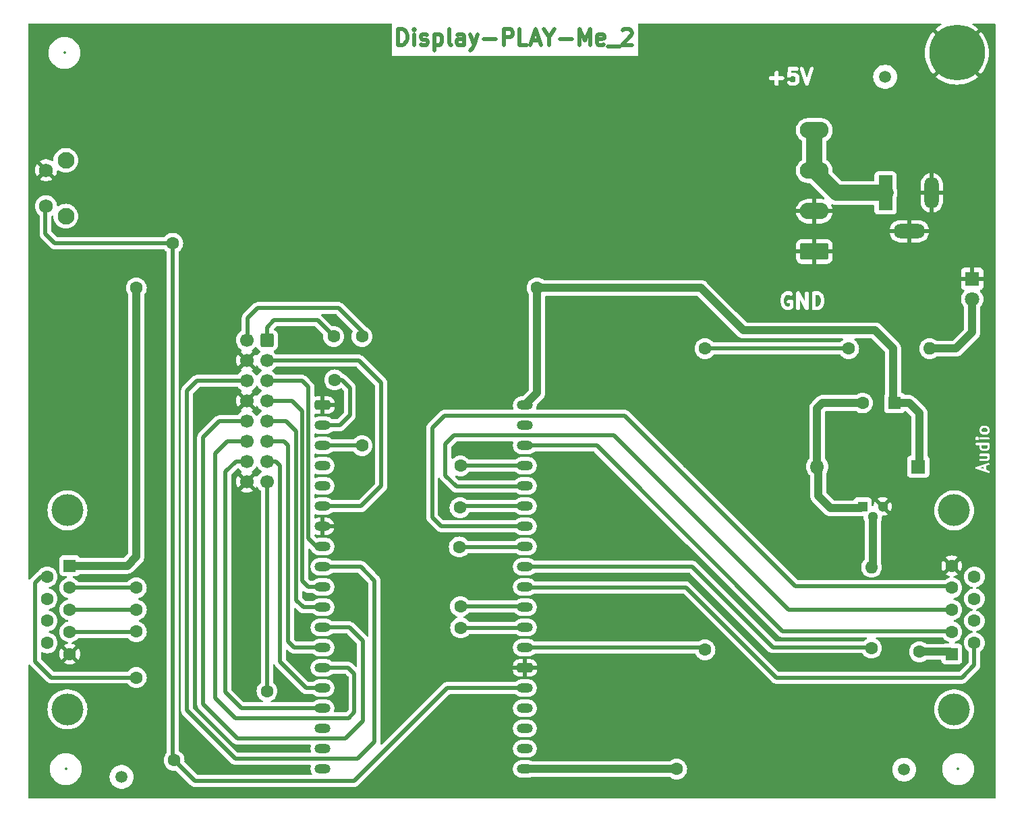
<source format=gbr>
G04 #@! TF.GenerationSoftware,KiCad,Pcbnew,8.0.3*
G04 #@! TF.CreationDate,2024-08-26T17:53:24+02:00*
G04 #@! TF.ProjectId,Display-PLAY-Me_2,44697370-6c61-4792-9d50-4c41592d4d65,0.3*
G04 #@! TF.SameCoordinates,Original*
G04 #@! TF.FileFunction,Copper,L1,Top*
G04 #@! TF.FilePolarity,Positive*
%FSLAX46Y46*%
G04 Gerber Fmt 4.6, Leading zero omitted, Abs format (unit mm)*
G04 Created by KiCad (PCBNEW 8.0.3) date 2024-08-26 17:53:24*
%MOMM*%
%LPD*%
G01*
G04 APERTURE LIST*
G04 Aperture macros list*
%AMRoundRect*
0 Rectangle with rounded corners*
0 $1 Rounding radius*
0 $2 $3 $4 $5 $6 $7 $8 $9 X,Y pos of 4 corners*
0 Add a 4 corners polygon primitive as box body*
4,1,4,$2,$3,$4,$5,$6,$7,$8,$9,$2,$3,0*
0 Add four circle primitives for the rounded corners*
1,1,$1+$1,$2,$3*
1,1,$1+$1,$4,$5*
1,1,$1+$1,$6,$7*
1,1,$1+$1,$8,$9*
0 Add four rect primitives between the rounded corners*
20,1,$1+$1,$2,$3,$4,$5,0*
20,1,$1+$1,$4,$5,$6,$7,0*
20,1,$1+$1,$6,$7,$8,$9,0*
20,1,$1+$1,$8,$9,$2,$3,0*%
G04 Aperture macros list end*
%ADD10C,0.475000*%
%ADD11C,0.500000*%
G04 #@! TA.AperFunction,NonConductor*
%ADD12C,0.500000*%
G04 #@! TD*
%ADD13C,0.300000*%
G04 #@! TA.AperFunction,SMDPad,CuDef*
%ADD14C,1.500000*%
G04 #@! TD*
G04 #@! TA.AperFunction,ComponentPad*
%ADD15C,3.900000*%
G04 #@! TD*
G04 #@! TA.AperFunction,ConnectorPad*
%ADD16C,7.000000*%
G04 #@! TD*
G04 #@! TA.AperFunction,ComponentPad*
%ADD17C,2.100000*%
G04 #@! TD*
G04 #@! TA.AperFunction,ComponentPad*
%ADD18C,1.750000*%
G04 #@! TD*
G04 #@! TA.AperFunction,ComponentPad*
%ADD19R,1.800000X1.800000*%
G04 #@! TD*
G04 #@! TA.AperFunction,ComponentPad*
%ADD20O,1.800000X1.800000*%
G04 #@! TD*
G04 #@! TA.AperFunction,ComponentPad*
%ADD21C,1.800000*%
G04 #@! TD*
G04 #@! TA.AperFunction,ComponentPad*
%ADD22R,1.300000X1.300000*%
G04 #@! TD*
G04 #@! TA.AperFunction,ComponentPad*
%ADD23C,1.300000*%
G04 #@! TD*
G04 #@! TA.AperFunction,ComponentPad*
%ADD24C,4.000000*%
G04 #@! TD*
G04 #@! TA.AperFunction,ComponentPad*
%ADD25R,1.600000X1.600000*%
G04 #@! TD*
G04 #@! TA.AperFunction,ComponentPad*
%ADD26C,1.600000*%
G04 #@! TD*
G04 #@! TA.AperFunction,ComponentPad*
%ADD27O,1.600000X1.600000*%
G04 #@! TD*
G04 #@! TA.AperFunction,ComponentPad*
%ADD28R,1.800000X4.400000*%
G04 #@! TD*
G04 #@! TA.AperFunction,ComponentPad*
%ADD29O,1.800000X4.000000*%
G04 #@! TD*
G04 #@! TA.AperFunction,ComponentPad*
%ADD30O,4.000000X1.800000*%
G04 #@! TD*
G04 #@! TA.AperFunction,ComponentPad*
%ADD31O,2.000000X1.200000*%
G04 #@! TD*
G04 #@! TA.AperFunction,ComponentPad*
%ADD32RoundRect,0.300000X-0.700000X0.300000X-0.700000X-0.300000X0.700000X-0.300000X0.700000X0.300000X0*%
G04 #@! TD*
G04 #@! TA.AperFunction,ComponentPad*
%ADD33RoundRect,0.249999X1.550001X-0.790001X1.550001X0.790001X-1.550001X0.790001X-1.550001X-0.790001X0*%
G04 #@! TD*
G04 #@! TA.AperFunction,ComponentPad*
%ADD34O,3.600000X2.080000*%
G04 #@! TD*
G04 #@! TA.AperFunction,ComponentPad*
%ADD35RoundRect,0.250000X0.600000X0.600000X-0.600000X0.600000X-0.600000X-0.600000X0.600000X-0.600000X0*%
G04 #@! TD*
G04 #@! TA.AperFunction,ComponentPad*
%ADD36C,1.700000*%
G04 #@! TD*
G04 #@! TA.AperFunction,ViaPad*
%ADD37C,1.600000*%
G04 #@! TD*
G04 #@! TA.AperFunction,Conductor*
%ADD38C,1.000000*%
G04 #@! TD*
G04 #@! TA.AperFunction,Conductor*
%ADD39C,2.000000*%
G04 #@! TD*
G04 #@! TA.AperFunction,Conductor*
%ADD40C,0.500000*%
G04 #@! TD*
%ADD41C,0.350000*%
%ADD42O,1.000000X3.400000*%
%ADD43O,1.000000X3.000000*%
%ADD44O,3.000000X1.000000*%
G04 APERTURE END LIST*
D10*
G36*
X187492600Y-83480480D02*
G01*
X187606691Y-83591177D01*
X187668446Y-83709221D01*
X187748790Y-84016356D01*
X187751869Y-84230789D01*
X187678735Y-84537469D01*
X187615696Y-84669550D01*
X187501028Y-84787734D01*
X187323757Y-84849541D01*
X187137303Y-84851247D01*
X187133953Y-83422138D01*
X187304324Y-83420579D01*
X187492600Y-83480480D01*
G37*
G36*
X188461071Y-85561776D02*
G01*
X182444404Y-85561776D01*
X182444404Y-84001061D01*
X182681904Y-84001061D01*
X182685634Y-84260848D01*
X182682184Y-84284035D01*
X182686374Y-84312370D01*
X182686467Y-84318824D01*
X182687807Y-84322059D01*
X182688995Y-84330092D01*
X182779249Y-84675115D01*
X182780814Y-84697126D01*
X182794066Y-84731758D01*
X182795135Y-84735841D01*
X182796157Y-84737220D01*
X182797454Y-84740609D01*
X182892612Y-84922500D01*
X182902882Y-84947295D01*
X182910333Y-84956373D01*
X182912734Y-84960963D01*
X182917472Y-84965072D01*
X182932419Y-84983284D01*
X183091588Y-85137720D01*
X183093686Y-85141915D01*
X183114658Y-85160104D01*
X183149360Y-85193774D01*
X183157246Y-85197040D01*
X183163692Y-85202631D01*
X183206205Y-85221612D01*
X183479426Y-85308538D01*
X183506404Y-85319713D01*
X183518201Y-85320874D01*
X183523033Y-85322412D01*
X183529292Y-85321967D01*
X183552738Y-85324276D01*
X183737447Y-85320567D01*
X183763395Y-85322412D01*
X183774802Y-85319817D01*
X183780024Y-85319713D01*
X183785818Y-85317312D01*
X183808794Y-85312088D01*
X184046430Y-85229236D01*
X184051454Y-85229236D01*
X184078171Y-85218169D01*
X184122736Y-85202632D01*
X184129183Y-85197039D01*
X184137068Y-85193774D01*
X184173058Y-85164237D01*
X184293070Y-85037770D01*
X184324884Y-84960963D01*
X184328532Y-84952157D01*
X184333095Y-84905823D01*
X184328532Y-84226156D01*
X184293069Y-84140542D01*
X184227543Y-84075016D01*
X184141929Y-84039553D01*
X184095595Y-84034990D01*
X183687356Y-84039553D01*
X183601742Y-84075016D01*
X183536216Y-84140542D01*
X183500753Y-84226156D01*
X183500753Y-84318824D01*
X183536216Y-84404438D01*
X183601742Y-84469964D01*
X183687356Y-84505427D01*
X183733690Y-84509990D01*
X183859680Y-84508581D01*
X183861601Y-84794840D01*
X183703747Y-84849877D01*
X183598090Y-84851998D01*
X183412874Y-84793071D01*
X183298783Y-84682373D01*
X183237029Y-84564332D01*
X183156684Y-84257191D01*
X183153605Y-84042761D01*
X183226739Y-83736082D01*
X183289778Y-83603999D01*
X183404445Y-83485817D01*
X183582171Y-83423853D01*
X183764127Y-83421240D01*
X183942389Y-83506318D01*
X184034824Y-83512887D01*
X184122736Y-83483583D01*
X184192743Y-83422866D01*
X184234185Y-83339982D01*
X184240754Y-83247546D01*
X184220497Y-83186776D01*
X184672380Y-83186776D01*
X184676943Y-85133110D01*
X184712406Y-85218724D01*
X184777932Y-85284250D01*
X184863546Y-85319713D01*
X184956214Y-85319713D01*
X185041828Y-85284250D01*
X185107354Y-85218724D01*
X185142817Y-85133110D01*
X185147380Y-85086776D01*
X185145003Y-84073291D01*
X185786406Y-85190442D01*
X185798121Y-85218724D01*
X185808741Y-85229344D01*
X185816337Y-85242574D01*
X185841311Y-85261914D01*
X185863647Y-85284250D01*
X185877635Y-85290044D01*
X185889604Y-85299313D01*
X185920074Y-85307623D01*
X185949261Y-85319713D01*
X185964402Y-85319713D01*
X185979006Y-85323696D01*
X186010339Y-85319713D01*
X186041929Y-85319713D01*
X186055916Y-85313919D01*
X186070935Y-85312010D01*
X186098360Y-85296338D01*
X186127543Y-85284250D01*
X186138248Y-85273544D01*
X186151393Y-85266033D01*
X186170730Y-85241062D01*
X186193069Y-85218724D01*
X186198864Y-85204733D01*
X186208132Y-85192766D01*
X186216441Y-85162298D01*
X186228532Y-85133110D01*
X186230865Y-85109410D01*
X186232515Y-85103364D01*
X186231921Y-85098693D01*
X186233095Y-85086776D01*
X186228641Y-83186776D01*
X186662856Y-83186776D01*
X186667419Y-85133110D01*
X186702882Y-85218724D01*
X186768408Y-85284250D01*
X186854022Y-85319713D01*
X186900356Y-85324276D01*
X187350696Y-85320155D01*
X187382442Y-85322412D01*
X187394111Y-85319758D01*
X187399071Y-85319713D01*
X187404865Y-85317312D01*
X187427841Y-85312088D01*
X187665477Y-85229236D01*
X187670501Y-85229236D01*
X187697218Y-85218169D01*
X187741783Y-85202632D01*
X187748230Y-85197039D01*
X187756115Y-85193774D01*
X187792104Y-85164237D01*
X187971228Y-84979620D01*
X187992741Y-84960963D01*
X187999040Y-84950954D01*
X188002592Y-84947295D01*
X188004991Y-84941501D01*
X188017544Y-84921561D01*
X188098659Y-84751605D01*
X188110340Y-84735841D01*
X188122714Y-84701204D01*
X188124661Y-84697126D01*
X188124782Y-84695415D01*
X188126004Y-84691997D01*
X188209549Y-84341658D01*
X188219008Y-84318824D01*
X188221831Y-84290156D01*
X188223291Y-84284035D01*
X188222775Y-84280569D01*
X188223571Y-84272490D01*
X188219840Y-84012702D01*
X188223291Y-83989516D01*
X188219100Y-83961180D01*
X188219008Y-83954727D01*
X188217667Y-83951491D01*
X188216480Y-83943459D01*
X188126225Y-83598440D01*
X188124661Y-83576426D01*
X188111404Y-83541785D01*
X188110339Y-83537711D01*
X188109318Y-83536333D01*
X188108021Y-83532943D01*
X188012862Y-83351048D01*
X188002593Y-83326256D01*
X187995142Y-83317178D01*
X187992742Y-83312589D01*
X187988004Y-83308480D01*
X187973056Y-83290266D01*
X187813886Y-83135831D01*
X187811789Y-83131637D01*
X187790808Y-83113440D01*
X187756114Y-83079778D01*
X187748231Y-83076512D01*
X187741783Y-83070920D01*
X187699270Y-83051940D01*
X187426048Y-82965013D01*
X187399071Y-82953839D01*
X187387273Y-82952677D01*
X187382442Y-82951140D01*
X187376182Y-82951584D01*
X187352737Y-82949276D01*
X186854022Y-82953839D01*
X186768408Y-82989302D01*
X186702882Y-83054828D01*
X186667419Y-83140442D01*
X186662856Y-83186776D01*
X186228641Y-83186776D01*
X186228532Y-83140442D01*
X186193069Y-83054828D01*
X186127543Y-82989302D01*
X186041929Y-82953839D01*
X185949261Y-82953839D01*
X185863647Y-82989302D01*
X185798121Y-83054828D01*
X185762658Y-83140442D01*
X185758095Y-83186776D01*
X185760471Y-84200261D01*
X185119068Y-83083109D01*
X185107354Y-83054828D01*
X185096733Y-83044207D01*
X185089138Y-83030978D01*
X185064161Y-83011635D01*
X185041828Y-82989302D01*
X185027842Y-82983508D01*
X185015871Y-82974238D01*
X184985396Y-82965927D01*
X184956214Y-82953839D01*
X184941073Y-82953839D01*
X184926468Y-82949856D01*
X184895136Y-82953839D01*
X184863546Y-82953839D01*
X184849558Y-82959632D01*
X184834540Y-82961542D01*
X184807112Y-82977214D01*
X184777932Y-82989302D01*
X184767228Y-83000006D01*
X184754082Y-83007518D01*
X184734739Y-83032494D01*
X184712406Y-83054828D01*
X184706612Y-83068813D01*
X184697342Y-83080785D01*
X184689031Y-83111259D01*
X184676943Y-83140442D01*
X184674609Y-83164141D01*
X184672960Y-83170188D01*
X184673553Y-83174858D01*
X184672380Y-83186776D01*
X184220497Y-83186776D01*
X184211449Y-83159634D01*
X184150733Y-83089628D01*
X184111331Y-83064825D01*
X183958873Y-82992061D01*
X183956114Y-82989302D01*
X183933232Y-82979824D01*
X183886896Y-82957709D01*
X183878382Y-82957104D01*
X183870500Y-82953839D01*
X183824166Y-82949276D01*
X183551828Y-82953186D01*
X183523033Y-82951140D01*
X183511485Y-82953766D01*
X183506404Y-82953839D01*
X183500609Y-82956239D01*
X183477634Y-82961464D01*
X183240003Y-83044315D01*
X183234975Y-83044315D01*
X183208234Y-83055390D01*
X183163692Y-83070921D01*
X183157247Y-83076510D01*
X183149361Y-83079777D01*
X183113371Y-83109314D01*
X182934251Y-83293925D01*
X182912733Y-83312588D01*
X182906431Y-83322598D01*
X182902883Y-83326256D01*
X182900484Y-83332047D01*
X182887931Y-83351990D01*
X182806813Y-83521950D01*
X182795136Y-83537711D01*
X182782761Y-83572345D01*
X182780814Y-83576426D01*
X182780692Y-83578136D01*
X182779471Y-83581555D01*
X182695925Y-83931892D01*
X182686467Y-83954727D01*
X182683643Y-83983394D01*
X182682184Y-83989516D01*
X182682699Y-83992981D01*
X182681904Y-84001061D01*
X182444404Y-84001061D01*
X182444404Y-82711776D01*
X188461071Y-82711776D01*
X188461071Y-85561776D01*
G37*
G36*
X187116160Y-57367776D02*
G01*
X181015443Y-57367776D01*
X181015443Y-56122632D01*
X181252943Y-56122632D01*
X181252943Y-56215300D01*
X181288406Y-56300914D01*
X181353932Y-56366440D01*
X181439546Y-56401903D01*
X181485880Y-56406466D01*
X181975121Y-56404971D01*
X181976753Y-56939110D01*
X182012216Y-57024724D01*
X182077742Y-57090250D01*
X182163356Y-57125713D01*
X182256024Y-57125713D01*
X182341638Y-57090250D01*
X182407164Y-57024724D01*
X182442627Y-56939110D01*
X182447190Y-56892776D01*
X182445695Y-56403534D01*
X182979834Y-56401903D01*
X183065448Y-56366440D01*
X183130974Y-56300914D01*
X183166437Y-56215300D01*
X183166437Y-56122632D01*
X183130974Y-56037018D01*
X183065448Y-55971492D01*
X182979834Y-55936029D01*
X182933500Y-55931466D01*
X182444258Y-55932960D01*
X182444220Y-55920464D01*
X183511394Y-55920464D01*
X183514848Y-55931914D01*
X183514849Y-55943873D01*
X183528134Y-55975947D01*
X183538162Y-56009182D01*
X183545733Y-56018436D01*
X183550311Y-56029487D01*
X183574859Y-56054035D01*
X183596842Y-56080903D01*
X183607381Y-56086556D01*
X183615838Y-56095013D01*
X183647907Y-56108296D01*
X183678503Y-56124709D01*
X183690404Y-56125899D01*
X183701452Y-56130475D01*
X183736164Y-56130474D01*
X183770711Y-56133929D01*
X183782161Y-56130474D01*
X183794120Y-56130474D01*
X183826194Y-56117188D01*
X183859429Y-56107161D01*
X183868683Y-56099589D01*
X183879734Y-56095012D01*
X183915724Y-56065475D01*
X183974043Y-56004018D01*
X184070385Y-55953616D01*
X184410418Y-55950505D01*
X184507749Y-55996959D01*
X184546066Y-56033320D01*
X184596468Y-56129662D01*
X184599579Y-56469693D01*
X184553124Y-56567026D01*
X184516763Y-56605343D01*
X184420422Y-56655744D01*
X184080391Y-56658855D01*
X183983056Y-56612400D01*
X183879734Y-56514349D01*
X183794120Y-56478887D01*
X183701452Y-56478886D01*
X183615838Y-56514348D01*
X183550311Y-56579874D01*
X183514849Y-56665488D01*
X183514848Y-56758156D01*
X183550310Y-56843770D01*
X183579846Y-56879760D01*
X183677359Y-56972298D01*
X183692646Y-56989924D01*
X183702407Y-56996068D01*
X183706312Y-56999774D01*
X183712106Y-57002174D01*
X183732048Y-57014727D01*
X183884505Y-57087489D01*
X183887266Y-57090250D01*
X183910158Y-57099732D01*
X183956484Y-57121842D01*
X183964994Y-57122446D01*
X183972880Y-57125713D01*
X184019214Y-57130276D01*
X184436043Y-57126462D01*
X184441890Y-57128411D01*
X184474228Y-57126112D01*
X184517929Y-57125713D01*
X184525814Y-57122446D01*
X184534325Y-57121842D01*
X184577808Y-57105202D01*
X184759706Y-57010042D01*
X184784496Y-56999774D01*
X184793572Y-56992325D01*
X184798162Y-56989924D01*
X184802271Y-56985185D01*
X184820486Y-56970237D01*
X184913022Y-56872723D01*
X184930646Y-56857439D01*
X184936792Y-56847675D01*
X184940498Y-56843770D01*
X184942898Y-56837974D01*
X184955449Y-56818037D01*
X185028212Y-56665580D01*
X185030974Y-56662819D01*
X185040456Y-56639926D01*
X185062566Y-56593602D01*
X185063170Y-56585089D01*
X185066437Y-56577205D01*
X185071000Y-56530871D01*
X185067186Y-56114040D01*
X185069135Y-56108194D01*
X185066836Y-56075855D01*
X185066437Y-56032156D01*
X185063170Y-56024271D01*
X185062566Y-56015759D01*
X185045926Y-55972276D01*
X184950766Y-55790381D01*
X184940498Y-55765591D01*
X184933047Y-55756512D01*
X184930646Y-55751922D01*
X184925907Y-55747812D01*
X184910962Y-55729601D01*
X184813447Y-55637061D01*
X184798162Y-55619437D01*
X184788400Y-55613292D01*
X184784496Y-55609587D01*
X184778701Y-55607186D01*
X184758760Y-55594634D01*
X184606304Y-55521872D01*
X184603543Y-55519111D01*
X184580649Y-55509628D01*
X184534325Y-55487519D01*
X184525814Y-55486914D01*
X184517929Y-55483648D01*
X184471595Y-55479085D01*
X184054765Y-55482898D01*
X184048919Y-55480950D01*
X184025849Y-55482589D01*
X184049961Y-55229260D01*
X184789357Y-55225713D01*
X184874971Y-55190250D01*
X184940497Y-55124724D01*
X184975960Y-55039110D01*
X184975960Y-55022481D01*
X185140721Y-55022481D01*
X185151045Y-55067880D01*
X185779468Y-56939251D01*
X185780624Y-56955506D01*
X185793728Y-56981714D01*
X185803359Y-57010394D01*
X185814477Y-57023213D01*
X185822066Y-57038391D01*
X185844563Y-57057902D01*
X185864075Y-57080400D01*
X185879252Y-57087988D01*
X185892072Y-57099107D01*
X185920326Y-57108525D01*
X185946960Y-57121842D01*
X185963884Y-57123044D01*
X185979985Y-57128412D01*
X186009690Y-57126300D01*
X186039395Y-57128412D01*
X186055496Y-57123044D01*
X186072420Y-57121842D01*
X186099050Y-57108526D01*
X186127307Y-57099108D01*
X186140127Y-57087988D01*
X186155305Y-57080400D01*
X186174816Y-57057902D01*
X186197314Y-57038391D01*
X186204902Y-57023213D01*
X186216021Y-57010394D01*
X186235002Y-56967880D01*
X186878660Y-55022481D01*
X186872090Y-54930046D01*
X186830648Y-54847161D01*
X186760641Y-54786445D01*
X186672729Y-54757141D01*
X186580294Y-54763710D01*
X186497409Y-54805152D01*
X186436693Y-54875159D01*
X186417712Y-54917672D01*
X186010383Y-56148785D01*
X185582688Y-54875159D01*
X185521972Y-54805152D01*
X185439087Y-54763710D01*
X185346652Y-54757140D01*
X185258740Y-54786445D01*
X185188733Y-54847161D01*
X185147291Y-54930046D01*
X185140721Y-55022481D01*
X184975960Y-55022481D01*
X184975960Y-54946442D01*
X184940497Y-54860828D01*
X184874971Y-54795302D01*
X184789357Y-54759839D01*
X184743023Y-54755276D01*
X183847231Y-54759573D01*
X183815335Y-54756384D01*
X183804077Y-54759780D01*
X183791927Y-54759839D01*
X183759858Y-54773122D01*
X183726617Y-54783152D01*
X183717359Y-54790726D01*
X183706313Y-54795302D01*
X183681769Y-54819845D01*
X183654896Y-54841833D01*
X183649241Y-54852373D01*
X183640787Y-54860828D01*
X183627504Y-54892894D01*
X183611090Y-54923493D01*
X183607583Y-54940987D01*
X183605324Y-54946442D01*
X183605324Y-54952259D01*
X183601940Y-54969143D01*
X183518922Y-55841368D01*
X183514848Y-55851205D01*
X183514848Y-55884170D01*
X183511394Y-55920464D01*
X182444220Y-55920464D01*
X182442627Y-55398823D01*
X182407164Y-55313209D01*
X182341638Y-55247683D01*
X182256024Y-55212220D01*
X182163356Y-55212220D01*
X182077742Y-55247683D01*
X182012216Y-55313209D01*
X181976753Y-55398823D01*
X181972190Y-55445157D01*
X181973684Y-55934397D01*
X181439546Y-55936029D01*
X181353932Y-55971492D01*
X181288406Y-56037018D01*
X181252943Y-56122632D01*
X181015443Y-56122632D01*
X181015443Y-54517776D01*
X187116160Y-54517776D01*
X187116160Y-57367776D01*
G37*
D11*
D12*
X134706337Y-52008638D02*
X134706337Y-50008638D01*
X134706337Y-50008638D02*
X135182527Y-50008638D01*
X135182527Y-50008638D02*
X135468242Y-50103876D01*
X135468242Y-50103876D02*
X135658718Y-50294352D01*
X135658718Y-50294352D02*
X135753956Y-50484828D01*
X135753956Y-50484828D02*
X135849194Y-50865780D01*
X135849194Y-50865780D02*
X135849194Y-51151495D01*
X135849194Y-51151495D02*
X135753956Y-51532447D01*
X135753956Y-51532447D02*
X135658718Y-51722923D01*
X135658718Y-51722923D02*
X135468242Y-51913400D01*
X135468242Y-51913400D02*
X135182527Y-52008638D01*
X135182527Y-52008638D02*
X134706337Y-52008638D01*
X136706337Y-52008638D02*
X136706337Y-50675304D01*
X136706337Y-50008638D02*
X136611099Y-50103876D01*
X136611099Y-50103876D02*
X136706337Y-50199114D01*
X136706337Y-50199114D02*
X136801575Y-50103876D01*
X136801575Y-50103876D02*
X136706337Y-50008638D01*
X136706337Y-50008638D02*
X136706337Y-50199114D01*
X137563480Y-51913400D02*
X137753956Y-52008638D01*
X137753956Y-52008638D02*
X138134908Y-52008638D01*
X138134908Y-52008638D02*
X138325385Y-51913400D01*
X138325385Y-51913400D02*
X138420623Y-51722923D01*
X138420623Y-51722923D02*
X138420623Y-51627685D01*
X138420623Y-51627685D02*
X138325385Y-51437209D01*
X138325385Y-51437209D02*
X138134908Y-51341971D01*
X138134908Y-51341971D02*
X137849194Y-51341971D01*
X137849194Y-51341971D02*
X137658718Y-51246733D01*
X137658718Y-51246733D02*
X137563480Y-51056257D01*
X137563480Y-51056257D02*
X137563480Y-50961019D01*
X137563480Y-50961019D02*
X137658718Y-50770542D01*
X137658718Y-50770542D02*
X137849194Y-50675304D01*
X137849194Y-50675304D02*
X138134908Y-50675304D01*
X138134908Y-50675304D02*
X138325385Y-50770542D01*
X139277766Y-50675304D02*
X139277766Y-52675304D01*
X139277766Y-50770542D02*
X139468242Y-50675304D01*
X139468242Y-50675304D02*
X139849195Y-50675304D01*
X139849195Y-50675304D02*
X140039671Y-50770542D01*
X140039671Y-50770542D02*
X140134909Y-50865780D01*
X140134909Y-50865780D02*
X140230147Y-51056257D01*
X140230147Y-51056257D02*
X140230147Y-51627685D01*
X140230147Y-51627685D02*
X140134909Y-51818161D01*
X140134909Y-51818161D02*
X140039671Y-51913400D01*
X140039671Y-51913400D02*
X139849195Y-52008638D01*
X139849195Y-52008638D02*
X139468242Y-52008638D01*
X139468242Y-52008638D02*
X139277766Y-51913400D01*
X141373004Y-52008638D02*
X141182528Y-51913400D01*
X141182528Y-51913400D02*
X141087290Y-51722923D01*
X141087290Y-51722923D02*
X141087290Y-50008638D01*
X142992052Y-52008638D02*
X142992052Y-50961019D01*
X142992052Y-50961019D02*
X142896814Y-50770542D01*
X142896814Y-50770542D02*
X142706338Y-50675304D01*
X142706338Y-50675304D02*
X142325385Y-50675304D01*
X142325385Y-50675304D02*
X142134909Y-50770542D01*
X142992052Y-51913400D02*
X142801576Y-52008638D01*
X142801576Y-52008638D02*
X142325385Y-52008638D01*
X142325385Y-52008638D02*
X142134909Y-51913400D01*
X142134909Y-51913400D02*
X142039671Y-51722923D01*
X142039671Y-51722923D02*
X142039671Y-51532447D01*
X142039671Y-51532447D02*
X142134909Y-51341971D01*
X142134909Y-51341971D02*
X142325385Y-51246733D01*
X142325385Y-51246733D02*
X142801576Y-51246733D01*
X142801576Y-51246733D02*
X142992052Y-51151495D01*
X143753957Y-50675304D02*
X144230147Y-52008638D01*
X144706338Y-50675304D02*
X144230147Y-52008638D01*
X144230147Y-52008638D02*
X144039671Y-52484828D01*
X144039671Y-52484828D02*
X143944433Y-52580066D01*
X143944433Y-52580066D02*
X143753957Y-52675304D01*
X145468243Y-51246733D02*
X146992053Y-51246733D01*
X147944433Y-52008638D02*
X147944433Y-50008638D01*
X147944433Y-50008638D02*
X148706338Y-50008638D01*
X148706338Y-50008638D02*
X148896814Y-50103876D01*
X148896814Y-50103876D02*
X148992052Y-50199114D01*
X148992052Y-50199114D02*
X149087290Y-50389590D01*
X149087290Y-50389590D02*
X149087290Y-50675304D01*
X149087290Y-50675304D02*
X148992052Y-50865780D01*
X148992052Y-50865780D02*
X148896814Y-50961019D01*
X148896814Y-50961019D02*
X148706338Y-51056257D01*
X148706338Y-51056257D02*
X147944433Y-51056257D01*
X150896814Y-52008638D02*
X149944433Y-52008638D01*
X149944433Y-52008638D02*
X149944433Y-50008638D01*
X151468243Y-51437209D02*
X152420624Y-51437209D01*
X151277767Y-52008638D02*
X151944433Y-50008638D01*
X151944433Y-50008638D02*
X152611100Y-52008638D01*
X153658719Y-51056257D02*
X153658719Y-52008638D01*
X152992053Y-50008638D02*
X153658719Y-51056257D01*
X153658719Y-51056257D02*
X154325386Y-50008638D01*
X154992053Y-51246733D02*
X156515863Y-51246733D01*
X157468243Y-52008638D02*
X157468243Y-50008638D01*
X157468243Y-50008638D02*
X158134910Y-51437209D01*
X158134910Y-51437209D02*
X158801576Y-50008638D01*
X158801576Y-50008638D02*
X158801576Y-52008638D01*
X160515862Y-51913400D02*
X160325386Y-52008638D01*
X160325386Y-52008638D02*
X159944433Y-52008638D01*
X159944433Y-52008638D02*
X159753957Y-51913400D01*
X159753957Y-51913400D02*
X159658719Y-51722923D01*
X159658719Y-51722923D02*
X159658719Y-50961019D01*
X159658719Y-50961019D02*
X159753957Y-50770542D01*
X159753957Y-50770542D02*
X159944433Y-50675304D01*
X159944433Y-50675304D02*
X160325386Y-50675304D01*
X160325386Y-50675304D02*
X160515862Y-50770542D01*
X160515862Y-50770542D02*
X160611100Y-50961019D01*
X160611100Y-50961019D02*
X160611100Y-51151495D01*
X160611100Y-51151495D02*
X159658719Y-51341971D01*
X160992053Y-52199114D02*
X162515862Y-52199114D01*
X162896815Y-50199114D02*
X162992053Y-50103876D01*
X162992053Y-50103876D02*
X163182529Y-50008638D01*
X163182529Y-50008638D02*
X163658720Y-50008638D01*
X163658720Y-50008638D02*
X163849196Y-50103876D01*
X163849196Y-50103876D02*
X163944434Y-50199114D01*
X163944434Y-50199114D02*
X164039672Y-50389590D01*
X164039672Y-50389590D02*
X164039672Y-50580066D01*
X164039672Y-50580066D02*
X163944434Y-50865780D01*
X163944434Y-50865780D02*
X162801577Y-52008638D01*
X162801577Y-52008638D02*
X164039672Y-52008638D01*
D13*
G36*
X208224226Y-105310700D02*
G01*
X207770695Y-105160424D01*
X208223055Y-105008737D01*
X208224226Y-105310700D01*
G37*
G36*
X208651119Y-102334489D02*
G01*
X208653086Y-102549486D01*
X208609975Y-102639099D01*
X208572984Y-102677764D01*
X208483434Y-102724259D01*
X208125800Y-102726510D01*
X208035788Y-102683207D01*
X207997126Y-102646219D01*
X207950536Y-102556487D01*
X207948569Y-102341491D01*
X207964429Y-102308524D01*
X208636980Y-102307256D01*
X208651119Y-102334489D01*
G37*
G36*
X208565866Y-100207769D02*
G01*
X208604532Y-100244760D01*
X208651206Y-100334657D01*
X208652908Y-100478428D01*
X208609975Y-100567670D01*
X208572984Y-100606335D01*
X208483434Y-100652830D01*
X208125800Y-100655081D01*
X208035788Y-100611778D01*
X207997126Y-100574790D01*
X207950449Y-100484889D01*
X207948747Y-100341119D01*
X207991679Y-100251878D01*
X208028671Y-100213213D01*
X208118223Y-100166717D01*
X208475855Y-100164466D01*
X208565866Y-100207769D01*
G37*
G36*
X209117495Y-105975264D02*
G01*
X206985339Y-105975264D01*
X206985339Y-105141013D01*
X207152006Y-105141013D01*
X207153339Y-105159774D01*
X207152006Y-105178535D01*
X207155395Y-105188702D01*
X207156155Y-105199394D01*
X207164566Y-105216217D01*
X207170514Y-105234059D01*
X207177536Y-105242155D01*
X207182329Y-105251741D01*
X207196537Y-105264064D01*
X207208861Y-105278273D01*
X207218446Y-105283065D01*
X207226543Y-105290088D01*
X207253394Y-105302076D01*
X208331843Y-105659416D01*
X208342993Y-105664035D01*
X208345782Y-105664035D01*
X208782068Y-105808597D01*
X208840448Y-105804447D01*
X208892795Y-105778273D01*
X208931142Y-105734059D01*
X208949651Y-105678535D01*
X208945501Y-105620155D01*
X208919328Y-105567807D01*
X208875113Y-105529460D01*
X208848262Y-105517472D01*
X208521839Y-105409313D01*
X208519901Y-104909198D01*
X208875113Y-104790088D01*
X208919328Y-104751741D01*
X208945501Y-104699393D01*
X208949651Y-104641013D01*
X208931142Y-104585489D01*
X208892795Y-104541275D01*
X208840448Y-104515101D01*
X208782068Y-104510951D01*
X208753394Y-104517471D01*
X207271557Y-105014365D01*
X207261208Y-105015101D01*
X207244600Y-105023404D01*
X207226543Y-105029460D01*
X207218446Y-105036482D01*
X207208861Y-105041275D01*
X207196537Y-105055483D01*
X207182329Y-105067807D01*
X207177536Y-105077392D01*
X207170514Y-105085489D01*
X207164566Y-105103330D01*
X207156155Y-105120154D01*
X207155395Y-105130845D01*
X207152006Y-105141013D01*
X206985339Y-105141013D01*
X206985339Y-103487654D01*
X207653710Y-103487654D01*
X207653710Y-103546182D01*
X207676108Y-103600254D01*
X207717492Y-103641638D01*
X207771564Y-103664036D01*
X207800828Y-103666918D01*
X208595501Y-103664692D01*
X208604532Y-103673332D01*
X208651206Y-103763229D01*
X208652908Y-103907000D01*
X208619520Y-103976403D01*
X208555030Y-104009886D01*
X207771564Y-104012657D01*
X207717492Y-104035055D01*
X207676108Y-104076439D01*
X207653710Y-104130511D01*
X207653710Y-104189039D01*
X207676108Y-104243111D01*
X207717492Y-104284495D01*
X207771564Y-104306893D01*
X207800828Y-104309775D01*
X208563225Y-104307078D01*
X208567780Y-104308597D01*
X208590503Y-104306982D01*
X208615806Y-104306893D01*
X208620783Y-104304831D01*
X208626161Y-104304449D01*
X208653624Y-104293939D01*
X208789515Y-104223382D01*
X208803684Y-104218660D01*
X208811249Y-104212098D01*
X208821368Y-104206845D01*
X208833692Y-104192633D01*
X208847899Y-104180313D01*
X208857220Y-104165505D01*
X208859714Y-104162630D01*
X208860483Y-104160321D01*
X208863564Y-104155428D01*
X208923470Y-104030902D01*
X208925548Y-104028825D01*
X208932226Y-104012702D01*
X208945502Y-103985107D01*
X208945883Y-103979731D01*
X208947946Y-103974753D01*
X208950828Y-103945489D01*
X208948553Y-103753255D01*
X208949650Y-103749965D01*
X208948287Y-103730786D01*
X208947946Y-103701939D01*
X208945883Y-103696960D01*
X208945502Y-103691585D01*
X208934992Y-103664122D01*
X208909936Y-103615865D01*
X208925548Y-103600254D01*
X208947946Y-103546182D01*
X208947946Y-103487654D01*
X208925548Y-103433582D01*
X208884164Y-103392198D01*
X208830092Y-103369800D01*
X208800828Y-103366918D01*
X207771564Y-103369800D01*
X207717492Y-103392198D01*
X207676108Y-103433582D01*
X207653710Y-103487654D01*
X206985339Y-103487654D01*
X206985339Y-102130511D01*
X207153710Y-102130511D01*
X207153710Y-102189039D01*
X207176108Y-102243111D01*
X207217492Y-102284495D01*
X207271564Y-102306893D01*
X207300828Y-102309775D01*
X207650887Y-102309115D01*
X207653236Y-102565892D01*
X207652006Y-102569585D01*
X207653457Y-102590008D01*
X207653710Y-102617610D01*
X207655773Y-102622590D01*
X207656155Y-102627965D01*
X207666664Y-102655428D01*
X207740675Y-102797974D01*
X207747536Y-102814537D01*
X207752270Y-102820306D01*
X207753758Y-102823171D01*
X207756752Y-102825768D01*
X207766190Y-102837268D01*
X207841343Y-102909169D01*
X207851718Y-102921131D01*
X207857941Y-102925048D01*
X207860349Y-102927352D01*
X207864008Y-102928867D01*
X207876603Y-102936796D01*
X208001128Y-102996702D01*
X208003206Y-102998780D01*
X208019328Y-103005458D01*
X208046924Y-103018734D01*
X208052299Y-103019115D01*
X208057278Y-103021178D01*
X208086542Y-103024060D01*
X208492225Y-103021506D01*
X208496352Y-103022882D01*
X208517997Y-103021344D01*
X208544378Y-103021178D01*
X208549356Y-103019115D01*
X208554732Y-103018734D01*
X208582196Y-103008224D01*
X208724737Y-102934215D01*
X208741306Y-102927353D01*
X208747076Y-102922617D01*
X208749939Y-102921131D01*
X208752535Y-102918137D01*
X208764037Y-102908698D01*
X208835938Y-102833542D01*
X208847899Y-102823170D01*
X208851816Y-102816946D01*
X208854121Y-102814538D01*
X208855637Y-102810876D01*
X208863564Y-102798285D01*
X208923470Y-102673759D01*
X208925548Y-102671682D01*
X208932226Y-102655559D01*
X208945502Y-102627964D01*
X208945883Y-102622588D01*
X208947946Y-102617610D01*
X208950828Y-102588346D01*
X208948419Y-102325086D01*
X208949650Y-102321394D01*
X208948198Y-102300965D01*
X208947946Y-102273368D01*
X208945883Y-102268389D01*
X208945502Y-102263014D01*
X208934992Y-102235551D01*
X208931480Y-102228788D01*
X208947946Y-102189039D01*
X208947946Y-102130511D01*
X208925548Y-102076439D01*
X208884164Y-102035055D01*
X208830092Y-102012657D01*
X208800828Y-102009775D01*
X207861820Y-102011544D01*
X207853496Y-102010953D01*
X207851663Y-102011563D01*
X207271564Y-102012657D01*
X207217492Y-102035055D01*
X207176108Y-102076439D01*
X207153710Y-102130511D01*
X206985339Y-102130511D01*
X206985339Y-101416225D01*
X207153710Y-101416225D01*
X207153710Y-101416226D01*
X207153710Y-101416227D01*
X207153710Y-101474753D01*
X207159054Y-101487653D01*
X207176107Y-101528824D01*
X207176108Y-101528825D01*
X207194763Y-101551556D01*
X207288921Y-101641637D01*
X207288922Y-101641638D01*
X207342994Y-101664035D01*
X207342995Y-101664035D01*
X207401520Y-101664035D01*
X207455592Y-101641638D01*
X207478323Y-101622983D01*
X207568406Y-101528825D01*
X207577682Y-101506427D01*
X207590803Y-101474753D01*
X207590803Y-101416225D01*
X207653710Y-101416225D01*
X207653710Y-101474753D01*
X207676108Y-101528825D01*
X207717492Y-101570209D01*
X207771564Y-101592607D01*
X207800828Y-101595489D01*
X208830092Y-101592607D01*
X208884164Y-101570209D01*
X208925548Y-101528825D01*
X208947946Y-101474753D01*
X208947946Y-101416225D01*
X208925548Y-101362153D01*
X208884164Y-101320769D01*
X208830092Y-101298371D01*
X208800828Y-101295489D01*
X207771564Y-101298371D01*
X207717492Y-101320769D01*
X207676108Y-101362153D01*
X207653710Y-101416225D01*
X207590803Y-101416225D01*
X207568406Y-101362155D01*
X207568406Y-101362154D01*
X207549752Y-101339424D01*
X207455593Y-101249340D01*
X207455592Y-101249339D01*
X207423918Y-101236219D01*
X207401521Y-101226942D01*
X207401520Y-101226942D01*
X207342994Y-101226942D01*
X207288922Y-101249339D01*
X207266191Y-101267994D01*
X207176107Y-101362154D01*
X207176107Y-101362155D01*
X207153710Y-101416225D01*
X206985339Y-101416225D01*
X206985339Y-100302631D01*
X207650828Y-100302631D01*
X207653102Y-100494865D01*
X207652006Y-100498156D01*
X207653368Y-100517328D01*
X207653710Y-100546181D01*
X207655773Y-100551161D01*
X207656155Y-100556536D01*
X207666664Y-100583999D01*
X207740675Y-100726545D01*
X207747536Y-100743108D01*
X207752270Y-100748877D01*
X207753758Y-100751742D01*
X207756752Y-100754339D01*
X207766190Y-100765839D01*
X207841343Y-100837740D01*
X207851718Y-100849702D01*
X207857941Y-100853619D01*
X207860349Y-100855923D01*
X207864008Y-100857438D01*
X207876603Y-100865367D01*
X208001128Y-100925273D01*
X208003206Y-100927351D01*
X208019328Y-100934029D01*
X208046924Y-100947305D01*
X208052299Y-100947686D01*
X208057278Y-100949749D01*
X208086542Y-100952631D01*
X208492225Y-100950077D01*
X208496352Y-100951453D01*
X208517997Y-100949915D01*
X208544378Y-100949749D01*
X208549356Y-100947686D01*
X208554732Y-100947305D01*
X208582196Y-100936795D01*
X208724737Y-100862786D01*
X208741306Y-100855924D01*
X208747076Y-100851188D01*
X208749939Y-100849702D01*
X208752535Y-100846708D01*
X208764037Y-100837269D01*
X208835938Y-100762113D01*
X208847899Y-100751741D01*
X208851816Y-100745517D01*
X208854121Y-100743109D01*
X208855637Y-100739447D01*
X208863564Y-100726856D01*
X208923470Y-100602330D01*
X208925548Y-100600253D01*
X208932226Y-100584130D01*
X208945502Y-100556535D01*
X208945883Y-100551159D01*
X208947946Y-100546181D01*
X208950828Y-100516917D01*
X208948553Y-100324683D01*
X208949650Y-100321393D01*
X208948287Y-100302214D01*
X208947946Y-100273367D01*
X208945883Y-100268388D01*
X208945502Y-100263013D01*
X208934992Y-100235550D01*
X208860983Y-100093007D01*
X208854120Y-100076438D01*
X208849384Y-100070667D01*
X208847899Y-100067807D01*
X208844907Y-100065212D01*
X208835465Y-100053707D01*
X208760318Y-99981814D01*
X208749939Y-99969847D01*
X208743710Y-99965926D01*
X208741305Y-99963625D01*
X208737648Y-99962110D01*
X208725053Y-99954182D01*
X208600528Y-99894275D01*
X208598450Y-99892197D01*
X208582318Y-99885515D01*
X208554733Y-99872244D01*
X208549358Y-99871862D01*
X208544378Y-99869799D01*
X208515114Y-99866917D01*
X208109430Y-99869470D01*
X208105303Y-99868095D01*
X208083663Y-99869632D01*
X208057278Y-99869799D01*
X208052297Y-99871862D01*
X208046923Y-99872244D01*
X208019459Y-99882753D01*
X207876916Y-99956763D01*
X207860349Y-99963625D01*
X207854577Y-99968361D01*
X207851717Y-99969847D01*
X207849121Y-99972839D01*
X207837619Y-99982280D01*
X207765722Y-100057429D01*
X207753758Y-100067806D01*
X207749839Y-100074031D01*
X207747536Y-100076439D01*
X207746020Y-100080098D01*
X207738093Y-100092692D01*
X207678186Y-100217216D01*
X207676108Y-100219295D01*
X207669426Y-100235426D01*
X207656155Y-100263012D01*
X207655773Y-100268386D01*
X207653710Y-100273367D01*
X207650828Y-100302631D01*
X206985339Y-100302631D01*
X206985339Y-99700250D01*
X209117495Y-99700250D01*
X209117495Y-105975264D01*
G37*
D14*
G04 #@! TO.P,FID3,*
G04 #@! TO.N,*
X195840000Y-56000000D03*
G04 #@! TD*
D15*
G04 #@! TO.P,H1,1,1*
G04 #@! TO.N,GND*
X204840000Y-53000000D03*
D16*
X204840000Y-53000000D03*
G04 #@! TD*
D14*
G04 #@! TO.P,FID1,*
G04 #@! TO.N,*
X100000000Y-144000000D03*
G04 #@! TD*
G04 #@! TO.P,FID2,*
G04 #@! TO.N,*
X198221600Y-143078200D03*
G04 #@! TD*
D17*
G04 #@! TO.P,SW1,*
G04 #@! TO.N,*
X93000000Y-66510000D03*
X93000000Y-73520000D03*
D18*
G04 #@! TO.P,SW1,1,1*
G04 #@! TO.N,GND*
X90510000Y-67760000D03*
G04 #@! TO.P,SW1,2,2*
G04 #@! TO.N,/Pause*
X90510000Y-72260000D03*
G04 #@! TD*
D19*
G04 #@! TO.P,D2,1,K*
G04 #@! TO.N,+3.3V*
X200000000Y-105000000D03*
D20*
G04 #@! TO.P,D2,2,A*
G04 #@! TO.N,Net-(BZ1--)*
X187300000Y-105000000D03*
G04 #@! TD*
D19*
G04 #@! TO.P,D1,1,K*
G04 #@! TO.N,GND*
X206756000Y-81413000D03*
D21*
G04 #@! TO.P,D1,2,A*
G04 #@! TO.N,Net-(D1-A)*
X206756000Y-83953000D03*
G04 #@! TD*
D22*
G04 #@! TO.P,Q1,1,C*
G04 #@! TO.N,Net-(BZ1--)*
X193000000Y-110000000D03*
D23*
G04 #@! TO.P,Q1,2,B*
G04 #@! TO.N,Net-(Q1-B)*
X194280000Y-111270000D03*
G04 #@! TO.P,Q1,3,E*
G04 #@! TO.N,GND*
X195540000Y-110000000D03*
G04 #@! TD*
D24*
G04 #@! TO.P,J4,0*
G04 #@! TO.N,N/C*
X93200000Y-135500000D03*
X93200000Y-110500000D03*
D25*
G04 #@! TO.P,J4,1,1*
G04 #@! TO.N,+3.3V*
X93500000Y-117460000D03*
D26*
G04 #@! TO.P,J4,2,2*
G04 #@! TO.N,/H2*
X93500000Y-120230000D03*
G04 #@! TO.P,J4,3,3*
G04 #@! TO.N,/V2*
X93500000Y-123000000D03*
G04 #@! TO.P,J4,4,4*
G04 #@! TO.N,/SEL2*
X93500000Y-125770000D03*
G04 #@! TO.P,J4,5,5*
G04 #@! TO.N,GND*
X93500000Y-128540000D03*
G04 #@! TO.P,J4,6,6*
G04 #@! TO.N,/FIRE2*
X90660000Y-118845000D03*
G04 #@! TO.P,J4,7,7*
G04 #@! TO.N,unconnected-(J4-Pad7)*
X90660000Y-121615000D03*
G04 #@! TO.P,J4,8,8*
G04 #@! TO.N,unconnected-(J4-Pad8)*
X90660000Y-124385000D03*
G04 #@! TO.P,J4,9,9*
G04 #@! TO.N,unconnected-(J4-Pad9)*
X90660000Y-127155000D03*
G04 #@! TD*
G04 #@! TO.P,R3,1*
G04 #@! TO.N,Net-(U1-\u002AMTDI{slash}GPIO12{slash}ADC2_CH5)*
X191262000Y-90170000D03*
D27*
G04 #@! TO.P,R3,2*
G04 #@! TO.N,Net-(D1-A)*
X201422000Y-90170000D03*
G04 #@! TD*
D25*
G04 #@! TO.P,BZ1,1,+*
G04 #@! TO.N,+3.3V*
X197000000Y-97000000D03*
D26*
G04 #@! TO.P,BZ1,2,-*
G04 #@! TO.N,Net-(BZ1--)*
X193000000Y-97000000D03*
G04 #@! TD*
D28*
G04 #@! TO.P,J1,1*
G04 #@! TO.N,+5V*
X195876000Y-70612000D03*
D29*
G04 #@! TO.P,J1,2*
G04 #@! TO.N,GND*
X201676000Y-70612000D03*
D30*
G04 #@! TO.P,J1,3*
X198876000Y-75412000D03*
G04 #@! TD*
D31*
G04 #@! TO.P,U1,1,3V3*
G04 #@! TO.N,+3.3V*
X150618320Y-97280000D03*
G04 #@! TO.P,U1,2,CHIP_PU*
G04 #@! TO.N,unconnected-(U1-CHIP_PU-Pad2)*
X150618320Y-99820000D03*
G04 #@! TO.P,U1,3,SENSOR_VP/GPIO36/ADC1_CH0*
G04 #@! TO.N,Net-(U1-SENSOR_VP{slash}GPIO36{slash}ADC1_CH0)*
X150618320Y-102360000D03*
G04 #@! TO.P,U1,4,SENSOR_VN/GPIO39/ADC1_CH3*
G04 #@! TO.N,/H2*
X150618320Y-104900000D03*
G04 #@! TO.P,U1,5,VDET_1/GPIO34/ADC1_CH6*
G04 #@! TO.N,/V1*
X150618320Y-107440000D03*
G04 #@! TO.P,U1,6,VDET_2/GPIO35/ADC1_CH7*
G04 #@! TO.N,/V2*
X150618320Y-109980000D03*
G04 #@! TO.P,U1,7,32K_XP/GPIO32/ADC1_CH4*
G04 #@! TO.N,/SEL1*
X150618320Y-112520000D03*
G04 #@! TO.P,U1,8,32K_XN/GPIO33/ADC1_CH5*
G04 #@! TO.N,/SEL2*
X150618320Y-115060000D03*
G04 #@! TO.P,U1,9,DAC_1/ADC2_CH8/GPIO25*
G04 #@! TO.N,/Audio*
X150618320Y-117600000D03*
G04 #@! TO.P,U1,10,DAC_2/ADC2_CH9/GPIO26*
G04 #@! TO.N,/FIRE1*
X150618320Y-120140000D03*
G04 #@! TO.P,U1,11,ADC2_CH7/GPIO27*
G04 #@! TO.N,/FIRE2*
X150618320Y-122680000D03*
G04 #@! TO.P,U1,12,MTMS/GPIO14/ADC2_CH6*
G04 #@! TO.N,/OE*
X150618320Y-125220000D03*
G04 #@! TO.P,U1,13,\u002AMTDI/GPIO12/ADC2_CH5*
G04 #@! TO.N,Net-(U1-\u002AMTDI{slash}GPIO12{slash}ADC2_CH5)*
X150618320Y-127760000D03*
D32*
G04 #@! TO.P,U1,14,GND*
G04 #@! TO.N,GND*
X150618320Y-130300000D03*
D31*
G04 #@! TO.P,U1,15,MTCK/GPIO13/ADC2_CH4*
G04 #@! TO.N,/Pause*
X150618320Y-132840000D03*
G04 #@! TO.P,U1,16,SD_DATA2/GPIO9*
G04 #@! TO.N,unconnected-(U1-SD_DATA2{slash}GPIO9-Pad16)*
X150618320Y-135380000D03*
G04 #@! TO.P,U1,17,SD_DATA3/GPIO10*
G04 #@! TO.N,unconnected-(U1-SD_DATA3{slash}GPIO10-Pad17)*
X150618320Y-137920000D03*
G04 #@! TO.P,U1,18,CMD*
G04 #@! TO.N,unconnected-(U1-CMD-Pad18)*
X150618320Y-140460000D03*
G04 #@! TO.P,U1,19,5V*
G04 #@! TO.N,+5V*
X150618320Y-143000000D03*
G04 #@! TO.P,U1,20,SD_CLK/GPIO6*
G04 #@! TO.N,unconnected-(U1-SD_CLK{slash}GPIO6-Pad20)*
X125222000Y-142997280D03*
G04 #@! TO.P,U1,21,SD_DATA0/GPIO7*
G04 #@! TO.N,unconnected-(U1-SD_DATA0{slash}GPIO7-Pad21)*
X125222000Y-140457280D03*
G04 #@! TO.P,U1,22,SD_DATA1/GPIO8*
G04 #@! TO.N,unconnected-(U1-SD_DATA1{slash}GPIO8-Pad22)*
X125218320Y-137920000D03*
G04 #@! TO.P,U1,23,\u002AMTDO/GPIO15/ADC2_CH3*
G04 #@! TO.N,/LAT*
X125218320Y-135380000D03*
G04 #@! TO.P,U1,24,ADC2_CH2/\u002AGPIO2*
G04 #@! TO.N,/CLK*
X125218320Y-132840000D03*
G04 #@! TO.P,U1,25,\u002AGPIO0/BOOT/ADC2_CH1*
G04 #@! TO.N,/D*
X125218320Y-130300000D03*
G04 #@! TO.P,U1,26,ADC2_CH0/GPIO4*
G04 #@! TO.N,/C*
X125218320Y-127760000D03*
G04 #@! TO.P,U1,27,GPIO16*
G04 #@! TO.N,/B*
X125218320Y-125220000D03*
G04 #@! TO.P,U1,28,GPIO17*
G04 #@! TO.N,/A*
X125218320Y-122680000D03*
G04 #@! TO.P,U1,29,\u002AGPIO5*
G04 #@! TO.N,/B2*
X125218320Y-120140000D03*
G04 #@! TO.P,U1,30,GPIO18*
G04 #@! TO.N,/G2*
X125218320Y-117600000D03*
G04 #@! TO.P,U1,31,GPIO19*
G04 #@! TO.N,/R2*
X125218320Y-115060000D03*
G04 #@! TO.P,U1,32,GND*
G04 #@! TO.N,GND*
X125218320Y-112520000D03*
G04 #@! TO.P,U1,33,GPIO21*
G04 #@! TO.N,/B1*
X125218320Y-109980000D03*
G04 #@! TO.P,U1,34,U0RXD/GPIO3*
G04 #@! TO.N,unconnected-(U1-U0RXD{slash}GPIO3-Pad34)*
X125218320Y-107440000D03*
G04 #@! TO.P,U1,35,U0TXD/GPIO1*
G04 #@! TO.N,unconnected-(U1-U0TXD{slash}GPIO1-Pad35)*
X125218320Y-104900000D03*
G04 #@! TO.P,U1,36,GPIO22*
G04 #@! TO.N,Net-(J2-Pin_2)*
X125218320Y-102360000D03*
G04 #@! TO.P,U1,37,GPIO23*
G04 #@! TO.N,/R1*
X125218320Y-99820000D03*
D32*
G04 #@! TO.P,U1,38,GND*
G04 #@! TO.N,GND*
X125218320Y-97280000D03*
G04 #@! TD*
D33*
G04 #@! TO.P,J6,1,Pin_1*
G04 #@! TO.N,GND*
X186944000Y-77978000D03*
D34*
G04 #@! TO.P,J6,2,Pin_2*
X186944000Y-72898000D03*
G04 #@! TO.P,J6,3,Pin_3*
G04 #@! TO.N,+5V*
X186944000Y-67818000D03*
G04 #@! TO.P,J6,4,Pin_4*
X186944000Y-62738000D03*
G04 #@! TD*
D35*
G04 #@! TO.P,J2,1,Pin_1*
G04 #@! TO.N,/R1*
X118247500Y-89110000D03*
D36*
G04 #@! TO.P,J2,2,Pin_2*
G04 #@! TO.N,Net-(J2-Pin_2)*
X115707500Y-89110000D03*
G04 #@! TO.P,J2,3,Pin_3*
G04 #@! TO.N,/B1*
X118247500Y-91650000D03*
G04 #@! TO.P,J2,4,Pin_4*
G04 #@! TO.N,GND*
X115707500Y-91650000D03*
G04 #@! TO.P,J2,5,Pin_5*
G04 #@! TO.N,/R2*
X118247500Y-94190000D03*
G04 #@! TO.P,J2,6,Pin_6*
G04 #@! TO.N,/G2*
X115707500Y-94190000D03*
G04 #@! TO.P,J2,7,Pin_7*
G04 #@! TO.N,/B2*
X118247500Y-96730000D03*
G04 #@! TO.P,J2,8,Pin_8*
G04 #@! TO.N,GND*
X115707500Y-96730000D03*
G04 #@! TO.P,J2,9,Pin_9*
G04 #@! TO.N,/A*
X118247500Y-99270000D03*
G04 #@! TO.P,J2,10,Pin_10*
G04 #@! TO.N,/B*
X115707500Y-99270000D03*
G04 #@! TO.P,J2,11,Pin_11*
G04 #@! TO.N,/C*
X118247500Y-101810000D03*
G04 #@! TO.P,J2,12,Pin_12*
G04 #@! TO.N,/D*
X115707500Y-101810000D03*
G04 #@! TO.P,J2,13,Pin_13*
G04 #@! TO.N,/CLK*
X118247500Y-104350000D03*
G04 #@! TO.P,J2,14,Pin_14*
G04 #@! TO.N,/LAT*
X115707500Y-104350000D03*
G04 #@! TO.P,J2,15,Pin_15*
G04 #@! TO.N,/OE*
X118247500Y-106890000D03*
G04 #@! TO.P,J2,16,Pin_16*
G04 #@! TO.N,GND*
X115707500Y-106890000D03*
G04 #@! TD*
D26*
G04 #@! TO.P,R1,1*
G04 #@! TO.N,/Audio*
X194125000Y-127805000D03*
D27*
G04 #@! TO.P,R1,2*
G04 #@! TO.N,Net-(Q1-B)*
X194125000Y-117645000D03*
G04 #@! TD*
D24*
G04 #@! TO.P,J3,0*
G04 #@! TO.N,N/C*
X204500000Y-110500000D03*
X204500000Y-135500000D03*
D25*
G04 #@! TO.P,J3,1,1*
G04 #@! TO.N,+3.3V*
X204200000Y-128540000D03*
D26*
G04 #@! TO.P,J3,2,2*
G04 #@! TO.N,Net-(U1-SENSOR_VP{slash}GPIO36{slash}ADC1_CH0)*
X204200000Y-125770000D03*
G04 #@! TO.P,J3,3,3*
G04 #@! TO.N,/V1*
X204200000Y-123000000D03*
G04 #@! TO.P,J3,4,4*
G04 #@! TO.N,/SEL1*
X204200000Y-120230000D03*
G04 #@! TO.P,J3,5,5*
G04 #@! TO.N,GND*
X204200000Y-117460000D03*
G04 #@! TO.P,J3,6,6*
G04 #@! TO.N,/FIRE1*
X207040000Y-127155000D03*
G04 #@! TO.P,J3,7,7*
G04 #@! TO.N,unconnected-(J3-Pad7)*
X207040000Y-124385000D03*
G04 #@! TO.P,J3,8,8*
G04 #@! TO.N,unconnected-(J3-Pad8)*
X207040000Y-121615000D03*
G04 #@! TO.P,J3,9,9*
G04 #@! TO.N,unconnected-(J3-Pad9)*
X207040000Y-118845000D03*
G04 #@! TD*
D37*
G04 #@! TO.N,GND*
X124460000Y-93472000D03*
G04 #@! TO.N,+5V*
X169670000Y-143000000D03*
G04 #@! TO.N,/R1*
X126619000Y-88646000D03*
X126746000Y-94107000D03*
G04 #@! TO.N,Net-(J2-Pin_2)*
X130175000Y-88646000D03*
X130175000Y-102362000D03*
G04 #@! TO.N,/OE*
X142550000Y-125250000D03*
X118247500Y-133212500D03*
G04 #@! TO.N,+3.3V*
X101854000Y-82550000D03*
X200152000Y-128270000D03*
X152146000Y-82550000D03*
G04 #@! TO.N,/V2*
X101854000Y-123000000D03*
X142475000Y-110150000D03*
G04 #@! TO.N,/SEL2*
X142375000Y-115100000D03*
X101854000Y-125730000D03*
G04 #@! TO.N,/FIRE2*
X142525000Y-122575000D03*
X101854000Y-131500000D03*
G04 #@! TO.N,/H2*
X101854000Y-120230000D03*
X142525000Y-104900000D03*
G04 #@! TO.N,Net-(U1-\u002AMTDI{slash}GPIO12{slash}ADC2_CH5)*
X173228000Y-128016000D03*
X173228000Y-90170000D03*
G04 #@! TO.N,/Pause*
X106600000Y-141900000D03*
X106425000Y-76925000D03*
G04 #@! TD*
D38*
G04 #@! TO.N,+5V*
X150618320Y-143000000D02*
X169670000Y-143000000D01*
D39*
X189738000Y-70612000D02*
X186944000Y-67818000D01*
X186944000Y-67818000D02*
X186944000Y-62738000D01*
D38*
X169672000Y-143002000D02*
X169670000Y-143000000D01*
D39*
X195876000Y-70612000D02*
X189738000Y-70612000D01*
D38*
G04 #@! TO.N,Net-(D1-A)*
X204724000Y-90170000D02*
X206756000Y-88138000D01*
X201422000Y-90170000D02*
X204724000Y-90170000D01*
X206756000Y-88138000D02*
X206756000Y-83953000D01*
D40*
G04 #@! TO.N,/B2*
X118291500Y-96774000D02*
X118247500Y-96730000D01*
X122682000Y-119380000D02*
X122682000Y-98044000D01*
X122682000Y-98044000D02*
X121412000Y-96774000D01*
X125218320Y-120140000D02*
X123442000Y-120140000D01*
X123442000Y-120140000D02*
X122682000Y-119380000D01*
X121412000Y-96774000D02*
X118291500Y-96774000D01*
G04 #@! TO.N,/D*
X129225000Y-135900000D02*
X128473000Y-136652000D01*
X113284000Y-101854000D02*
X115663500Y-101854000D01*
X114300000Y-136652000D02*
X111760000Y-134112000D01*
X128450000Y-130300000D02*
X129225000Y-131075000D01*
X111760000Y-103378000D02*
X113284000Y-101854000D01*
X129225000Y-131075000D02*
X129225000Y-135900000D01*
X115663500Y-101854000D02*
X115707500Y-101810000D01*
X128473000Y-136652000D02*
X114300000Y-136652000D01*
X125218320Y-130300000D02*
X128450000Y-130300000D01*
X111760000Y-134112000D02*
X111760000Y-103378000D01*
G04 #@! TO.N,/R1*
X126746000Y-94107000D02*
X127635000Y-94107000D01*
X128651000Y-98552000D02*
X127383000Y-99820000D01*
X128651000Y-95123000D02*
X128651000Y-98552000D01*
X118247500Y-87492500D02*
X118247500Y-89110000D01*
X119126000Y-86614000D02*
X118247500Y-87492500D01*
X127383000Y-99820000D02*
X125218320Y-99820000D01*
X126619000Y-88646000D02*
X124587000Y-86614000D01*
X124587000Y-86614000D02*
X119126000Y-86614000D01*
X127635000Y-94107000D02*
X128651000Y-95123000D01*
G04 #@! TO.N,/A*
X121920000Y-121793000D02*
X121920000Y-100584000D01*
X122807000Y-122680000D02*
X121920000Y-121793000D01*
X125218320Y-122680000D02*
X122807000Y-122680000D01*
X118291500Y-99314000D02*
X118247500Y-99270000D01*
X121920000Y-100584000D02*
X120650000Y-99314000D01*
X120650000Y-99314000D02*
X118291500Y-99314000D01*
G04 #@! TO.N,/C*
X120904000Y-127000000D02*
X120904000Y-102362000D01*
X120904000Y-102362000D02*
X120396000Y-101854000D01*
X120396000Y-101854000D02*
X118291500Y-101854000D01*
X121664000Y-127760000D02*
X120904000Y-127000000D01*
X118291500Y-101854000D02*
X118247500Y-101810000D01*
X125218320Y-127760000D02*
X121664000Y-127760000D01*
G04 #@! TO.N,/R2*
X123444000Y-94996000D02*
X122682000Y-94234000D01*
X124458000Y-115060000D02*
X123444000Y-114046000D01*
X125218320Y-115060000D02*
X124458000Y-115060000D01*
X123444000Y-114046000D02*
X123444000Y-94996000D01*
X118291500Y-94234000D02*
X118247500Y-94190000D01*
X122682000Y-94234000D02*
X118291500Y-94234000D01*
G04 #@! TO.N,Net-(J2-Pin_2)*
X130173000Y-102360000D02*
X125218320Y-102360000D01*
X127254000Y-85090000D02*
X117094000Y-85090000D01*
X117094000Y-85090000D02*
X115824000Y-86360000D01*
X130175000Y-88646000D02*
X130175000Y-88011000D01*
X130175000Y-102362000D02*
X130173000Y-102360000D01*
X115824000Y-86360000D02*
X115824000Y-88993500D01*
X115824000Y-88993500D02*
X115707500Y-89110000D01*
X130175000Y-88011000D02*
X127254000Y-85090000D01*
G04 #@! TO.N,/G2*
X130025000Y-117600000D02*
X131750000Y-119325000D01*
X129643000Y-141732000D02*
X114300000Y-141732000D01*
X125218320Y-117600000D02*
X130025000Y-117600000D01*
X108204000Y-135636000D02*
X108204000Y-95504000D01*
X131750000Y-139625000D02*
X129643000Y-141732000D01*
X115663500Y-94234000D02*
X115707500Y-94190000D01*
X114300000Y-141732000D02*
X108204000Y-135636000D01*
X109474000Y-94234000D02*
X115663500Y-94234000D01*
X108204000Y-95504000D02*
X109474000Y-94234000D01*
X131750000Y-119325000D02*
X131750000Y-139625000D01*
G04 #@! TO.N,/B1*
X129794000Y-91694000D02*
X118291500Y-91694000D01*
X125218320Y-109980000D02*
X130050000Y-109980000D01*
X118291500Y-91694000D02*
X118247500Y-91650000D01*
X130050000Y-109980000D02*
X132588000Y-107442000D01*
X132588000Y-107442000D02*
X132588000Y-94488000D01*
X132588000Y-94488000D02*
X129794000Y-91694000D01*
G04 #@! TO.N,/OE*
X150588320Y-125250000D02*
X150618320Y-125220000D01*
X118247500Y-133212500D02*
X118247500Y-106890000D01*
X118247500Y-133212500D02*
X118734500Y-133212500D01*
X142550000Y-125250000D02*
X150588320Y-125250000D01*
G04 #@! TO.N,/LAT*
X114344000Y-104350000D02*
X113030000Y-105664000D01*
X125216320Y-135382000D02*
X125218320Y-135380000D01*
X113030000Y-133350000D02*
X115062000Y-135382000D01*
X115707500Y-104350000D02*
X114344000Y-104350000D01*
X115062000Y-135382000D02*
X125216320Y-135382000D01*
X113030000Y-105664000D02*
X113030000Y-133350000D01*
G04 #@! TO.N,/B*
X112268000Y-99314000D02*
X115663500Y-99314000D01*
X130300000Y-136950000D02*
X128058000Y-139192000D01*
X114554000Y-139192000D02*
X110236000Y-134874000D01*
X128597000Y-125222000D02*
X130300000Y-126925000D01*
X125220320Y-125222000D02*
X128597000Y-125222000D01*
X128058000Y-139192000D02*
X114554000Y-139192000D01*
X130300000Y-126925000D02*
X130300000Y-136950000D01*
X110236000Y-134874000D02*
X110236000Y-101346000D01*
X110236000Y-101346000D02*
X112268000Y-99314000D01*
X115663500Y-99314000D02*
X115707500Y-99270000D01*
X125218320Y-125220000D02*
X125220320Y-125222000D01*
G04 #@! TO.N,/CLK*
X118247500Y-104350000D02*
X119336000Y-104350000D01*
X123190000Y-132842000D02*
X125216320Y-132842000D01*
X119888000Y-104902000D02*
X119888000Y-129540000D01*
X119888000Y-129540000D02*
X123190000Y-132842000D01*
X119336000Y-104350000D02*
X119888000Y-104902000D01*
X125216320Y-132842000D02*
X125218320Y-132840000D01*
G04 #@! TO.N,/SEL1*
X138970500Y-100170500D02*
X140516000Y-98625000D01*
X138975000Y-100175000D02*
X138970500Y-100170500D01*
X140075000Y-112475000D02*
X138975000Y-111375000D01*
X203970000Y-120000000D02*
X204200000Y-120230000D01*
X140516000Y-98625000D02*
X163150000Y-98625000D01*
X163150000Y-98625000D02*
X184525000Y-120000000D01*
X184525000Y-120000000D02*
X203970000Y-120000000D01*
X138975000Y-111375000D02*
X138975000Y-100175000D01*
X150618320Y-112520000D02*
X150573320Y-112475000D01*
X150573320Y-112475000D02*
X140075000Y-112475000D01*
G04 #@! TO.N,/V1*
X140650000Y-106075000D02*
X140625000Y-106100000D01*
X141725000Y-101100000D02*
X140650000Y-102175000D01*
X150558320Y-107500000D02*
X150618320Y-107440000D01*
X140625000Y-106100000D02*
X142025000Y-107500000D01*
X204200000Y-123000000D02*
X183675000Y-123000000D01*
X161775000Y-101100000D02*
X141725000Y-101100000D01*
X142025000Y-107500000D02*
X150558320Y-107500000D01*
X183675000Y-123000000D02*
X161775000Y-101100000D01*
X140650000Y-102175000D02*
X140650000Y-106075000D01*
G04 #@! TO.N,Net-(U1-SENSOR_VP{slash}GPIO36{slash}ADC1_CH0)*
X159635000Y-102360000D02*
X182950000Y-125675000D01*
X182950000Y-125675000D02*
X204105000Y-125675000D01*
X150618320Y-102360000D02*
X159635000Y-102360000D01*
X204105000Y-125675000D02*
X204200000Y-125770000D01*
D38*
G04 #@! TO.N,+3.3V*
X172720000Y-82550000D02*
X178054000Y-87884000D01*
X200152000Y-98298000D02*
X200152000Y-104848000D01*
X200152000Y-128270000D02*
X203930000Y-128270000D01*
X196850000Y-90170000D02*
X196850000Y-96850000D01*
X194564000Y-87884000D02*
X196850000Y-90170000D01*
X178054000Y-87884000D02*
X194564000Y-87884000D01*
X152146000Y-82550000D02*
X152146000Y-95752320D01*
X198854000Y-97000000D02*
X200152000Y-98298000D01*
X197000000Y-97000000D02*
X198854000Y-97000000D01*
X100726000Y-117460000D02*
X101854000Y-116332000D01*
X196850000Y-96850000D02*
X197000000Y-97000000D01*
X152146000Y-82550000D02*
X172720000Y-82550000D01*
X203930000Y-128270000D02*
X204200000Y-128540000D01*
X93500000Y-117460000D02*
X100726000Y-117460000D01*
X152146000Y-95752320D02*
X150618320Y-97280000D01*
X200152000Y-104848000D02*
X200000000Y-105000000D01*
X101854000Y-116332000D02*
X101854000Y-82550000D01*
D40*
G04 #@! TO.N,/FIRE1*
X182175000Y-131525000D02*
X170825000Y-120175000D01*
X207040000Y-129935000D02*
X205450000Y-131525000D01*
X170825000Y-120175000D02*
X150653320Y-120175000D01*
X205450000Y-131525000D02*
X182175000Y-131525000D01*
X150653320Y-120175000D02*
X150618320Y-120140000D01*
X207040000Y-127155000D02*
X207040000Y-129935000D01*
G04 #@! TO.N,/V2*
X142645000Y-109980000D02*
X142475000Y-110150000D01*
X150618320Y-109980000D02*
X142645000Y-109980000D01*
X101854000Y-123000000D02*
X93500000Y-123000000D01*
G04 #@! TO.N,/SEL2*
X142375000Y-115100000D02*
X150578320Y-115100000D01*
X101854000Y-125730000D02*
X101814000Y-125770000D01*
X101814000Y-125770000D02*
X93500000Y-125770000D01*
X150578320Y-115100000D02*
X150618320Y-115060000D01*
G04 #@! TO.N,/FIRE2*
X89150000Y-129475000D02*
X89150000Y-119575000D01*
X101854000Y-131500000D02*
X91175000Y-131500000D01*
X89150000Y-119575000D02*
X89880000Y-118845000D01*
X150513320Y-122575000D02*
X150618320Y-122680000D01*
X142525000Y-122575000D02*
X150513320Y-122575000D01*
X91175000Y-131500000D02*
X89150000Y-129475000D01*
X89880000Y-118845000D02*
X90660000Y-118845000D01*
G04 #@! TO.N,/H2*
X142525000Y-104900000D02*
X150618320Y-104900000D01*
X101854000Y-120230000D02*
X93500000Y-120230000D01*
G04 #@! TO.N,/Audio*
X171650000Y-117600000D02*
X181750000Y-127700000D01*
X150618320Y-117600000D02*
X171650000Y-117600000D01*
X194020000Y-127700000D02*
X194125000Y-127805000D01*
X181750000Y-127700000D02*
X194020000Y-127700000D01*
G04 #@! TO.N,Net-(U1-\u002AMTDI{slash}GPIO12{slash}ADC2_CH5)*
X150618320Y-127760000D02*
X172972000Y-127760000D01*
X172972000Y-127760000D02*
X173228000Y-128016000D01*
X173228000Y-90170000D02*
X191262000Y-90170000D01*
G04 #@! TO.N,/Pause*
X109225000Y-144525000D02*
X129150000Y-144525000D01*
X106425000Y-76925000D02*
X91606600Y-76936600D01*
X106600000Y-141900000D02*
X109225000Y-144525000D01*
X91606600Y-76936600D02*
X90449400Y-75779400D01*
X106426000Y-76936600D02*
X106425000Y-76925000D01*
X129150000Y-144525000D02*
X140835000Y-132840000D01*
X106425000Y-141725000D02*
X106600000Y-141900000D01*
X106425000Y-76925000D02*
X106425000Y-141725000D01*
X90449400Y-75779400D02*
X90449400Y-72320600D01*
X140835000Y-132840000D02*
X150618320Y-132840000D01*
D38*
G04 #@! TO.N,Net-(BZ1--)*
X187988000Y-97000000D02*
X193000000Y-97000000D01*
X187300000Y-105000000D02*
X187452000Y-105152000D01*
X187452000Y-108712000D02*
X188976000Y-110236000D01*
X192764000Y-110236000D02*
X193000000Y-110000000D01*
X188976000Y-110236000D02*
X192764000Y-110236000D01*
X187300000Y-105000000D02*
X187300000Y-97688000D01*
X187300000Y-97688000D02*
X187988000Y-97000000D01*
X187452000Y-105152000D02*
X187452000Y-108712000D01*
G04 #@! TO.N,Net-(Q1-B)*
X194280000Y-111270000D02*
X194280000Y-117490000D01*
X194280000Y-117490000D02*
X194125000Y-117645000D01*
G04 #@! TD*
G04 #@! TA.AperFunction,Conductor*
G04 #@! TO.N,GND*
G36*
X114617647Y-95004185D02*
G01*
X114652181Y-95037374D01*
X114669005Y-95061401D01*
X114836099Y-95228495D01*
X114986403Y-95333739D01*
X115022094Y-95358730D01*
X115065718Y-95413307D01*
X115072911Y-95482806D01*
X115041389Y-95545160D01*
X115022093Y-95561880D01*
X114946126Y-95615072D01*
X114946125Y-95615072D01*
X115578090Y-96247037D01*
X115514507Y-96264075D01*
X115400493Y-96329901D01*
X115307401Y-96422993D01*
X115241575Y-96537007D01*
X115224537Y-96600590D01*
X114592572Y-95968625D01*
X114533901Y-96052419D01*
X114434070Y-96266507D01*
X114434066Y-96266516D01*
X114372932Y-96494673D01*
X114372930Y-96494684D01*
X114352343Y-96729998D01*
X114352343Y-96730001D01*
X114372930Y-96965315D01*
X114372932Y-96965326D01*
X114434066Y-97193483D01*
X114434070Y-97193492D01*
X114533900Y-97407579D01*
X114533902Y-97407583D01*
X114592572Y-97491373D01*
X114592573Y-97491373D01*
X115224537Y-96859409D01*
X115241575Y-96922993D01*
X115307401Y-97037007D01*
X115400493Y-97130099D01*
X115514507Y-97195925D01*
X115578090Y-97212962D01*
X114946125Y-97844925D01*
X115022094Y-97898119D01*
X115065719Y-97952696D01*
X115072913Y-98022194D01*
X115041390Y-98084549D01*
X115022095Y-98101269D01*
X114836094Y-98231508D01*
X114669005Y-98398597D01*
X114590565Y-98510623D01*
X114535988Y-98554248D01*
X114488990Y-98563500D01*
X112194080Y-98563500D01*
X112049092Y-98592340D01*
X112049086Y-98592342D01*
X111912508Y-98648914D01*
X111912496Y-98648921D01*
X111863269Y-98681813D01*
X111789588Y-98731044D01*
X111789580Y-98731050D01*
X109653049Y-100867581D01*
X109615774Y-100923367D01*
X109615775Y-100923368D01*
X109570914Y-100990508D01*
X109514343Y-101127082D01*
X109514340Y-101127092D01*
X109485500Y-101272079D01*
X109485500Y-101272082D01*
X109485500Y-134947918D01*
X109485500Y-134947920D01*
X109485499Y-134947920D01*
X109514340Y-135092907D01*
X109514343Y-135092917D01*
X109570914Y-135229492D01*
X109603812Y-135278727D01*
X109603813Y-135278730D01*
X109653046Y-135352414D01*
X109653052Y-135352421D01*
X113971049Y-139670416D01*
X114043702Y-139743069D01*
X114075585Y-139774952D01*
X114198498Y-139857080D01*
X114198511Y-139857087D01*
X114334865Y-139913566D01*
X114335087Y-139913658D01*
X114335091Y-139913658D01*
X114335092Y-139913659D01*
X114480079Y-139942500D01*
X114480082Y-139942500D01*
X123661457Y-139942500D01*
X123728496Y-139962185D01*
X123774251Y-140014989D01*
X123784195Y-140084147D01*
X123779388Y-140104818D01*
X123748597Y-140199581D01*
X123721500Y-140370669D01*
X123721500Y-140543891D01*
X123748598Y-140714981D01*
X123782456Y-140819184D01*
X123784451Y-140889022D01*
X123748371Y-140948855D01*
X123685670Y-140979684D01*
X123664525Y-140981500D01*
X114662230Y-140981500D01*
X114595191Y-140961815D01*
X114574549Y-140945181D01*
X108990819Y-135361451D01*
X108957334Y-135300128D01*
X108954500Y-135273770D01*
X108954500Y-95866229D01*
X108974185Y-95799190D01*
X108990819Y-95778548D01*
X109748548Y-95020819D01*
X109809871Y-94987334D01*
X109836229Y-94984500D01*
X114550608Y-94984500D01*
X114617647Y-95004185D01*
G37*
G04 #@! TD.AperFunction*
G04 #@! TA.AperFunction,Conductor*
G36*
X114644818Y-105213061D02*
G01*
X114689166Y-105241562D01*
X114836099Y-105388495D01*
X115021658Y-105518425D01*
X115022094Y-105518730D01*
X115065718Y-105573307D01*
X115072911Y-105642806D01*
X115041389Y-105705160D01*
X115022093Y-105721880D01*
X114946126Y-105775072D01*
X114946125Y-105775072D01*
X115578090Y-106407037D01*
X115514507Y-106424075D01*
X115400493Y-106489901D01*
X115307401Y-106582993D01*
X115241575Y-106697007D01*
X115224537Y-106760590D01*
X114592572Y-106128625D01*
X114533901Y-106212419D01*
X114434070Y-106426507D01*
X114434066Y-106426516D01*
X114372932Y-106654673D01*
X114372930Y-106654684D01*
X114352343Y-106889998D01*
X114352343Y-106890001D01*
X114372930Y-107125315D01*
X114372932Y-107125326D01*
X114434066Y-107353483D01*
X114434070Y-107353492D01*
X114533900Y-107567579D01*
X114533902Y-107567583D01*
X114592572Y-107651373D01*
X114592573Y-107651373D01*
X115224537Y-107019409D01*
X115241575Y-107082993D01*
X115307401Y-107197007D01*
X115400493Y-107290099D01*
X115514507Y-107355925D01*
X115578090Y-107372962D01*
X114946125Y-108004925D01*
X115029921Y-108063599D01*
X115244007Y-108163429D01*
X115244016Y-108163433D01*
X115472173Y-108224567D01*
X115472184Y-108224569D01*
X115707498Y-108245157D01*
X115707502Y-108245157D01*
X115942815Y-108224569D01*
X115942826Y-108224567D01*
X116170983Y-108163433D01*
X116170992Y-108163429D01*
X116385078Y-108063600D01*
X116385082Y-108063598D01*
X116468873Y-108004926D01*
X116468873Y-108004925D01*
X115836909Y-107372962D01*
X115900493Y-107355925D01*
X116014507Y-107290099D01*
X116107599Y-107197007D01*
X116173425Y-107082993D01*
X116190462Y-107019410D01*
X116822425Y-107651373D01*
X116875619Y-107575405D01*
X116930196Y-107531781D01*
X116999695Y-107524588D01*
X117062049Y-107556110D01*
X117078769Y-107575405D01*
X117209005Y-107761401D01*
X117209006Y-107761402D01*
X117376095Y-107928492D01*
X117376098Y-107928494D01*
X117376099Y-107928495D01*
X117444123Y-107976125D01*
X117487748Y-108030701D01*
X117497000Y-108077700D01*
X117497000Y-132085836D01*
X117477315Y-132152875D01*
X117444125Y-132187410D01*
X117408363Y-132212451D01*
X117247451Y-132373362D01*
X117116932Y-132559765D01*
X117116931Y-132559767D01*
X117020761Y-132766002D01*
X117020758Y-132766011D01*
X116961866Y-132985802D01*
X116961864Y-132985813D01*
X116942032Y-133212498D01*
X116942032Y-133212501D01*
X116961864Y-133439186D01*
X116961866Y-133439197D01*
X117020758Y-133658988D01*
X117020761Y-133658997D01*
X117116931Y-133865232D01*
X117116932Y-133865234D01*
X117247454Y-134051641D01*
X117408358Y-134212545D01*
X117408361Y-134212547D01*
X117594766Y-134343068D01*
X117706387Y-134395118D01*
X117758826Y-134441291D01*
X117777978Y-134508484D01*
X117757762Y-134575365D01*
X117704597Y-134620700D01*
X117653982Y-134631500D01*
X115424230Y-134631500D01*
X115357191Y-134611815D01*
X115336549Y-134595181D01*
X113816819Y-133075451D01*
X113783334Y-133014128D01*
X113780500Y-132987770D01*
X113780500Y-106026229D01*
X113800185Y-105959190D01*
X113816819Y-105938548D01*
X114157562Y-105597805D01*
X114513806Y-105241560D01*
X114575127Y-105208077D01*
X114644818Y-105213061D01*
G37*
G04 #@! TD.AperFunction*
G04 #@! TA.AperFunction,Conductor*
G36*
X129498809Y-92464185D02*
G01*
X129519451Y-92480819D01*
X131801181Y-94762549D01*
X131834666Y-94823872D01*
X131837500Y-94850230D01*
X131837500Y-107079770D01*
X131817815Y-107146809D01*
X131801181Y-107167451D01*
X129775451Y-109193181D01*
X129714128Y-109226666D01*
X129687770Y-109229500D01*
X126475524Y-109229500D01*
X126408485Y-109209815D01*
X126387843Y-109193181D01*
X126335250Y-109140588D01*
X126335248Y-109140586D01*
X126195108Y-109038768D01*
X126126551Y-109003837D01*
X126040767Y-108960128D01*
X126040766Y-108960127D01*
X126040765Y-108960127D01*
X125876021Y-108906598D01*
X125876019Y-108906597D01*
X125876018Y-108906597D01*
X125744591Y-108885781D01*
X125704931Y-108879500D01*
X124731709Y-108879500D01*
X124692048Y-108885781D01*
X124560622Y-108906597D01*
X124395871Y-108960128D01*
X124374793Y-108970868D01*
X124306123Y-108983763D01*
X124241383Y-108957485D01*
X124201127Y-108900378D01*
X124194500Y-108860382D01*
X124194500Y-108559617D01*
X124214185Y-108492578D01*
X124266989Y-108446823D01*
X124336147Y-108436879D01*
X124374796Y-108449133D01*
X124395870Y-108459871D01*
X124395872Y-108459871D01*
X124395875Y-108459873D01*
X124560619Y-108513402D01*
X124731709Y-108540500D01*
X124731710Y-108540500D01*
X125704930Y-108540500D01*
X125704931Y-108540500D01*
X125876021Y-108513402D01*
X126040765Y-108459873D01*
X126195108Y-108381232D01*
X126335248Y-108279414D01*
X126457734Y-108156928D01*
X126559552Y-108016788D01*
X126638193Y-107862445D01*
X126691722Y-107697701D01*
X126718820Y-107526611D01*
X126718820Y-107353389D01*
X126691722Y-107182299D01*
X126638193Y-107017555D01*
X126559552Y-106863212D01*
X126457734Y-106723072D01*
X126335248Y-106600586D01*
X126195108Y-106498768D01*
X126040765Y-106420127D01*
X125876021Y-106366598D01*
X125876019Y-106366597D01*
X125876018Y-106366597D01*
X125732036Y-106343793D01*
X125704931Y-106339500D01*
X124731709Y-106339500D01*
X124704604Y-106343793D01*
X124560622Y-106366597D01*
X124395871Y-106420128D01*
X124374793Y-106430868D01*
X124306123Y-106443763D01*
X124241383Y-106417485D01*
X124201127Y-106360378D01*
X124194500Y-106320382D01*
X124194500Y-106019617D01*
X124214185Y-105952578D01*
X124266989Y-105906823D01*
X124336147Y-105896879D01*
X124374796Y-105909133D01*
X124395870Y-105919871D01*
X124395872Y-105919871D01*
X124395875Y-105919873D01*
X124560619Y-105973402D01*
X124731709Y-106000500D01*
X124731710Y-106000500D01*
X125704930Y-106000500D01*
X125704931Y-106000500D01*
X125876021Y-105973402D01*
X126040765Y-105919873D01*
X126195108Y-105841232D01*
X126335248Y-105739414D01*
X126457734Y-105616928D01*
X126559552Y-105476788D01*
X126638193Y-105322445D01*
X126691722Y-105157701D01*
X126718820Y-104986611D01*
X126718820Y-104813389D01*
X126691722Y-104642299D01*
X126638193Y-104477555D01*
X126559552Y-104323212D01*
X126457734Y-104183072D01*
X126335248Y-104060586D01*
X126195108Y-103958768D01*
X126040765Y-103880127D01*
X125876021Y-103826598D01*
X125876019Y-103826597D01*
X125876018Y-103826597D01*
X125744591Y-103805781D01*
X125704931Y-103799500D01*
X124731709Y-103799500D01*
X124692048Y-103805781D01*
X124560622Y-103826597D01*
X124395871Y-103880128D01*
X124374793Y-103890868D01*
X124306123Y-103903763D01*
X124241383Y-103877485D01*
X124201127Y-103820378D01*
X124194500Y-103780382D01*
X124194500Y-103479617D01*
X124214185Y-103412578D01*
X124266989Y-103366823D01*
X124336147Y-103356879D01*
X124374796Y-103369133D01*
X124395870Y-103379871D01*
X124395872Y-103379871D01*
X124395875Y-103379873D01*
X124560619Y-103433402D01*
X124731709Y-103460500D01*
X124731710Y-103460500D01*
X125704930Y-103460500D01*
X125704931Y-103460500D01*
X125876021Y-103433402D01*
X126040765Y-103379873D01*
X126195108Y-103301232D01*
X126335248Y-103199414D01*
X126387843Y-103146819D01*
X126449166Y-103113334D01*
X126475524Y-103110500D01*
X129046937Y-103110500D01*
X129113976Y-103130185D01*
X129148513Y-103163378D01*
X129174955Y-103201142D01*
X129335858Y-103362045D01*
X129361319Y-103379873D01*
X129522266Y-103492568D01*
X129728504Y-103588739D01*
X129728509Y-103588740D01*
X129728511Y-103588741D01*
X129771042Y-103600137D01*
X129948308Y-103647635D01*
X130110230Y-103661801D01*
X130174998Y-103667468D01*
X130175000Y-103667468D01*
X130175002Y-103667468D01*
X130231673Y-103662509D01*
X130401692Y-103647635D01*
X130621496Y-103588739D01*
X130827734Y-103492568D01*
X131014139Y-103362047D01*
X131175047Y-103201139D01*
X131305568Y-103014734D01*
X131401739Y-102808496D01*
X131460635Y-102588692D01*
X131480468Y-102362000D01*
X131460635Y-102135308D01*
X131405936Y-101931166D01*
X131401741Y-101915511D01*
X131401738Y-101915502D01*
X131371427Y-101850500D01*
X131305568Y-101709266D01*
X131175047Y-101522861D01*
X131175045Y-101522858D01*
X131014141Y-101361954D01*
X130827734Y-101231432D01*
X130827732Y-101231431D01*
X130621497Y-101135261D01*
X130621488Y-101135258D01*
X130401697Y-101076366D01*
X130401693Y-101076365D01*
X130401692Y-101076365D01*
X130401691Y-101076364D01*
X130401686Y-101076364D01*
X130175002Y-101056532D01*
X130174998Y-101056532D01*
X129948313Y-101076364D01*
X129948302Y-101076366D01*
X129728511Y-101135258D01*
X129728502Y-101135261D01*
X129522267Y-101231431D01*
X129522265Y-101231432D01*
X129335858Y-101361954D01*
X129174956Y-101522856D01*
X129151312Y-101556624D01*
X129096735Y-101600249D01*
X129049737Y-101609500D01*
X126475524Y-101609500D01*
X126408485Y-101589815D01*
X126387843Y-101573181D01*
X126335250Y-101520588D01*
X126335248Y-101520586D01*
X126195108Y-101418768D01*
X126040765Y-101340127D01*
X125876021Y-101286598D01*
X125876019Y-101286597D01*
X125876018Y-101286597D01*
X125744591Y-101265781D01*
X125704931Y-101259500D01*
X124731709Y-101259500D01*
X124692048Y-101265781D01*
X124560622Y-101286597D01*
X124395871Y-101340128D01*
X124374793Y-101350868D01*
X124306123Y-101363763D01*
X124241383Y-101337485D01*
X124201127Y-101280378D01*
X124194500Y-101240382D01*
X124194500Y-100939617D01*
X124214185Y-100872578D01*
X124266989Y-100826823D01*
X124336147Y-100816879D01*
X124374796Y-100829133D01*
X124395870Y-100839871D01*
X124395872Y-100839871D01*
X124395875Y-100839873D01*
X124560619Y-100893402D01*
X124731709Y-100920500D01*
X124731710Y-100920500D01*
X125704930Y-100920500D01*
X125704931Y-100920500D01*
X125876021Y-100893402D01*
X126040765Y-100839873D01*
X126195108Y-100761232D01*
X126335248Y-100659414D01*
X126387843Y-100606819D01*
X126449166Y-100573334D01*
X126475524Y-100570500D01*
X127456920Y-100570500D01*
X127554462Y-100551096D01*
X127601913Y-100541658D01*
X127738495Y-100485084D01*
X127787729Y-100452186D01*
X127799929Y-100444035D01*
X127813581Y-100434913D01*
X127861416Y-100402952D01*
X129233952Y-99030416D01*
X129297184Y-98935781D01*
X129316084Y-98907495D01*
X129372658Y-98770913D01*
X129391518Y-98676101D01*
X129401500Y-98625920D01*
X129401500Y-95049079D01*
X129372659Y-94904092D01*
X129372658Y-94904091D01*
X129372658Y-94904087D01*
X129329075Y-94798868D01*
X129316085Y-94767507D01*
X129316084Y-94767505D01*
X129275598Y-94706913D01*
X129275597Y-94706911D01*
X129275596Y-94706909D01*
X129233953Y-94644585D01*
X129233947Y-94644578D01*
X128113415Y-93524047D01*
X128113410Y-93524043D01*
X128030045Y-93468342D01*
X128030044Y-93468342D01*
X127990495Y-93441916D01*
X127990492Y-93441914D01*
X127990491Y-93441914D01*
X127851238Y-93384234D01*
X127797116Y-93340797D01*
X127746047Y-93267861D01*
X127746044Y-93267858D01*
X127746042Y-93267855D01*
X127585141Y-93106954D01*
X127398734Y-92976432D01*
X127398732Y-92976431D01*
X127192497Y-92880261D01*
X127192488Y-92880258D01*
X126972697Y-92821366D01*
X126972693Y-92821365D01*
X126972692Y-92821365D01*
X126972691Y-92821364D01*
X126972686Y-92821364D01*
X126746002Y-92801532D01*
X126745998Y-92801532D01*
X126519313Y-92821364D01*
X126519302Y-92821366D01*
X126299511Y-92880258D01*
X126299502Y-92880261D01*
X126093267Y-92976431D01*
X126093265Y-92976432D01*
X125906858Y-93106954D01*
X125745954Y-93267858D01*
X125615432Y-93454265D01*
X125615431Y-93454267D01*
X125519261Y-93660502D01*
X125519258Y-93660511D01*
X125460366Y-93880302D01*
X125460364Y-93880313D01*
X125440532Y-94106998D01*
X125440532Y-94107001D01*
X125460364Y-94333686D01*
X125460366Y-94333697D01*
X125519258Y-94553488D01*
X125519260Y-94553493D01*
X125519261Y-94553496D01*
X125601535Y-94729931D01*
X125615431Y-94759732D01*
X125615432Y-94759734D01*
X125745954Y-94946141D01*
X125906858Y-95107045D01*
X125906861Y-95107047D01*
X126093266Y-95237568D01*
X126299504Y-95333739D01*
X126519308Y-95392635D01*
X126681230Y-95406801D01*
X126745998Y-95412468D01*
X126746000Y-95412468D01*
X126746002Y-95412468D01*
X126802673Y-95407509D01*
X126972692Y-95392635D01*
X127192496Y-95333739D01*
X127398734Y-95237568D01*
X127493168Y-95171444D01*
X127559372Y-95149118D01*
X127627140Y-95166128D01*
X127651971Y-95185339D01*
X127864181Y-95397549D01*
X127897666Y-95458872D01*
X127900500Y-95485230D01*
X127900500Y-98189770D01*
X127880815Y-98256809D01*
X127864181Y-98277451D01*
X127108451Y-99033181D01*
X127047128Y-99066666D01*
X127020770Y-99069500D01*
X126475524Y-99069500D01*
X126408485Y-99049815D01*
X126387843Y-99033181D01*
X126335250Y-98980588D01*
X126335248Y-98980586D01*
X126195108Y-98878768D01*
X126040765Y-98800127D01*
X125876021Y-98746598D01*
X125876019Y-98746597D01*
X125876018Y-98746597D01*
X125744591Y-98725781D01*
X125704931Y-98719500D01*
X124731709Y-98719500D01*
X124692048Y-98725781D01*
X124560622Y-98746597D01*
X124395871Y-98800128D01*
X124374793Y-98810868D01*
X124306123Y-98823763D01*
X124241383Y-98797485D01*
X124201127Y-98740378D01*
X124194500Y-98700382D01*
X124194500Y-98487332D01*
X124214185Y-98420293D01*
X124266989Y-98374538D01*
X124332384Y-98364112D01*
X124473389Y-98379999D01*
X124473390Y-98380000D01*
X124968320Y-98380000D01*
X124968320Y-97595686D01*
X124972714Y-97600080D01*
X125063926Y-97652741D01*
X125165659Y-97680000D01*
X125270981Y-97680000D01*
X125372714Y-97652741D01*
X125463926Y-97600080D01*
X125468320Y-97595686D01*
X125468320Y-98380000D01*
X125963250Y-98380000D01*
X125963250Y-98379999D01*
X126097461Y-98364877D01*
X126267621Y-98305336D01*
X126420268Y-98209422D01*
X126547742Y-98081948D01*
X126643656Y-97929301D01*
X126703197Y-97759141D01*
X126718319Y-97624930D01*
X126718320Y-97624930D01*
X126718320Y-97530000D01*
X125534006Y-97530000D01*
X125538400Y-97525606D01*
X125591061Y-97434394D01*
X125618320Y-97332661D01*
X125618320Y-97227339D01*
X125591061Y-97125606D01*
X125538400Y-97034394D01*
X125534006Y-97030000D01*
X126718320Y-97030000D01*
X126718320Y-96935070D01*
X126718319Y-96935069D01*
X126703197Y-96800858D01*
X126643656Y-96630698D01*
X126547742Y-96478051D01*
X126420268Y-96350577D01*
X126267621Y-96254663D01*
X126097461Y-96195122D01*
X125963250Y-96180000D01*
X125468320Y-96180000D01*
X125468320Y-96964314D01*
X125463926Y-96959920D01*
X125372714Y-96907259D01*
X125270981Y-96880000D01*
X125165659Y-96880000D01*
X125063926Y-96907259D01*
X124972714Y-96959920D01*
X124968320Y-96964314D01*
X124968320Y-96180000D01*
X124473387Y-96180000D01*
X124332383Y-96195887D01*
X124263561Y-96183832D01*
X124212182Y-96136483D01*
X124194500Y-96072667D01*
X124194500Y-94922082D01*
X124188589Y-94892370D01*
X124188589Y-94892368D01*
X124165659Y-94777088D01*
X124114534Y-94653663D01*
X124109084Y-94640505D01*
X124050947Y-94553496D01*
X124050947Y-94553495D01*
X124050945Y-94553494D01*
X124026952Y-94517584D01*
X123616366Y-94106998D01*
X123160421Y-93651052D01*
X123160414Y-93651046D01*
X123086729Y-93601812D01*
X123086729Y-93601813D01*
X123037491Y-93568913D01*
X122900917Y-93512343D01*
X122900907Y-93512340D01*
X122755920Y-93483500D01*
X122755918Y-93483500D01*
X119466010Y-93483500D01*
X119398971Y-93463815D01*
X119364435Y-93430623D01*
X119285994Y-93318597D01*
X119118902Y-93151506D01*
X119118896Y-93151501D01*
X118933342Y-93021575D01*
X118889717Y-92966998D01*
X118882523Y-92897500D01*
X118914046Y-92835145D01*
X118933342Y-92818425D01*
X119009748Y-92764925D01*
X119118901Y-92688495D01*
X119285995Y-92521401D01*
X119302818Y-92497374D01*
X119357394Y-92453752D01*
X119404392Y-92444500D01*
X129431770Y-92444500D01*
X129498809Y-92464185D01*
G37*
G04 #@! TD.AperFunction*
G04 #@! TA.AperFunction,Conductor*
G36*
X117062355Y-105016546D02*
G01*
X117079075Y-105035842D01*
X117209001Y-105221396D01*
X117209006Y-105221402D01*
X117376097Y-105388493D01*
X117376103Y-105388498D01*
X117561658Y-105518425D01*
X117605283Y-105573002D01*
X117612477Y-105642500D01*
X117580954Y-105704855D01*
X117561658Y-105721575D01*
X117376097Y-105851505D01*
X117209005Y-106018597D01*
X117078769Y-106204595D01*
X117024192Y-106248220D01*
X116954694Y-106255414D01*
X116892339Y-106223891D01*
X116875619Y-106204595D01*
X116822425Y-106128626D01*
X116822425Y-106128625D01*
X116190462Y-106760589D01*
X116173425Y-106697007D01*
X116107599Y-106582993D01*
X116014507Y-106489901D01*
X115900493Y-106424075D01*
X115836910Y-106407037D01*
X116468873Y-105775073D01*
X116468873Y-105775072D01*
X116392905Y-105721880D01*
X116349280Y-105667304D01*
X116342086Y-105597805D01*
X116373608Y-105535451D01*
X116392899Y-105518734D01*
X116578901Y-105388495D01*
X116745995Y-105221401D01*
X116875925Y-105035842D01*
X116930502Y-104992217D01*
X117000000Y-104985023D01*
X117062355Y-105016546D01*
G37*
G04 #@! TD.AperFunction*
G04 #@! TA.AperFunction,Conductor*
G36*
X116822425Y-97491373D02*
G01*
X116875619Y-97415405D01*
X116930196Y-97371781D01*
X116999695Y-97364588D01*
X117062049Y-97396110D01*
X117078769Y-97415405D01*
X117209005Y-97601401D01*
X117209006Y-97601402D01*
X117376097Y-97768493D01*
X117376103Y-97768498D01*
X117561658Y-97898425D01*
X117605283Y-97953002D01*
X117612477Y-98022500D01*
X117580954Y-98084855D01*
X117561658Y-98101575D01*
X117376097Y-98231505D01*
X117209005Y-98398597D01*
X117079075Y-98584158D01*
X117024498Y-98627783D01*
X116955000Y-98634977D01*
X116892645Y-98603454D01*
X116875925Y-98584158D01*
X116745994Y-98398597D01*
X116578902Y-98231506D01*
X116578901Y-98231505D01*
X116392905Y-98101269D01*
X116349281Y-98046692D01*
X116342088Y-97977193D01*
X116373610Y-97914839D01*
X116392905Y-97898119D01*
X116468873Y-97844925D01*
X115836909Y-97212962D01*
X115900493Y-97195925D01*
X116014507Y-97130099D01*
X116107599Y-97037007D01*
X116173425Y-96922993D01*
X116190462Y-96859410D01*
X116822425Y-97491373D01*
G37*
G04 #@! TD.AperFunction*
G04 #@! TA.AperFunction,Conductor*
G36*
X117062355Y-94856546D02*
G01*
X117079075Y-94875842D01*
X117209001Y-95061396D01*
X117209006Y-95061402D01*
X117376097Y-95228493D01*
X117376103Y-95228498D01*
X117561658Y-95358425D01*
X117605283Y-95413002D01*
X117612477Y-95482500D01*
X117580954Y-95544855D01*
X117561658Y-95561575D01*
X117376097Y-95691505D01*
X117209005Y-95858597D01*
X117078769Y-96044595D01*
X117024192Y-96088220D01*
X116954694Y-96095414D01*
X116892339Y-96063891D01*
X116875619Y-96044595D01*
X116822425Y-95968626D01*
X116822425Y-95968625D01*
X116190462Y-96600589D01*
X116173425Y-96537007D01*
X116107599Y-96422993D01*
X116014507Y-96329901D01*
X115900493Y-96264075D01*
X115836910Y-96247037D01*
X116468873Y-95615073D01*
X116468873Y-95615072D01*
X116392905Y-95561880D01*
X116349280Y-95507304D01*
X116342086Y-95437805D01*
X116373608Y-95375451D01*
X116392899Y-95358734D01*
X116578901Y-95228495D01*
X116745995Y-95061401D01*
X116875925Y-94875842D01*
X116930502Y-94832217D01*
X117000000Y-94825023D01*
X117062355Y-94856546D01*
G37*
G04 #@! TD.AperFunction*
G04 #@! TA.AperFunction,Conductor*
G36*
X116822425Y-92411373D02*
G01*
X116875619Y-92335405D01*
X116930196Y-92291781D01*
X116999695Y-92284588D01*
X117062049Y-92316110D01*
X117078769Y-92335405D01*
X117209005Y-92521401D01*
X117209006Y-92521402D01*
X117376097Y-92688493D01*
X117376103Y-92688498D01*
X117561658Y-92818425D01*
X117605283Y-92873002D01*
X117612477Y-92942500D01*
X117580954Y-93004855D01*
X117561658Y-93021575D01*
X117376097Y-93151505D01*
X117209005Y-93318597D01*
X117079075Y-93504158D01*
X117024498Y-93547783D01*
X116955000Y-93554977D01*
X116892645Y-93523454D01*
X116875925Y-93504158D01*
X116745994Y-93318597D01*
X116578902Y-93151506D01*
X116578901Y-93151505D01*
X116392905Y-93021269D01*
X116349281Y-92966692D01*
X116342088Y-92897193D01*
X116373610Y-92834839D01*
X116392905Y-92818119D01*
X116468873Y-92764925D01*
X115836909Y-92132962D01*
X115900493Y-92115925D01*
X116014507Y-92050099D01*
X116107599Y-91957007D01*
X116173425Y-91842993D01*
X116190462Y-91779410D01*
X116822425Y-92411373D01*
G37*
G04 #@! TD.AperFunction*
G04 #@! TA.AperFunction,Conductor*
G36*
X116934538Y-89977053D02*
G01*
X116959835Y-90020733D01*
X116962686Y-90029334D01*
X117054788Y-90178656D01*
X117178844Y-90302712D01*
X117328166Y-90394814D01*
X117336764Y-90397663D01*
X117394207Y-90437433D01*
X117421031Y-90501948D01*
X117408717Y-90570724D01*
X117379734Y-90607483D01*
X117379927Y-90607676D01*
X117378298Y-90609304D01*
X117377475Y-90610349D01*
X117376099Y-90611503D01*
X117209005Y-90778597D01*
X117078769Y-90964595D01*
X117024192Y-91008220D01*
X116954694Y-91015414D01*
X116892339Y-90983891D01*
X116875619Y-90964595D01*
X116822425Y-90888626D01*
X116822425Y-90888625D01*
X116190462Y-91520589D01*
X116173425Y-91457007D01*
X116107599Y-91342993D01*
X116014507Y-91249901D01*
X115900493Y-91184075D01*
X115836910Y-91167037D01*
X116468873Y-90535073D01*
X116468873Y-90535072D01*
X116392905Y-90481880D01*
X116349280Y-90427304D01*
X116342086Y-90357805D01*
X116373608Y-90295451D01*
X116392899Y-90278734D01*
X116578901Y-90148495D01*
X116745995Y-89981401D01*
X116746004Y-89981388D01*
X116747136Y-89980040D01*
X116747793Y-89979602D01*
X116749823Y-89977573D01*
X116750230Y-89977980D01*
X116805305Y-89941334D01*
X116875166Y-89940220D01*
X116934538Y-89977053D01*
G37*
G04 #@! TD.AperFunction*
G04 #@! TA.AperFunction,Conductor*
G36*
X133893876Y-49320185D02*
G01*
X133939631Y-49372989D01*
X133950837Y-49424500D01*
X133950837Y-53433688D01*
X164798056Y-53433688D01*
X164798056Y-49424500D01*
X164817741Y-49357461D01*
X164870545Y-49311706D01*
X164922056Y-49300500D01*
X202783620Y-49300500D01*
X202850659Y-49320185D01*
X202896414Y-49372989D01*
X202906358Y-49442147D01*
X202877333Y-49505703D01*
X202847369Y-49530858D01*
X202615041Y-49670109D01*
X202299368Y-49904228D01*
X202193622Y-50000069D01*
X203791934Y-51598381D01*
X203683669Y-51681457D01*
X203521457Y-51843669D01*
X203438382Y-51951934D01*
X201840069Y-50353622D01*
X201744228Y-50459368D01*
X201510109Y-50775041D01*
X201308062Y-51112135D01*
X201140023Y-51467424D01*
X201140016Y-51467440D01*
X201007625Y-51837450D01*
X200912129Y-52218691D01*
X200854461Y-52607449D01*
X200835176Y-53000000D01*
X200854461Y-53392550D01*
X200912129Y-53781308D01*
X201007625Y-54162549D01*
X201140016Y-54532559D01*
X201140023Y-54532575D01*
X201308062Y-54887864D01*
X201510109Y-55224958D01*
X201744228Y-55540632D01*
X201840068Y-55646376D01*
X201840069Y-55646376D01*
X203438381Y-54048064D01*
X203521457Y-54156331D01*
X203683669Y-54318543D01*
X203791934Y-54401617D01*
X202193622Y-55999929D01*
X202193622Y-55999930D01*
X202299367Y-56095771D01*
X202615041Y-56329890D01*
X202952135Y-56531937D01*
X203307424Y-56699976D01*
X203307440Y-56699983D01*
X203677450Y-56832374D01*
X204058691Y-56927870D01*
X204447449Y-56985538D01*
X204840000Y-57004823D01*
X205232550Y-56985538D01*
X205621308Y-56927870D01*
X206002549Y-56832374D01*
X206372559Y-56699983D01*
X206372575Y-56699976D01*
X206727864Y-56531937D01*
X207064958Y-56329890D01*
X207380632Y-56095770D01*
X207486376Y-55999929D01*
X205888065Y-54401618D01*
X205996331Y-54318543D01*
X206158543Y-54156331D01*
X206241618Y-54048065D01*
X207839929Y-55646376D01*
X207935770Y-55540632D01*
X208169890Y-55224958D01*
X208371937Y-54887864D01*
X208539976Y-54532575D01*
X208539983Y-54532559D01*
X208672374Y-54162549D01*
X208767870Y-53781308D01*
X208825538Y-53392550D01*
X208844823Y-53000000D01*
X208825538Y-52607449D01*
X208767870Y-52218691D01*
X208672374Y-51837450D01*
X208539983Y-51467440D01*
X208539976Y-51467424D01*
X208371937Y-51112135D01*
X208169890Y-50775041D01*
X207935771Y-50459367D01*
X207839930Y-50353622D01*
X207839929Y-50353622D01*
X206241617Y-51951934D01*
X206158543Y-51843669D01*
X205996331Y-51681457D01*
X205888065Y-51598381D01*
X207486376Y-50000069D01*
X207486376Y-50000068D01*
X207380632Y-49904228D01*
X207064958Y-49670109D01*
X206832631Y-49530858D01*
X206785250Y-49479509D01*
X206773151Y-49410695D01*
X206800177Y-49346264D01*
X206857746Y-49306672D01*
X206896380Y-49300500D01*
X209575500Y-49300500D01*
X209642539Y-49320185D01*
X209688294Y-49372989D01*
X209699500Y-49424500D01*
X209699500Y-146575500D01*
X209679815Y-146642539D01*
X209627011Y-146688294D01*
X209575500Y-146699500D01*
X88424500Y-146699500D01*
X88357461Y-146679815D01*
X88311706Y-146627011D01*
X88300500Y-146575500D01*
X88300500Y-142868872D01*
X90999500Y-142868872D01*
X90999500Y-143131127D01*
X91025159Y-143326012D01*
X91033730Y-143391116D01*
X91083703Y-143577618D01*
X91101602Y-143644418D01*
X91101605Y-143644428D01*
X91201953Y-143886690D01*
X91201958Y-143886700D01*
X91333075Y-144113803D01*
X91492718Y-144321851D01*
X91492726Y-144321860D01*
X91678140Y-144507274D01*
X91678148Y-144507281D01*
X91678149Y-144507282D01*
X91717883Y-144537771D01*
X91886196Y-144666924D01*
X92113299Y-144798041D01*
X92113309Y-144798046D01*
X92355571Y-144898394D01*
X92355581Y-144898398D01*
X92608884Y-144966270D01*
X92868880Y-145000500D01*
X92868887Y-145000500D01*
X93131113Y-145000500D01*
X93131120Y-145000500D01*
X93391116Y-144966270D01*
X93644419Y-144898398D01*
X93886697Y-144798043D01*
X94113803Y-144666924D01*
X94321851Y-144507282D01*
X94321855Y-144507277D01*
X94321860Y-144507274D01*
X94507274Y-144321860D01*
X94507277Y-144321855D01*
X94507282Y-144321851D01*
X94666924Y-144113803D01*
X94732631Y-143999994D01*
X98494357Y-143999994D01*
X98494357Y-144000005D01*
X98514890Y-144247812D01*
X98514892Y-144247824D01*
X98575936Y-144488881D01*
X98675826Y-144716606D01*
X98811833Y-144924782D01*
X98811836Y-144924785D01*
X98980256Y-145107738D01*
X99176491Y-145260474D01*
X99395190Y-145378828D01*
X99630386Y-145459571D01*
X99875665Y-145500500D01*
X100124335Y-145500500D01*
X100369614Y-145459571D01*
X100604810Y-145378828D01*
X100823509Y-145260474D01*
X101019744Y-145107738D01*
X101188164Y-144924785D01*
X101324173Y-144716607D01*
X101424063Y-144488881D01*
X101485108Y-144247821D01*
X101496213Y-144113803D01*
X101505643Y-144000005D01*
X101505643Y-143999994D01*
X101485109Y-143752187D01*
X101485107Y-143752175D01*
X101424063Y-143511118D01*
X101324173Y-143283393D01*
X101188166Y-143075217D01*
X101166557Y-143051744D01*
X101019744Y-142892262D01*
X100823509Y-142739526D01*
X100823507Y-142739525D01*
X100823506Y-142739524D01*
X100604811Y-142621172D01*
X100604802Y-142621169D01*
X100369616Y-142540429D01*
X100124335Y-142499500D01*
X99875665Y-142499500D01*
X99630383Y-142540429D01*
X99395197Y-142621169D01*
X99395188Y-142621172D01*
X99176493Y-142739524D01*
X98980257Y-142892261D01*
X98811833Y-143075217D01*
X98675826Y-143283393D01*
X98575936Y-143511118D01*
X98514892Y-143752175D01*
X98514890Y-143752187D01*
X98494357Y-143999994D01*
X94732631Y-143999994D01*
X94798043Y-143886697D01*
X94898398Y-143644419D01*
X94966270Y-143391116D01*
X95000500Y-143131120D01*
X95000500Y-142868880D01*
X94966270Y-142608884D01*
X94898398Y-142355581D01*
X94894954Y-142347266D01*
X94798046Y-142113309D01*
X94798041Y-142113299D01*
X94666924Y-141886196D01*
X94507281Y-141678148D01*
X94507274Y-141678140D01*
X94321860Y-141492726D01*
X94321851Y-141492718D01*
X94113803Y-141333075D01*
X93886700Y-141201958D01*
X93886690Y-141201953D01*
X93644428Y-141101605D01*
X93644421Y-141101603D01*
X93644419Y-141101602D01*
X93391116Y-141033730D01*
X93333339Y-141026123D01*
X93131127Y-140999500D01*
X93131120Y-140999500D01*
X92868880Y-140999500D01*
X92868872Y-140999500D01*
X92637772Y-141029926D01*
X92608884Y-141033730D01*
X92355581Y-141101602D01*
X92355571Y-141101605D01*
X92113309Y-141201953D01*
X92113299Y-141201958D01*
X91886196Y-141333075D01*
X91678148Y-141492718D01*
X91492718Y-141678148D01*
X91333075Y-141886196D01*
X91201958Y-142113299D01*
X91201953Y-142113309D01*
X91101605Y-142355571D01*
X91101603Y-142355578D01*
X91101602Y-142355581D01*
X91038973Y-142589319D01*
X91033730Y-142608885D01*
X90999500Y-142868872D01*
X88300500Y-142868872D01*
X88300500Y-135499994D01*
X90694556Y-135499994D01*
X90694556Y-135500005D01*
X90714310Y-135814004D01*
X90714311Y-135814011D01*
X90730460Y-135898666D01*
X90771617Y-136114421D01*
X90773270Y-136123083D01*
X90870497Y-136422316D01*
X90870499Y-136422321D01*
X91004461Y-136707003D01*
X91004464Y-136707009D01*
X91173051Y-136972661D01*
X91173054Y-136972665D01*
X91373606Y-137215090D01*
X91373608Y-137215092D01*
X91373610Y-137215094D01*
X91575111Y-137404316D01*
X91602968Y-137430476D01*
X91602978Y-137430484D01*
X91857504Y-137615408D01*
X91857509Y-137615410D01*
X91857516Y-137615416D01*
X92133234Y-137766994D01*
X92133239Y-137766996D01*
X92133241Y-137766997D01*
X92133242Y-137766998D01*
X92425771Y-137882818D01*
X92425774Y-137882819D01*
X92730523Y-137961065D01*
X92730527Y-137961066D01*
X92796010Y-137969338D01*
X93042670Y-138000499D01*
X93042679Y-138000499D01*
X93042682Y-138000500D01*
X93042684Y-138000500D01*
X93357316Y-138000500D01*
X93357318Y-138000500D01*
X93357321Y-138000499D01*
X93357329Y-138000499D01*
X93543593Y-137976968D01*
X93669473Y-137961066D01*
X93974225Y-137882819D01*
X93974228Y-137882818D01*
X94266757Y-137766998D01*
X94266758Y-137766997D01*
X94266756Y-137766997D01*
X94266766Y-137766994D01*
X94542484Y-137615416D01*
X94797030Y-137430478D01*
X95026390Y-137215094D01*
X95226947Y-136972663D01*
X95395537Y-136707007D01*
X95529503Y-136422315D01*
X95626731Y-136123079D01*
X95685688Y-135814015D01*
X95696781Y-135637695D01*
X95705444Y-135500005D01*
X95705444Y-135499994D01*
X95685689Y-135185995D01*
X95685688Y-135185988D01*
X95685688Y-135185985D01*
X95626731Y-134876921D01*
X95529503Y-134577685D01*
X95528411Y-134575365D01*
X95427128Y-134360127D01*
X95395537Y-134292993D01*
X95242371Y-134051641D01*
X95226948Y-134027338D01*
X95226945Y-134027334D01*
X95026393Y-133784909D01*
X95026391Y-133784907D01*
X95022477Y-133781231D01*
X94797030Y-133569522D01*
X94797027Y-133569520D01*
X94797021Y-133569515D01*
X94542495Y-133384591D01*
X94542488Y-133384586D01*
X94542484Y-133384584D01*
X94266766Y-133233006D01*
X94266763Y-133233004D01*
X94266758Y-133233002D01*
X94266757Y-133233001D01*
X93974228Y-133117181D01*
X93974225Y-133117180D01*
X93669476Y-133038934D01*
X93669463Y-133038932D01*
X93357329Y-132999500D01*
X93357318Y-132999500D01*
X93042682Y-132999500D01*
X93042670Y-132999500D01*
X92730536Y-133038932D01*
X92730523Y-133038934D01*
X92425774Y-133117180D01*
X92425771Y-133117181D01*
X92133242Y-133233001D01*
X92133241Y-133233002D01*
X91857516Y-133384584D01*
X91857504Y-133384591D01*
X91602978Y-133569515D01*
X91602968Y-133569523D01*
X91373608Y-133784907D01*
X91373606Y-133784909D01*
X91173054Y-134027334D01*
X91173051Y-134027338D01*
X91004464Y-134292990D01*
X91004461Y-134292996D01*
X90870499Y-134577678D01*
X90870497Y-134577683D01*
X90773270Y-134876916D01*
X90714311Y-135185988D01*
X90714310Y-135185995D01*
X90694556Y-135499994D01*
X88300500Y-135499994D01*
X88300500Y-129963270D01*
X88320185Y-129896231D01*
X88372989Y-129850476D01*
X88442147Y-129840532D01*
X88505703Y-129869557D01*
X88527600Y-129894376D01*
X88567048Y-129953416D01*
X90592048Y-131978415D01*
X90592049Y-131978416D01*
X90666814Y-132053181D01*
X90696585Y-132082952D01*
X90819498Y-132165080D01*
X90819511Y-132165087D01*
X90933859Y-132212451D01*
X90956087Y-132221658D01*
X90956091Y-132221658D01*
X90956092Y-132221659D01*
X91101079Y-132250500D01*
X91101082Y-132250500D01*
X100727337Y-132250500D01*
X100794376Y-132270185D01*
X100828912Y-132303377D01*
X100853954Y-132339141D01*
X101014858Y-132500045D01*
X101014861Y-132500047D01*
X101201266Y-132630568D01*
X101407504Y-132726739D01*
X101627308Y-132785635D01*
X101789230Y-132799801D01*
X101853998Y-132805468D01*
X101854000Y-132805468D01*
X101854002Y-132805468D01*
X101910673Y-132800509D01*
X102080692Y-132785635D01*
X102300496Y-132726739D01*
X102506734Y-132630568D01*
X102693139Y-132500047D01*
X102854047Y-132339139D01*
X102984568Y-132152734D01*
X103080739Y-131946496D01*
X103139635Y-131726692D01*
X103159468Y-131500000D01*
X103139635Y-131273308D01*
X103080739Y-131053504D01*
X102984568Y-130847266D01*
X102854047Y-130660861D01*
X102854045Y-130660858D01*
X102693141Y-130499954D01*
X102506734Y-130369432D01*
X102506732Y-130369431D01*
X102300497Y-130273261D01*
X102300488Y-130273258D01*
X102080697Y-130214366D01*
X102080693Y-130214365D01*
X102080692Y-130214365D01*
X102080691Y-130214364D01*
X102080686Y-130214364D01*
X101854002Y-130194532D01*
X101853998Y-130194532D01*
X101627313Y-130214364D01*
X101627302Y-130214366D01*
X101407511Y-130273258D01*
X101407502Y-130273261D01*
X101201267Y-130369431D01*
X101201265Y-130369432D01*
X101014858Y-130499954D01*
X100853954Y-130660858D01*
X100828912Y-130696623D01*
X100774335Y-130740248D01*
X100727337Y-130749500D01*
X91537229Y-130749500D01*
X91470190Y-130729815D01*
X91449548Y-130713181D01*
X89936819Y-129200451D01*
X89903334Y-129139128D01*
X89900500Y-129112770D01*
X89900500Y-128430423D01*
X89920185Y-128363384D01*
X89972989Y-128317629D01*
X90042147Y-128307685D01*
X90076902Y-128318040D01*
X90213504Y-128381739D01*
X90433308Y-128440635D01*
X90595230Y-128454801D01*
X90659998Y-128460468D01*
X90660000Y-128460468D01*
X90660002Y-128460468D01*
X90716673Y-128455509D01*
X90886692Y-128440635D01*
X91106496Y-128381739D01*
X91312734Y-128285568D01*
X91499139Y-128155047D01*
X91660047Y-127994139D01*
X91790568Y-127807734D01*
X91886739Y-127601496D01*
X91945635Y-127381692D01*
X91965468Y-127155000D01*
X91963691Y-127134694D01*
X91955692Y-127043258D01*
X91945635Y-126928308D01*
X91891280Y-126725451D01*
X91886741Y-126708511D01*
X91886738Y-126708502D01*
X91876524Y-126686598D01*
X91790568Y-126502266D01*
X91660047Y-126315861D01*
X91660045Y-126315858D01*
X91499141Y-126154954D01*
X91312734Y-126024432D01*
X91312732Y-126024431D01*
X91106497Y-125928261D01*
X91106488Y-125928258D01*
X90983966Y-125895429D01*
X90962862Y-125889774D01*
X90903202Y-125853410D01*
X90872673Y-125790563D01*
X90880968Y-125721188D01*
X90925453Y-125667310D01*
X90962862Y-125650225D01*
X91106496Y-125611739D01*
X91312734Y-125515568D01*
X91499139Y-125385047D01*
X91660047Y-125224139D01*
X91790568Y-125037734D01*
X91886739Y-124831496D01*
X91945635Y-124611692D01*
X91965468Y-124385000D01*
X91961197Y-124336188D01*
X91951622Y-124226738D01*
X91945635Y-124158308D01*
X91886739Y-123938504D01*
X91790568Y-123732266D01*
X91660047Y-123545861D01*
X91660045Y-123545858D01*
X91499141Y-123384954D01*
X91312734Y-123254432D01*
X91312732Y-123254431D01*
X91106497Y-123158261D01*
X91106488Y-123158258D01*
X90983966Y-123125429D01*
X90962862Y-123119774D01*
X90903202Y-123083410D01*
X90872673Y-123020563D01*
X90880968Y-122951188D01*
X90925453Y-122897310D01*
X90962862Y-122880225D01*
X91106496Y-122841739D01*
X91312734Y-122745568D01*
X91499139Y-122615047D01*
X91660047Y-122454139D01*
X91790568Y-122267734D01*
X91886739Y-122061496D01*
X91945635Y-121841692D01*
X91965468Y-121615000D01*
X91961197Y-121566188D01*
X91954989Y-121495225D01*
X91945635Y-121388308D01*
X91886739Y-121168504D01*
X91790568Y-120962266D01*
X91660047Y-120775861D01*
X91660045Y-120775858D01*
X91499140Y-120614953D01*
X91312734Y-120484432D01*
X91312732Y-120484431D01*
X91106497Y-120388261D01*
X91106488Y-120388258D01*
X90983966Y-120355429D01*
X90962862Y-120349774D01*
X90903202Y-120313410D01*
X90872673Y-120250563D01*
X90875132Y-120229998D01*
X92194532Y-120229998D01*
X92194532Y-120230001D01*
X92214364Y-120456686D01*
X92214366Y-120456697D01*
X92273258Y-120676488D01*
X92273261Y-120676497D01*
X92369431Y-120882732D01*
X92369432Y-120882734D01*
X92499954Y-121069141D01*
X92660858Y-121230045D01*
X92707693Y-121262839D01*
X92847266Y-121360568D01*
X93053504Y-121456739D01*
X93053509Y-121456740D01*
X93053511Y-121456741D01*
X93197136Y-121495225D01*
X93256797Y-121531590D01*
X93287326Y-121594437D01*
X93279031Y-121663812D01*
X93234546Y-121717690D01*
X93197136Y-121734775D01*
X93053511Y-121773258D01*
X93053502Y-121773261D01*
X92847267Y-121869431D01*
X92847265Y-121869432D01*
X92660858Y-121999954D01*
X92499954Y-122160858D01*
X92369432Y-122347265D01*
X92369431Y-122347267D01*
X92273261Y-122553502D01*
X92273258Y-122553511D01*
X92214366Y-122773302D01*
X92214364Y-122773313D01*
X92194532Y-122999998D01*
X92194532Y-123000001D01*
X92214364Y-123226686D01*
X92214366Y-123226697D01*
X92273258Y-123446488D01*
X92273261Y-123446497D01*
X92369431Y-123652732D01*
X92369432Y-123652734D01*
X92499954Y-123839141D01*
X92660858Y-124000045D01*
X92660861Y-124000047D01*
X92847266Y-124130568D01*
X93053504Y-124226739D01*
X93053509Y-124226740D01*
X93053511Y-124226741D01*
X93197136Y-124265225D01*
X93256797Y-124301590D01*
X93287326Y-124364437D01*
X93279031Y-124433812D01*
X93234546Y-124487690D01*
X93197136Y-124504775D01*
X93053511Y-124543258D01*
X93053502Y-124543261D01*
X92847267Y-124639431D01*
X92847265Y-124639432D01*
X92660858Y-124769954D01*
X92499954Y-124930858D01*
X92369432Y-125117265D01*
X92369431Y-125117267D01*
X92273261Y-125323502D01*
X92273258Y-125323511D01*
X92214366Y-125543302D01*
X92214364Y-125543313D01*
X92194532Y-125769998D01*
X92194532Y-125770001D01*
X92214364Y-125996686D01*
X92214366Y-125996697D01*
X92273258Y-126216488D01*
X92273261Y-126216497D01*
X92369431Y-126422732D01*
X92369432Y-126422734D01*
X92499954Y-126609141D01*
X92660858Y-126770045D01*
X92660861Y-126770047D01*
X92847266Y-126900568D01*
X93053504Y-126996739D01*
X93198102Y-127035483D01*
X93257761Y-127071848D01*
X93288291Y-127134694D01*
X93279997Y-127204070D01*
X93235512Y-127257948D01*
X93198102Y-127275033D01*
X93053680Y-127313731D01*
X93053673Y-127313734D01*
X92847516Y-127409866D01*
X92847512Y-127409868D01*
X92774526Y-127460973D01*
X92774526Y-127460974D01*
X93370590Y-128057037D01*
X93307007Y-128074075D01*
X93192993Y-128139901D01*
X93099901Y-128232993D01*
X93034075Y-128347007D01*
X93017037Y-128410589D01*
X92420974Y-127814526D01*
X92420973Y-127814526D01*
X92369868Y-127887512D01*
X92369866Y-127887516D01*
X92273734Y-128093673D01*
X92273730Y-128093682D01*
X92214860Y-128313389D01*
X92214858Y-128313400D01*
X92195034Y-128539997D01*
X92195034Y-128540002D01*
X92214858Y-128766599D01*
X92214860Y-128766610D01*
X92273730Y-128986317D01*
X92273735Y-128986331D01*
X92369863Y-129192478D01*
X92420974Y-129265472D01*
X93017037Y-128669409D01*
X93034075Y-128732993D01*
X93099901Y-128847007D01*
X93192993Y-128940099D01*
X93307007Y-129005925D01*
X93370590Y-129022962D01*
X92774526Y-129619025D01*
X92847513Y-129670132D01*
X92847521Y-129670136D01*
X93053668Y-129766264D01*
X93053682Y-129766269D01*
X93273389Y-129825139D01*
X93273400Y-129825141D01*
X93499998Y-129844966D01*
X93500002Y-129844966D01*
X93726599Y-129825141D01*
X93726610Y-129825139D01*
X93946317Y-129766269D01*
X93946331Y-129766264D01*
X94152478Y-129670136D01*
X94225471Y-129619024D01*
X93629409Y-129022962D01*
X93692993Y-129005925D01*
X93807007Y-128940099D01*
X93900099Y-128847007D01*
X93965925Y-128732993D01*
X93982962Y-128669409D01*
X94579024Y-129265471D01*
X94630136Y-129192478D01*
X94726264Y-128986331D01*
X94726269Y-128986317D01*
X94785139Y-128766610D01*
X94785141Y-128766599D01*
X94804966Y-128540002D01*
X94804966Y-128539997D01*
X94785141Y-128313400D01*
X94785139Y-128313389D01*
X94726269Y-128093682D01*
X94726264Y-128093668D01*
X94630136Y-127887521D01*
X94630132Y-127887513D01*
X94579025Y-127814526D01*
X93982962Y-128410589D01*
X93965925Y-128347007D01*
X93900099Y-128232993D01*
X93807007Y-128139901D01*
X93692993Y-128074075D01*
X93629410Y-128057037D01*
X94225472Y-127460974D01*
X94152478Y-127409863D01*
X93946331Y-127313735D01*
X93946319Y-127313731D01*
X93801897Y-127275033D01*
X93742237Y-127238668D01*
X93711708Y-127175821D01*
X93720003Y-127106445D01*
X93764488Y-127052567D01*
X93801894Y-127035484D01*
X93946496Y-126996739D01*
X94152734Y-126900568D01*
X94339139Y-126770047D01*
X94500047Y-126609139D01*
X94525088Y-126573377D01*
X94579665Y-126529752D01*
X94626663Y-126520500D01*
X100755345Y-126520500D01*
X100822384Y-126540185D01*
X100849261Y-126566011D01*
X100850474Y-126564994D01*
X100853951Y-126569138D01*
X101014858Y-126730045D01*
X101029257Y-126740127D01*
X101201266Y-126860568D01*
X101407504Y-126956739D01*
X101627308Y-127015635D01*
X101789230Y-127029801D01*
X101853998Y-127035468D01*
X101854000Y-127035468D01*
X101854002Y-127035468D01*
X101910673Y-127030509D01*
X102080692Y-127015635D01*
X102300496Y-126956739D01*
X102506734Y-126860568D01*
X102693139Y-126730047D01*
X102854047Y-126569139D01*
X102984568Y-126382734D01*
X103080739Y-126176496D01*
X103139635Y-125956692D01*
X103156634Y-125762384D01*
X103159468Y-125730001D01*
X103159468Y-125729998D01*
X103149121Y-125611738D01*
X103139635Y-125503308D01*
X103091456Y-125323502D01*
X103080741Y-125283511D01*
X103080738Y-125283502D01*
X103053056Y-125224139D01*
X102984568Y-125077266D01*
X102854047Y-124890861D01*
X102854045Y-124890858D01*
X102693141Y-124729954D01*
X102506734Y-124599432D01*
X102506732Y-124599431D01*
X102300497Y-124503261D01*
X102300488Y-124503258D01*
X102231505Y-124484775D01*
X102171845Y-124448410D01*
X102141315Y-124385564D01*
X102149609Y-124316188D01*
X102194094Y-124262310D01*
X102231505Y-124245225D01*
X102237141Y-124243714D01*
X102300496Y-124226739D01*
X102506734Y-124130568D01*
X102693139Y-124000047D01*
X102854047Y-123839139D01*
X102984568Y-123652734D01*
X103080739Y-123446496D01*
X103139635Y-123226692D01*
X103159468Y-123000000D01*
X103155197Y-122951188D01*
X103143824Y-122821190D01*
X103139635Y-122773308D01*
X103080739Y-122553504D01*
X102984568Y-122347266D01*
X102854047Y-122160861D01*
X102854045Y-122160858D01*
X102693141Y-121999954D01*
X102506734Y-121869432D01*
X102506732Y-121869431D01*
X102300497Y-121773261D01*
X102300488Y-121773258D01*
X102171766Y-121738768D01*
X102156862Y-121734774D01*
X102097202Y-121698410D01*
X102066673Y-121635563D01*
X102074968Y-121566188D01*
X102119453Y-121512310D01*
X102156862Y-121495225D01*
X102300496Y-121456739D01*
X102506734Y-121360568D01*
X102693139Y-121230047D01*
X102854047Y-121069139D01*
X102984568Y-120882734D01*
X103080739Y-120676496D01*
X103139635Y-120456692D01*
X103159468Y-120230000D01*
X103159171Y-120226610D01*
X103145622Y-120071738D01*
X103139635Y-120003308D01*
X103080739Y-119783504D01*
X102984568Y-119577266D01*
X102854047Y-119390861D01*
X102854045Y-119390858D01*
X102693141Y-119229954D01*
X102506734Y-119099432D01*
X102506732Y-119099431D01*
X102300497Y-119003261D01*
X102300488Y-119003258D01*
X102080697Y-118944366D01*
X102080693Y-118944365D01*
X102080692Y-118944365D01*
X102080691Y-118944364D01*
X102080686Y-118944364D01*
X101854002Y-118924532D01*
X101853998Y-118924532D01*
X101627313Y-118944364D01*
X101627302Y-118944366D01*
X101407511Y-119003258D01*
X101407502Y-119003261D01*
X101201267Y-119099431D01*
X101201265Y-119099432D01*
X101014858Y-119229954D01*
X100853954Y-119390858D01*
X100828912Y-119426623D01*
X100774335Y-119470248D01*
X100727337Y-119479500D01*
X94626663Y-119479500D01*
X94559624Y-119459815D01*
X94525088Y-119426623D01*
X94500045Y-119390858D01*
X94339141Y-119229954D01*
X94152734Y-119099432D01*
X94152732Y-119099431D01*
X93946497Y-119003261D01*
X93941402Y-119001407D01*
X93942159Y-118999325D01*
X93890617Y-118967908D01*
X93860088Y-118905061D01*
X93868383Y-118835686D01*
X93912869Y-118781808D01*
X93979421Y-118760534D01*
X93982352Y-118760499D01*
X94347872Y-118760499D01*
X94407483Y-118754091D01*
X94542331Y-118703796D01*
X94657546Y-118617546D01*
X94737914Y-118510188D01*
X94793847Y-118468318D01*
X94837180Y-118460500D01*
X100824543Y-118460500D01*
X100854828Y-118454475D01*
X100930546Y-118439414D01*
X101017836Y-118422051D01*
X101075868Y-118398013D01*
X101199914Y-118346632D01*
X101363782Y-118237139D01*
X101503139Y-118097782D01*
X101503140Y-118097779D01*
X101510206Y-118090714D01*
X101510209Y-118090710D01*
X102491778Y-117109141D01*
X102491782Y-117109139D01*
X102631139Y-116969782D01*
X102740632Y-116805914D01*
X102770202Y-116734526D01*
X102793961Y-116677166D01*
X102793961Y-116677165D01*
X102804669Y-116651314D01*
X102816051Y-116623836D01*
X102842772Y-116489500D01*
X102854500Y-116430541D01*
X102854500Y-83427588D01*
X102874185Y-83360549D01*
X102876925Y-83356465D01*
X102984568Y-83202734D01*
X103080739Y-82996496D01*
X103139635Y-82776692D01*
X103159468Y-82550000D01*
X103139635Y-82323308D01*
X103080739Y-82103504D01*
X102984568Y-81897266D01*
X102854047Y-81710861D01*
X102854045Y-81710858D01*
X102693141Y-81549954D01*
X102506734Y-81419432D01*
X102506732Y-81419431D01*
X102300497Y-81323261D01*
X102300488Y-81323258D01*
X102080697Y-81264366D01*
X102080693Y-81264365D01*
X102080692Y-81264365D01*
X102080691Y-81264364D01*
X102080686Y-81264364D01*
X101854002Y-81244532D01*
X101853998Y-81244532D01*
X101627313Y-81264364D01*
X101627302Y-81264366D01*
X101407511Y-81323258D01*
X101407502Y-81323261D01*
X101201267Y-81419431D01*
X101201265Y-81419432D01*
X101014858Y-81549954D01*
X100853954Y-81710858D01*
X100723432Y-81897265D01*
X100723431Y-81897267D01*
X100627261Y-82103502D01*
X100627258Y-82103511D01*
X100568366Y-82323302D01*
X100568364Y-82323313D01*
X100548532Y-82549998D01*
X100548532Y-82550001D01*
X100568364Y-82776686D01*
X100568366Y-82776697D01*
X100627258Y-82996488D01*
X100627261Y-82996497D01*
X100723431Y-83202732D01*
X100723432Y-83202734D01*
X100831075Y-83356465D01*
X100853402Y-83422671D01*
X100853500Y-83427588D01*
X100853500Y-115866218D01*
X100833815Y-115933257D01*
X100817181Y-115953899D01*
X100347899Y-116423181D01*
X100286576Y-116456666D01*
X100260218Y-116459500D01*
X94837180Y-116459500D01*
X94770141Y-116439815D01*
X94737913Y-116409811D01*
X94719815Y-116385635D01*
X94657546Y-116302454D01*
X94634709Y-116285358D01*
X94542335Y-116216206D01*
X94542328Y-116216202D01*
X94407482Y-116165908D01*
X94407483Y-116165908D01*
X94347883Y-116159501D01*
X94347881Y-116159500D01*
X94347873Y-116159500D01*
X94347864Y-116159500D01*
X92652129Y-116159500D01*
X92652123Y-116159501D01*
X92592516Y-116165908D01*
X92457671Y-116216202D01*
X92457664Y-116216206D01*
X92342455Y-116302452D01*
X92342452Y-116302455D01*
X92256206Y-116417664D01*
X92256202Y-116417671D01*
X92205908Y-116552517D01*
X92199501Y-116612116D01*
X92199500Y-116612135D01*
X92199500Y-118307870D01*
X92199501Y-118307876D01*
X92205908Y-118367483D01*
X92256202Y-118502328D01*
X92256206Y-118502335D01*
X92342452Y-118617544D01*
X92342455Y-118617547D01*
X92457664Y-118703793D01*
X92457671Y-118703797D01*
X92592517Y-118754091D01*
X92592516Y-118754091D01*
X92599444Y-118754835D01*
X92652127Y-118760500D01*
X93017628Y-118760499D01*
X93084665Y-118780183D01*
X93130420Y-118832987D01*
X93140364Y-118902146D01*
X93111339Y-118965701D01*
X93058063Y-118999939D01*
X93058598Y-119001407D01*
X93053502Y-119003261D01*
X92847267Y-119099431D01*
X92847265Y-119099432D01*
X92660858Y-119229954D01*
X92499954Y-119390858D01*
X92369432Y-119577265D01*
X92369431Y-119577267D01*
X92273261Y-119783502D01*
X92273258Y-119783511D01*
X92214366Y-120003302D01*
X92214364Y-120003313D01*
X92194532Y-120229998D01*
X90875132Y-120229998D01*
X90880968Y-120181188D01*
X90925453Y-120127310D01*
X90962862Y-120110225D01*
X91106496Y-120071739D01*
X91312734Y-119975568D01*
X91499139Y-119845047D01*
X91660047Y-119684139D01*
X91790568Y-119497734D01*
X91886739Y-119291496D01*
X91945635Y-119071692D01*
X91965329Y-118846585D01*
X91965468Y-118845001D01*
X91965468Y-118844998D01*
X91947974Y-118645045D01*
X91945635Y-118618308D01*
X91886739Y-118398504D01*
X91790568Y-118192266D01*
X91671659Y-118022445D01*
X91660045Y-118005858D01*
X91499141Y-117844954D01*
X91312734Y-117714432D01*
X91312732Y-117714431D01*
X91106497Y-117618261D01*
X91106488Y-117618258D01*
X90886697Y-117559366D01*
X90886693Y-117559365D01*
X90886692Y-117559365D01*
X90886691Y-117559364D01*
X90886686Y-117559364D01*
X90660002Y-117539532D01*
X90659998Y-117539532D01*
X90433313Y-117559364D01*
X90433302Y-117559366D01*
X90213511Y-117618258D01*
X90213502Y-117618261D01*
X90007267Y-117714431D01*
X90007265Y-117714432D01*
X89820862Y-117844951D01*
X89659951Y-118005863D01*
X89563190Y-118144052D01*
X89528462Y-118174874D01*
X89529570Y-118176532D01*
X89524506Y-118179915D01*
X89524505Y-118179916D01*
X89483645Y-118207218D01*
X89483644Y-118207218D01*
X89483643Y-118207219D01*
X89401589Y-118262043D01*
X89401584Y-118262047D01*
X88567047Y-119096584D01*
X88560695Y-119106092D01*
X88540154Y-119136835D01*
X88527599Y-119155623D01*
X88473989Y-119200426D01*
X88404664Y-119209133D01*
X88341637Y-119178978D01*
X88304918Y-119119534D01*
X88300500Y-119086730D01*
X88300500Y-110499994D01*
X90694556Y-110499994D01*
X90694556Y-110500005D01*
X90714310Y-110814004D01*
X90714311Y-110814011D01*
X90734765Y-110921232D01*
X90768952Y-111100451D01*
X90773270Y-111123083D01*
X90870497Y-111422316D01*
X90870499Y-111422321D01*
X91004461Y-111707003D01*
X91004464Y-111707009D01*
X91173051Y-111972661D01*
X91173054Y-111972665D01*
X91373606Y-112215090D01*
X91373608Y-112215092D01*
X91602968Y-112430476D01*
X91602978Y-112430484D01*
X91857504Y-112615408D01*
X91857509Y-112615410D01*
X91857516Y-112615416D01*
X92133234Y-112766994D01*
X92133239Y-112766996D01*
X92133241Y-112766997D01*
X92133242Y-112766998D01*
X92425771Y-112882818D01*
X92425774Y-112882819D01*
X92730523Y-112961065D01*
X92730527Y-112961066D01*
X92796010Y-112969338D01*
X93042670Y-113000499D01*
X93042679Y-113000499D01*
X93042682Y-113000500D01*
X93042684Y-113000500D01*
X93357316Y-113000500D01*
X93357318Y-113000500D01*
X93357321Y-113000499D01*
X93357329Y-113000499D01*
X93543593Y-112976968D01*
X93669473Y-112961066D01*
X93974225Y-112882819D01*
X94082172Y-112840080D01*
X94266757Y-112766998D01*
X94266758Y-112766997D01*
X94266756Y-112766997D01*
X94266766Y-112766994D01*
X94542484Y-112615416D01*
X94797030Y-112430478D01*
X95026390Y-112215094D01*
X95226947Y-111972663D01*
X95395537Y-111707007D01*
X95529503Y-111422315D01*
X95626731Y-111123079D01*
X95685688Y-110814015D01*
X95686398Y-110802732D01*
X95705444Y-110500005D01*
X95705444Y-110499994D01*
X95685689Y-110185995D01*
X95685688Y-110185988D01*
X95685688Y-110185985D01*
X95626731Y-109876921D01*
X95529503Y-109577685D01*
X95395537Y-109292993D01*
X95353445Y-109226666D01*
X95226948Y-109027338D01*
X95226945Y-109027334D01*
X95026393Y-108784909D01*
X95026391Y-108784907D01*
X94797031Y-108569523D01*
X94797021Y-108569515D01*
X94542495Y-108384591D01*
X94542488Y-108384586D01*
X94542484Y-108384584D01*
X94266766Y-108233006D01*
X94266763Y-108233004D01*
X94266758Y-108233002D01*
X94266757Y-108233001D01*
X93974228Y-108117181D01*
X93974225Y-108117180D01*
X93669476Y-108038934D01*
X93669463Y-108038932D01*
X93357329Y-107999500D01*
X93357318Y-107999500D01*
X93042682Y-107999500D01*
X93042670Y-107999500D01*
X92730536Y-108038932D01*
X92730523Y-108038934D01*
X92425774Y-108117180D01*
X92425771Y-108117181D01*
X92133242Y-108233001D01*
X92133241Y-108233002D01*
X91857516Y-108384584D01*
X91857504Y-108384591D01*
X91602978Y-108569515D01*
X91602968Y-108569523D01*
X91373608Y-108784907D01*
X91373606Y-108784909D01*
X91173054Y-109027334D01*
X91173051Y-109027338D01*
X91004464Y-109292990D01*
X91004461Y-109292996D01*
X90870499Y-109577678D01*
X90870497Y-109577683D01*
X90773270Y-109876916D01*
X90714311Y-110185988D01*
X90714310Y-110185995D01*
X90694556Y-110499994D01*
X88300500Y-110499994D01*
X88300500Y-72259993D01*
X89129786Y-72259993D01*
X89129786Y-72260006D01*
X89148608Y-72487168D01*
X89148610Y-72487179D01*
X89204569Y-72708155D01*
X89296137Y-72916908D01*
X89420814Y-73107742D01*
X89420817Y-73107745D01*
X89575206Y-73275456D01*
X89651063Y-73334498D01*
X89691875Y-73391206D01*
X89698900Y-73432350D01*
X89698900Y-75853318D01*
X89698900Y-75853320D01*
X89698899Y-75853320D01*
X89727740Y-75998307D01*
X89727743Y-75998317D01*
X89784314Y-76134892D01*
X89784315Y-76134894D01*
X89784316Y-76134895D01*
X89805186Y-76166130D01*
X89810778Y-76174498D01*
X89810779Y-76174501D01*
X89866446Y-76257814D01*
X89866452Y-76257821D01*
X91019381Y-77410749D01*
X91020222Y-77411677D01*
X91075369Y-77466738D01*
X91075367Y-77466739D01*
X91075438Y-77466806D01*
X91128180Y-77519549D01*
X91128634Y-77519921D01*
X91128640Y-77519925D01*
X91189549Y-77560553D01*
X91189613Y-77560630D01*
X91189629Y-77560607D01*
X91251106Y-77601684D01*
X91251110Y-77601686D01*
X91251239Y-77601755D01*
X91251360Y-77601819D01*
X91251620Y-77601958D01*
X91251626Y-77601962D01*
X91319935Y-77630194D01*
X91359123Y-77646426D01*
X91387688Y-77658258D01*
X91387895Y-77658321D01*
X91387972Y-77658344D01*
X91388247Y-77658427D01*
X91388252Y-77658429D01*
X91388256Y-77658429D01*
X91388257Y-77658430D01*
X91460788Y-77672799D01*
X91460787Y-77672800D01*
X91460838Y-77672808D01*
X91532683Y-77687100D01*
X91532686Y-77687100D01*
X91533264Y-77687156D01*
X91533270Y-77687158D01*
X91533275Y-77687157D01*
X91533276Y-77687158D01*
X91607360Y-77687100D01*
X91685938Y-77687100D01*
X91687179Y-77687037D01*
X105298858Y-77676381D01*
X105365912Y-77696013D01*
X105400526Y-77729254D01*
X105424953Y-77764139D01*
X105569870Y-77909056D01*
X105585863Y-77925049D01*
X105621621Y-77950086D01*
X105665247Y-78004662D01*
X105674500Y-78051662D01*
X105674500Y-140934951D01*
X105654815Y-141001990D01*
X105638181Y-141022632D01*
X105599954Y-141060858D01*
X105469432Y-141247265D01*
X105469431Y-141247267D01*
X105373261Y-141453502D01*
X105373258Y-141453511D01*
X105314366Y-141673302D01*
X105314364Y-141673313D01*
X105294532Y-141899998D01*
X105294532Y-141900001D01*
X105314364Y-142126686D01*
X105314366Y-142126697D01*
X105373258Y-142346488D01*
X105373261Y-142346497D01*
X105469431Y-142552732D01*
X105469432Y-142552734D01*
X105599954Y-142739141D01*
X105760858Y-142900045D01*
X105807693Y-142932839D01*
X105947266Y-143030568D01*
X106153504Y-143126739D01*
X106373308Y-143185635D01*
X106535230Y-143199801D01*
X106599998Y-143205468D01*
X106600000Y-143205468D01*
X106600001Y-143205468D01*
X106620062Y-143203712D01*
X106766861Y-143190869D01*
X106835359Y-143204635D01*
X106865348Y-143226716D01*
X107769200Y-144130567D01*
X108642049Y-145003416D01*
X108746584Y-145107951D01*
X108746587Y-145107953D01*
X108746588Y-145107954D01*
X108869503Y-145190083D01*
X108869506Y-145190085D01*
X108926079Y-145213518D01*
X108926080Y-145213518D01*
X109006088Y-145246659D01*
X109122241Y-145269763D01*
X109141468Y-145273587D01*
X109151081Y-145275500D01*
X109151082Y-145275500D01*
X129223920Y-145275500D01*
X129321462Y-145256096D01*
X129368913Y-145246658D01*
X129505495Y-145190084D01*
X129554729Y-145157186D01*
X129628416Y-145107952D01*
X131822979Y-142913389D01*
X149117820Y-142913389D01*
X149117820Y-143086611D01*
X149124176Y-143126739D01*
X149144486Y-143254977D01*
X149144918Y-143257701D01*
X149198447Y-143422445D01*
X149277088Y-143576788D01*
X149378906Y-143716928D01*
X149501392Y-143839414D01*
X149641532Y-143941232D01*
X149795875Y-144019873D01*
X149960619Y-144073402D01*
X150131709Y-144100500D01*
X150131710Y-144100500D01*
X151104930Y-144100500D01*
X151104931Y-144100500D01*
X151276021Y-144073402D01*
X151440765Y-144019873D01*
X151440769Y-144019871D01*
X151452261Y-144014016D01*
X151508557Y-144000500D01*
X168792412Y-144000500D01*
X168859451Y-144020185D01*
X168863523Y-144022917D01*
X169017266Y-144130568D01*
X169223504Y-144226739D01*
X169443308Y-144285635D01*
X169605230Y-144299801D01*
X169669998Y-144305468D01*
X169670000Y-144305468D01*
X169670002Y-144305468D01*
X169726673Y-144300509D01*
X169896692Y-144285635D01*
X170116496Y-144226739D01*
X170322734Y-144130568D01*
X170509139Y-144000047D01*
X170670047Y-143839139D01*
X170800568Y-143652734D01*
X170896739Y-143446496D01*
X170955635Y-143226692D01*
X170968627Y-143078194D01*
X196715957Y-143078194D01*
X196715957Y-143078205D01*
X196736490Y-143326012D01*
X196736492Y-143326024D01*
X196797536Y-143567081D01*
X196897426Y-143794806D01*
X197033433Y-144002982D01*
X197033436Y-144002985D01*
X197201856Y-144185938D01*
X197398091Y-144338674D01*
X197616790Y-144457028D01*
X197851986Y-144537771D01*
X198097265Y-144578700D01*
X198345935Y-144578700D01*
X198591214Y-144537771D01*
X198826410Y-144457028D01*
X199045109Y-144338674D01*
X199241344Y-144185938D01*
X199409764Y-144002985D01*
X199411684Y-144000047D01*
X199450110Y-143941231D01*
X199545773Y-143794807D01*
X199645663Y-143567081D01*
X199706708Y-143326021D01*
X199706709Y-143326012D01*
X199727243Y-143078205D01*
X199727243Y-143078194D01*
X199709898Y-142868872D01*
X202999500Y-142868872D01*
X202999500Y-143131127D01*
X203025159Y-143326012D01*
X203033730Y-143391116D01*
X203083703Y-143577618D01*
X203101602Y-143644418D01*
X203101605Y-143644428D01*
X203201953Y-143886690D01*
X203201958Y-143886700D01*
X203333075Y-144113803D01*
X203492718Y-144321851D01*
X203492726Y-144321860D01*
X203678140Y-144507274D01*
X203678148Y-144507281D01*
X203678149Y-144507282D01*
X203717883Y-144537771D01*
X203886196Y-144666924D01*
X204113299Y-144798041D01*
X204113309Y-144798046D01*
X204355571Y-144898394D01*
X204355581Y-144898398D01*
X204608884Y-144966270D01*
X204868880Y-145000500D01*
X204868887Y-145000500D01*
X205131113Y-145000500D01*
X205131120Y-145000500D01*
X205391116Y-144966270D01*
X205644419Y-144898398D01*
X205886697Y-144798043D01*
X206113803Y-144666924D01*
X206321851Y-144507282D01*
X206321855Y-144507277D01*
X206321860Y-144507274D01*
X206507274Y-144321860D01*
X206507277Y-144321855D01*
X206507282Y-144321851D01*
X206666924Y-144113803D01*
X206798043Y-143886697D01*
X206898398Y-143644419D01*
X206966270Y-143391116D01*
X207000500Y-143131120D01*
X207000500Y-142868880D01*
X206966270Y-142608884D01*
X206898398Y-142355581D01*
X206894954Y-142347266D01*
X206798046Y-142113309D01*
X206798041Y-142113299D01*
X206666924Y-141886196D01*
X206507281Y-141678148D01*
X206507274Y-141678140D01*
X206321860Y-141492726D01*
X206321851Y-141492718D01*
X206113803Y-141333075D01*
X205886700Y-141201958D01*
X205886690Y-141201953D01*
X205644428Y-141101605D01*
X205644421Y-141101603D01*
X205644419Y-141101602D01*
X205391116Y-141033730D01*
X205333339Y-141026123D01*
X205131127Y-140999500D01*
X205131120Y-140999500D01*
X204868880Y-140999500D01*
X204868872Y-140999500D01*
X204637772Y-141029926D01*
X204608884Y-141033730D01*
X204355581Y-141101602D01*
X204355571Y-141101605D01*
X204113309Y-141201953D01*
X204113299Y-141201958D01*
X203886196Y-141333075D01*
X203678148Y-141492718D01*
X203492718Y-141678148D01*
X203333075Y-141886196D01*
X203201958Y-142113299D01*
X203201953Y-142113309D01*
X203101605Y-142355571D01*
X203101603Y-142355578D01*
X203101602Y-142355581D01*
X203038973Y-142589319D01*
X203033730Y-142608885D01*
X202999500Y-142868872D01*
X199709898Y-142868872D01*
X199706709Y-142830387D01*
X199706707Y-142830375D01*
X199645663Y-142589318D01*
X199545773Y-142361593D01*
X199409766Y-142153417D01*
X199364297Y-142104025D01*
X199241344Y-141970462D01*
X199045109Y-141817726D01*
X199045107Y-141817725D01*
X199045106Y-141817724D01*
X198826411Y-141699372D01*
X198826402Y-141699369D01*
X198591216Y-141618629D01*
X198345935Y-141577700D01*
X198097265Y-141577700D01*
X197851983Y-141618629D01*
X197616797Y-141699369D01*
X197616788Y-141699372D01*
X197398093Y-141817724D01*
X197201857Y-141970461D01*
X197033433Y-142153417D01*
X196897426Y-142361593D01*
X196797536Y-142589318D01*
X196736492Y-142830375D01*
X196736490Y-142830387D01*
X196715957Y-143078194D01*
X170968627Y-143078194D01*
X170975468Y-143000000D01*
X170955635Y-142773308D01*
X170896739Y-142553504D01*
X170800568Y-142347266D01*
X170670047Y-142160861D01*
X170670045Y-142160858D01*
X170509141Y-141999954D01*
X170322734Y-141869432D01*
X170322732Y-141869431D01*
X170116497Y-141773261D01*
X170116488Y-141773258D01*
X169896697Y-141714366D01*
X169896693Y-141714365D01*
X169896692Y-141714365D01*
X169896691Y-141714364D01*
X169896686Y-141714364D01*
X169670002Y-141694532D01*
X169669998Y-141694532D01*
X169443313Y-141714364D01*
X169443302Y-141714366D01*
X169223511Y-141773258D01*
X169223502Y-141773261D01*
X169017267Y-141869431D01*
X169017265Y-141869432D01*
X168935625Y-141926597D01*
X168872981Y-141970461D01*
X168863535Y-141977075D01*
X168797329Y-141999402D01*
X168792412Y-141999500D01*
X151508557Y-141999500D01*
X151452261Y-141985984D01*
X151440769Y-141980128D01*
X151358393Y-141953362D01*
X151276021Y-141926598D01*
X151276019Y-141926597D01*
X151276018Y-141926597D01*
X151144591Y-141905781D01*
X151104931Y-141899500D01*
X150131709Y-141899500D01*
X150092048Y-141905781D01*
X149960622Y-141926597D01*
X149795872Y-141980128D01*
X149641531Y-142058768D01*
X149579241Y-142104025D01*
X149501392Y-142160586D01*
X149501390Y-142160588D01*
X149501389Y-142160588D01*
X149378908Y-142283069D01*
X149378908Y-142283070D01*
X149378906Y-142283072D01*
X149355744Y-142314952D01*
X149277088Y-142423211D01*
X149198448Y-142577552D01*
X149144917Y-142742302D01*
X149121166Y-142892261D01*
X149117820Y-142913389D01*
X131822979Y-142913389D01*
X134362978Y-140373389D01*
X149117820Y-140373389D01*
X149117820Y-140546611D01*
X149144918Y-140717701D01*
X149198447Y-140882445D01*
X149277088Y-141036788D01*
X149378906Y-141176928D01*
X149501392Y-141299414D01*
X149641532Y-141401232D01*
X149795875Y-141479873D01*
X149960619Y-141533402D01*
X150131709Y-141560500D01*
X150131710Y-141560500D01*
X151104930Y-141560500D01*
X151104931Y-141560500D01*
X151276021Y-141533402D01*
X151440765Y-141479873D01*
X151595108Y-141401232D01*
X151735248Y-141299414D01*
X151857734Y-141176928D01*
X151959552Y-141036788D01*
X152038193Y-140882445D01*
X152091722Y-140717701D01*
X152118820Y-140546611D01*
X152118820Y-140373389D01*
X152091722Y-140202299D01*
X152038193Y-140037555D01*
X151959552Y-139883212D01*
X151857734Y-139743072D01*
X151735248Y-139620586D01*
X151595108Y-139518768D01*
X151440765Y-139440127D01*
X151276021Y-139386598D01*
X151276019Y-139386597D01*
X151276018Y-139386597D01*
X151144591Y-139365781D01*
X151104931Y-139359500D01*
X150131709Y-139359500D01*
X150092048Y-139365781D01*
X149960622Y-139386597D01*
X149795872Y-139440128D01*
X149641531Y-139518768D01*
X149561576Y-139576859D01*
X149501392Y-139620586D01*
X149501390Y-139620588D01*
X149501389Y-139620588D01*
X149378908Y-139743069D01*
X149378908Y-139743070D01*
X149378906Y-139743072D01*
X149335179Y-139803256D01*
X149277088Y-139883211D01*
X149198448Y-140037552D01*
X149144917Y-140202302D01*
X149118251Y-140370669D01*
X149117820Y-140373389D01*
X134362978Y-140373389D01*
X136902978Y-137833389D01*
X149117820Y-137833389D01*
X149117820Y-138006611D01*
X149144918Y-138177701D01*
X149198447Y-138342445D01*
X149277088Y-138496788D01*
X149378906Y-138636928D01*
X149501392Y-138759414D01*
X149641532Y-138861232D01*
X149795875Y-138939873D01*
X149960619Y-138993402D01*
X150131709Y-139020500D01*
X150131710Y-139020500D01*
X151104930Y-139020500D01*
X151104931Y-139020500D01*
X151276021Y-138993402D01*
X151440765Y-138939873D01*
X151595108Y-138861232D01*
X151735248Y-138759414D01*
X151857734Y-138636928D01*
X151959552Y-138496788D01*
X152038193Y-138342445D01*
X152091722Y-138177701D01*
X152118820Y-138006611D01*
X152118820Y-137833389D01*
X152091722Y-137662299D01*
X152038193Y-137497555D01*
X151959552Y-137343212D01*
X151857734Y-137203072D01*
X151735248Y-137080586D01*
X151595108Y-136978768D01*
X151440765Y-136900127D01*
X151276021Y-136846598D01*
X151276019Y-136846597D01*
X151276018Y-136846597D01*
X151144591Y-136825781D01*
X151104931Y-136819500D01*
X150131709Y-136819500D01*
X150092048Y-136825781D01*
X149960622Y-136846597D01*
X149795872Y-136900128D01*
X149641531Y-136978768D01*
X149561576Y-137036859D01*
X149501392Y-137080586D01*
X149501390Y-137080588D01*
X149501389Y-137080588D01*
X149378908Y-137203069D01*
X149378908Y-137203070D01*
X149378906Y-137203072D01*
X149355744Y-137234952D01*
X149277088Y-137343211D01*
X149198448Y-137497552D01*
X149144917Y-137662302D01*
X149128336Y-137766994D01*
X149117820Y-137833389D01*
X136902978Y-137833389D01*
X139442977Y-135293389D01*
X149117820Y-135293389D01*
X149117820Y-135466610D01*
X149142977Y-135625451D01*
X149144918Y-135637701D01*
X149198447Y-135802445D01*
X149277088Y-135956788D01*
X149378906Y-136096928D01*
X149501392Y-136219414D01*
X149641532Y-136321232D01*
X149795875Y-136399873D01*
X149960619Y-136453402D01*
X150131709Y-136480500D01*
X150131710Y-136480500D01*
X151104930Y-136480500D01*
X151104931Y-136480500D01*
X151276021Y-136453402D01*
X151440765Y-136399873D01*
X151595108Y-136321232D01*
X151735248Y-136219414D01*
X151857734Y-136096928D01*
X151959552Y-135956788D01*
X152038193Y-135802445D01*
X152091722Y-135637701D01*
X152113533Y-135499994D01*
X201994556Y-135499994D01*
X201994556Y-135500005D01*
X202014310Y-135814004D01*
X202014311Y-135814011D01*
X202030460Y-135898666D01*
X202071617Y-136114421D01*
X202073270Y-136123083D01*
X202170497Y-136422316D01*
X202170499Y-136422321D01*
X202304461Y-136707003D01*
X202304464Y-136707009D01*
X202473051Y-136972661D01*
X202473054Y-136972665D01*
X202673606Y-137215090D01*
X202673608Y-137215092D01*
X202673610Y-137215094D01*
X202875111Y-137404316D01*
X202902968Y-137430476D01*
X202902978Y-137430484D01*
X203157504Y-137615408D01*
X203157509Y-137615410D01*
X203157516Y-137615416D01*
X203433234Y-137766994D01*
X203433239Y-137766996D01*
X203433241Y-137766997D01*
X203433242Y-137766998D01*
X203725771Y-137882818D01*
X203725774Y-137882819D01*
X204030523Y-137961065D01*
X204030527Y-137961066D01*
X204096010Y-137969338D01*
X204342670Y-138000499D01*
X204342679Y-138000499D01*
X204342682Y-138000500D01*
X204342684Y-138000500D01*
X204657316Y-138000500D01*
X204657318Y-138000500D01*
X204657321Y-138000499D01*
X204657329Y-138000499D01*
X204843593Y-137976968D01*
X204969473Y-137961066D01*
X205274225Y-137882819D01*
X205274228Y-137882818D01*
X205566757Y-137766998D01*
X205566758Y-137766997D01*
X205566756Y-137766997D01*
X205566766Y-137766994D01*
X205842484Y-137615416D01*
X206097030Y-137430478D01*
X206326390Y-137215094D01*
X206526947Y-136972663D01*
X206695537Y-136707007D01*
X206829503Y-136422315D01*
X206926731Y-136123079D01*
X206985688Y-135814015D01*
X206996781Y-135637695D01*
X207005444Y-135500005D01*
X207005444Y-135499994D01*
X206985689Y-135185995D01*
X206985688Y-135185988D01*
X206985688Y-135185985D01*
X206926731Y-134876921D01*
X206829503Y-134577685D01*
X206828411Y-134575365D01*
X206727128Y-134360127D01*
X206695537Y-134292993D01*
X206542371Y-134051641D01*
X206526948Y-134027338D01*
X206526945Y-134027334D01*
X206326393Y-133784909D01*
X206326391Y-133784907D01*
X206322477Y-133781231D01*
X206097030Y-133569522D01*
X206097027Y-133569520D01*
X206097021Y-133569515D01*
X205842495Y-133384591D01*
X205842488Y-133384586D01*
X205842484Y-133384584D01*
X205566766Y-133233006D01*
X205566763Y-133233004D01*
X205566758Y-133233002D01*
X205566757Y-133233001D01*
X205274228Y-133117181D01*
X205274225Y-133117180D01*
X204969476Y-133038934D01*
X204969463Y-133038932D01*
X204657329Y-132999500D01*
X204657318Y-132999500D01*
X204342682Y-132999500D01*
X204342670Y-132999500D01*
X204030536Y-133038932D01*
X204030523Y-133038934D01*
X203725774Y-133117180D01*
X203725771Y-133117181D01*
X203433242Y-133233001D01*
X203433241Y-133233002D01*
X203157516Y-133384584D01*
X203157504Y-133384591D01*
X202902978Y-133569515D01*
X202902968Y-133569523D01*
X202673608Y-133784907D01*
X202673606Y-133784909D01*
X202473054Y-134027334D01*
X202473051Y-134027338D01*
X202304464Y-134292990D01*
X202304461Y-134292996D01*
X202170499Y-134577678D01*
X202170497Y-134577683D01*
X202073270Y-134876916D01*
X202014311Y-135185988D01*
X202014310Y-135185995D01*
X201994556Y-135499994D01*
X152113533Y-135499994D01*
X152118820Y-135466611D01*
X152118820Y-135293389D01*
X152091722Y-135122299D01*
X152038193Y-134957555D01*
X151959552Y-134803212D01*
X151857734Y-134663072D01*
X151735248Y-134540586D01*
X151595108Y-134438768D01*
X151440765Y-134360127D01*
X151276021Y-134306598D01*
X151276019Y-134306597D01*
X151276018Y-134306597D01*
X151144591Y-134285781D01*
X151104931Y-134279500D01*
X150131709Y-134279500D01*
X150092048Y-134285781D01*
X149960622Y-134306597D01*
X149795872Y-134360128D01*
X149641531Y-134438768D01*
X149571220Y-134489853D01*
X149501392Y-134540586D01*
X149501390Y-134540588D01*
X149501389Y-134540588D01*
X149378908Y-134663069D01*
X149378908Y-134663070D01*
X149378906Y-134663072D01*
X149335179Y-134723256D01*
X149277088Y-134803211D01*
X149198448Y-134957552D01*
X149144917Y-135122302D01*
X149117820Y-135293389D01*
X139442977Y-135293389D01*
X141109548Y-133626818D01*
X141170871Y-133593334D01*
X141197229Y-133590500D01*
X149361116Y-133590500D01*
X149428155Y-133610185D01*
X149448797Y-133626819D01*
X149501392Y-133679414D01*
X149641532Y-133781232D01*
X149795875Y-133859873D01*
X149960619Y-133913402D01*
X150131709Y-133940500D01*
X150131710Y-133940500D01*
X151104930Y-133940500D01*
X151104931Y-133940500D01*
X151276021Y-133913402D01*
X151440765Y-133859873D01*
X151595108Y-133781232D01*
X151735248Y-133679414D01*
X151857734Y-133556928D01*
X151959552Y-133416788D01*
X152038193Y-133262445D01*
X152091722Y-133097701D01*
X152118820Y-132926611D01*
X152118820Y-132753389D01*
X152091722Y-132582299D01*
X152038193Y-132417555D01*
X151959552Y-132263212D01*
X151857734Y-132123072D01*
X151735248Y-132000586D01*
X151595108Y-131898768D01*
X151440765Y-131820127D01*
X151276021Y-131766598D01*
X151276019Y-131766597D01*
X151276018Y-131766597D01*
X151144591Y-131745781D01*
X151104931Y-131739500D01*
X150131709Y-131739500D01*
X150092048Y-131745781D01*
X149960622Y-131766597D01*
X149795872Y-131820128D01*
X149641531Y-131898768D01*
X149575851Y-131946488D01*
X149501392Y-132000586D01*
X149501390Y-132000588D01*
X149501389Y-132000588D01*
X149448797Y-132053181D01*
X149387474Y-132086666D01*
X149361116Y-132089500D01*
X140761080Y-132089500D01*
X140616092Y-132118340D01*
X140616082Y-132118343D01*
X140479511Y-132174912D01*
X140479498Y-132174919D01*
X140356584Y-132257048D01*
X140356580Y-132257051D01*
X132686694Y-139926937D01*
X132625371Y-139960422D01*
X132555679Y-139955438D01*
X132499746Y-139913566D01*
X132475329Y-139848102D01*
X132477395Y-139815068D01*
X132500500Y-139698918D01*
X132500500Y-129955069D01*
X149118320Y-129955069D01*
X149118320Y-130050000D01*
X150302634Y-130050000D01*
X150298240Y-130054394D01*
X150245579Y-130145606D01*
X150218320Y-130247339D01*
X150218320Y-130352661D01*
X150245579Y-130454394D01*
X150298240Y-130545606D01*
X150302634Y-130550000D01*
X149118320Y-130550000D01*
X149118320Y-130644930D01*
X149133442Y-130779141D01*
X149192983Y-130949301D01*
X149288897Y-131101948D01*
X149416371Y-131229422D01*
X149569018Y-131325336D01*
X149739178Y-131384877D01*
X149873389Y-131399999D01*
X149873390Y-131400000D01*
X150368320Y-131400000D01*
X150368320Y-130615686D01*
X150372714Y-130620080D01*
X150463926Y-130672741D01*
X150565659Y-130700000D01*
X150670981Y-130700000D01*
X150772714Y-130672741D01*
X150863926Y-130620080D01*
X150868320Y-130615686D01*
X150868320Y-131400000D01*
X151363250Y-131400000D01*
X151363250Y-131399999D01*
X151497461Y-131384877D01*
X151667621Y-131325336D01*
X151820268Y-131229422D01*
X151947742Y-131101948D01*
X152043656Y-130949301D01*
X152103197Y-130779141D01*
X152118319Y-130644930D01*
X152118320Y-130644930D01*
X152118320Y-130550000D01*
X150934006Y-130550000D01*
X150938400Y-130545606D01*
X150991061Y-130454394D01*
X151018320Y-130352661D01*
X151018320Y-130247339D01*
X150991061Y-130145606D01*
X150938400Y-130054394D01*
X150934006Y-130050000D01*
X152118320Y-130050000D01*
X152118320Y-129955070D01*
X152118319Y-129955069D01*
X152103197Y-129820858D01*
X152043656Y-129650698D01*
X151947742Y-129498051D01*
X151820268Y-129370577D01*
X151667621Y-129274663D01*
X151497461Y-129215122D01*
X151363250Y-129200000D01*
X150868320Y-129200000D01*
X150868320Y-129984314D01*
X150863926Y-129979920D01*
X150772714Y-129927259D01*
X150670981Y-129900000D01*
X150565659Y-129900000D01*
X150463926Y-129927259D01*
X150372714Y-129979920D01*
X150368320Y-129984314D01*
X150368320Y-129200000D01*
X149873390Y-129200000D01*
X149739178Y-129215122D01*
X149569018Y-129274663D01*
X149416371Y-129370577D01*
X149288897Y-129498051D01*
X149192983Y-129650698D01*
X149133442Y-129820858D01*
X149118320Y-129955069D01*
X132500500Y-129955069D01*
X132500500Y-127673389D01*
X149117820Y-127673389D01*
X149117820Y-127846610D01*
X149144648Y-128016001D01*
X149144918Y-128017701D01*
X149198447Y-128182445D01*
X149277088Y-128336788D01*
X149378906Y-128476928D01*
X149501392Y-128599414D01*
X149641532Y-128701232D01*
X149795875Y-128779873D01*
X149960619Y-128833402D01*
X150131709Y-128860500D01*
X150131710Y-128860500D01*
X151104930Y-128860500D01*
X151104931Y-128860500D01*
X151276021Y-128833402D01*
X151440765Y-128779873D01*
X151595108Y-128701232D01*
X151735248Y-128599414D01*
X151787843Y-128546819D01*
X151849166Y-128513334D01*
X151875524Y-128510500D01*
X171944650Y-128510500D01*
X172011689Y-128530185D01*
X172057030Y-128582093D01*
X172085963Y-128644139D01*
X172097431Y-128668732D01*
X172097432Y-128668734D01*
X172227954Y-128855141D01*
X172388858Y-129016045D01*
X172423070Y-129040000D01*
X172575266Y-129146568D01*
X172781504Y-129242739D01*
X173001308Y-129301635D01*
X173163230Y-129315801D01*
X173227998Y-129321468D01*
X173228000Y-129321468D01*
X173228002Y-129321468D01*
X173284673Y-129316509D01*
X173454692Y-129301635D01*
X173674496Y-129242739D01*
X173880734Y-129146568D01*
X174067139Y-129016047D01*
X174228047Y-128855139D01*
X174358568Y-128668734D01*
X174454739Y-128462496D01*
X174513635Y-128242692D01*
X174533468Y-128016000D01*
X174531555Y-127994139D01*
X174527801Y-127951230D01*
X174513635Y-127789308D01*
X174467536Y-127617265D01*
X174454741Y-127569511D01*
X174454738Y-127569502D01*
X174423402Y-127502302D01*
X174358568Y-127363266D01*
X174228047Y-127176861D01*
X174228045Y-127176858D01*
X174067141Y-127015954D01*
X173880734Y-126885432D01*
X173880732Y-126885431D01*
X173674497Y-126789261D01*
X173674488Y-126789258D01*
X173454697Y-126730366D01*
X173454693Y-126730365D01*
X173454692Y-126730365D01*
X173454691Y-126730364D01*
X173454686Y-126730364D01*
X173228002Y-126710532D01*
X173227998Y-126710532D01*
X173001313Y-126730364D01*
X173001302Y-126730366D01*
X172781511Y-126789258D01*
X172781502Y-126789261D01*
X172575267Y-126885431D01*
X172575265Y-126885432D01*
X172514032Y-126928308D01*
X172430103Y-126987075D01*
X172363898Y-127009402D01*
X172358981Y-127009500D01*
X151875524Y-127009500D01*
X151808485Y-126989815D01*
X151787843Y-126973181D01*
X151735250Y-126920588D01*
X151735248Y-126920586D01*
X151595108Y-126818768D01*
X151440765Y-126740127D01*
X151276021Y-126686598D01*
X151276019Y-126686597D01*
X151276018Y-126686597D01*
X151119970Y-126661882D01*
X151104931Y-126659500D01*
X150131709Y-126659500D01*
X150116670Y-126661882D01*
X149960622Y-126686597D01*
X149795872Y-126740128D01*
X149641531Y-126818768D01*
X149584001Y-126860567D01*
X149501392Y-126920586D01*
X149501390Y-126920588D01*
X149501389Y-126920588D01*
X149378908Y-127043069D01*
X149378908Y-127043070D01*
X149378906Y-127043072D01*
X149357999Y-127071848D01*
X149277088Y-127183211D01*
X149198448Y-127337552D01*
X149144917Y-127502302D01*
X149117820Y-127673389D01*
X132500500Y-127673389D01*
X132500500Y-122574998D01*
X141219532Y-122574998D01*
X141219532Y-122575001D01*
X141239364Y-122801686D01*
X141239366Y-122801697D01*
X141298258Y-123021488D01*
X141298261Y-123021497D01*
X141394431Y-123227732D01*
X141394432Y-123227734D01*
X141524954Y-123414141D01*
X141685858Y-123575045D01*
X141685861Y-123575047D01*
X141872266Y-123705568D01*
X142063034Y-123794525D01*
X142083411Y-123804027D01*
X142082891Y-123805141D01*
X142134304Y-123842996D01*
X142159240Y-123908265D01*
X142144930Y-123976654D01*
X142095918Y-124026449D01*
X142088035Y-124030474D01*
X141897267Y-124119431D01*
X141897265Y-124119432D01*
X141710858Y-124249954D01*
X141549954Y-124410858D01*
X141419432Y-124597265D01*
X141419431Y-124597267D01*
X141323261Y-124803502D01*
X141323258Y-124803511D01*
X141264366Y-125023302D01*
X141264364Y-125023313D01*
X141244532Y-125249998D01*
X141244532Y-125250001D01*
X141264364Y-125476686D01*
X141264366Y-125476697D01*
X141323258Y-125696488D01*
X141323261Y-125696497D01*
X141419431Y-125902732D01*
X141419432Y-125902734D01*
X141549954Y-126089141D01*
X141710858Y-126250045D01*
X141710861Y-126250047D01*
X141897266Y-126380568D01*
X142103504Y-126476739D01*
X142323308Y-126535635D01*
X142485230Y-126549801D01*
X142549998Y-126555468D01*
X142550000Y-126555468D01*
X142550002Y-126555468D01*
X142606673Y-126550509D01*
X142776692Y-126535635D01*
X142996496Y-126476739D01*
X143202734Y-126380568D01*
X143389139Y-126250047D01*
X143550047Y-126089139D01*
X143564232Y-126068880D01*
X143575088Y-126053377D01*
X143629665Y-126009752D01*
X143676663Y-126000500D01*
X149391116Y-126000500D01*
X149458155Y-126020185D01*
X149478797Y-126036819D01*
X149501392Y-126059414D01*
X149641532Y-126161232D01*
X149795875Y-126239873D01*
X149960619Y-126293402D01*
X150131709Y-126320500D01*
X150131710Y-126320500D01*
X151104930Y-126320500D01*
X151104931Y-126320500D01*
X151276021Y-126293402D01*
X151440765Y-126239873D01*
X151595108Y-126161232D01*
X151735248Y-126059414D01*
X151857734Y-125936928D01*
X151959552Y-125796788D01*
X152038193Y-125642445D01*
X152091722Y-125477701D01*
X152118820Y-125306611D01*
X152118820Y-125133389D01*
X152091722Y-124962299D01*
X152038193Y-124797555D01*
X151959552Y-124643212D01*
X151857734Y-124503072D01*
X151735248Y-124380586D01*
X151595108Y-124278768D01*
X151492994Y-124226739D01*
X151440767Y-124200128D01*
X151440766Y-124200127D01*
X151440765Y-124200127D01*
X151276021Y-124146598D01*
X151276019Y-124146597D01*
X151276018Y-124146597D01*
X151144591Y-124125781D01*
X151104931Y-124119500D01*
X150131709Y-124119500D01*
X150092048Y-124125781D01*
X149960622Y-124146597D01*
X149795872Y-124200128D01*
X149641531Y-124278768D01*
X149590028Y-124316188D01*
X149501392Y-124380586D01*
X149501390Y-124380588D01*
X149501389Y-124380588D01*
X149418797Y-124463181D01*
X149357474Y-124496666D01*
X149331116Y-124499500D01*
X143676663Y-124499500D01*
X143609624Y-124479815D01*
X143575088Y-124446623D01*
X143550045Y-124410858D01*
X143389141Y-124249954D01*
X143202734Y-124119432D01*
X143202732Y-124119431D01*
X143011964Y-124030474D01*
X142996496Y-124023261D01*
X142996495Y-124023260D01*
X142991589Y-124020973D01*
X142992107Y-124019861D01*
X142940685Y-123981991D01*
X142915758Y-123916719D01*
X142930076Y-123848332D01*
X142979094Y-123798542D01*
X142986938Y-123794537D01*
X143177734Y-123705568D01*
X143364139Y-123575047D01*
X143525047Y-123414139D01*
X143539232Y-123393880D01*
X143550088Y-123378377D01*
X143604665Y-123334752D01*
X143651663Y-123325500D01*
X149263829Y-123325500D01*
X149330868Y-123345185D01*
X149364146Y-123376613D01*
X149370205Y-123384953D01*
X149378906Y-123396928D01*
X149501392Y-123519414D01*
X149641532Y-123621232D01*
X149795875Y-123699873D01*
X149960619Y-123753402D01*
X150131709Y-123780500D01*
X150131710Y-123780500D01*
X151104930Y-123780500D01*
X151104931Y-123780500D01*
X151276021Y-123753402D01*
X151440765Y-123699873D01*
X151595108Y-123621232D01*
X151735248Y-123519414D01*
X151857734Y-123396928D01*
X151959552Y-123256788D01*
X152038193Y-123102445D01*
X152091722Y-122937701D01*
X152118820Y-122766611D01*
X152118820Y-122593389D01*
X152091722Y-122422299D01*
X152038193Y-122257555D01*
X151959552Y-122103212D01*
X151857734Y-121963072D01*
X151735248Y-121840586D01*
X151595108Y-121738768D01*
X151440765Y-121660127D01*
X151276021Y-121606598D01*
X151276019Y-121606597D01*
X151276018Y-121606597D01*
X151144591Y-121585781D01*
X151104931Y-121579500D01*
X150131709Y-121579500D01*
X150092048Y-121585781D01*
X149960622Y-121606597D01*
X149795872Y-121660128D01*
X149641530Y-121738769D01*
X149641527Y-121738771D01*
X149594056Y-121773261D01*
X149556126Y-121800818D01*
X149490321Y-121824298D01*
X149483242Y-121824500D01*
X143651663Y-121824500D01*
X143584624Y-121804815D01*
X143550088Y-121771623D01*
X143525045Y-121735858D01*
X143364141Y-121574954D01*
X143177734Y-121444432D01*
X143177732Y-121444431D01*
X142971497Y-121348261D01*
X142971488Y-121348258D01*
X142751697Y-121289366D01*
X142751693Y-121289365D01*
X142751692Y-121289365D01*
X142751691Y-121289364D01*
X142751686Y-121289364D01*
X142525002Y-121269532D01*
X142524998Y-121269532D01*
X142298313Y-121289364D01*
X142298302Y-121289366D01*
X142078511Y-121348258D01*
X142078502Y-121348261D01*
X141872267Y-121444431D01*
X141872265Y-121444432D01*
X141685858Y-121574954D01*
X141524954Y-121735858D01*
X141394432Y-121922265D01*
X141394431Y-121922267D01*
X141298261Y-122128502D01*
X141298258Y-122128511D01*
X141239366Y-122348302D01*
X141239364Y-122348313D01*
X141219532Y-122574998D01*
X132500500Y-122574998D01*
X132500500Y-120053389D01*
X149117820Y-120053389D01*
X149117820Y-120226611D01*
X149118357Y-120230000D01*
X149134094Y-120329365D01*
X149144918Y-120397701D01*
X149198447Y-120562445D01*
X149277088Y-120716788D01*
X149378906Y-120856928D01*
X149501392Y-120979414D01*
X149641532Y-121081232D01*
X149795875Y-121159873D01*
X149960619Y-121213402D01*
X150131709Y-121240500D01*
X150131710Y-121240500D01*
X151104930Y-121240500D01*
X151104931Y-121240500D01*
X151276021Y-121213402D01*
X151440765Y-121159873D01*
X151595108Y-121081232D01*
X151735248Y-120979414D01*
X151752843Y-120961819D01*
X151814166Y-120928334D01*
X151840524Y-120925500D01*
X170462770Y-120925500D01*
X170529809Y-120945185D01*
X170550451Y-120961819D01*
X181696584Y-132107952D01*
X181729307Y-132129816D01*
X181819505Y-132190084D01*
X181819506Y-132190084D01*
X181819507Y-132190085D01*
X181895734Y-132221659D01*
X181956087Y-132246658D01*
X181956091Y-132246658D01*
X181956092Y-132246659D01*
X182101079Y-132275500D01*
X182101082Y-132275500D01*
X205523920Y-132275500D01*
X205649598Y-132250500D01*
X205668913Y-132246658D01*
X205805495Y-132190084D01*
X205895693Y-132129816D01*
X205928416Y-132107952D01*
X207622952Y-130413415D01*
X207663091Y-130353342D01*
X207705084Y-130290495D01*
X207737884Y-130211309D01*
X207761659Y-130153912D01*
X207790500Y-130008917D01*
X207790500Y-129861082D01*
X207790500Y-128281662D01*
X207810185Y-128214623D01*
X207843379Y-128180086D01*
X207879140Y-128155046D01*
X208040045Y-127994141D01*
X208040047Y-127994139D01*
X208170568Y-127807734D01*
X208266739Y-127601496D01*
X208325635Y-127381692D01*
X208345468Y-127155000D01*
X208343691Y-127134694D01*
X208335692Y-127043258D01*
X208325635Y-126928308D01*
X208271280Y-126725451D01*
X208266741Y-126708511D01*
X208266738Y-126708502D01*
X208256524Y-126686598D01*
X208170568Y-126502266D01*
X208040047Y-126315861D01*
X208040045Y-126315858D01*
X207879141Y-126154954D01*
X207692734Y-126024432D01*
X207692732Y-126024431D01*
X207486497Y-125928261D01*
X207486488Y-125928258D01*
X207363966Y-125895429D01*
X207342862Y-125889774D01*
X207283202Y-125853410D01*
X207252673Y-125790563D01*
X207260968Y-125721188D01*
X207305453Y-125667310D01*
X207342862Y-125650225D01*
X207486496Y-125611739D01*
X207692734Y-125515568D01*
X207879139Y-125385047D01*
X208040047Y-125224139D01*
X208170568Y-125037734D01*
X208266739Y-124831496D01*
X208325635Y-124611692D01*
X208345468Y-124385000D01*
X208341197Y-124336188D01*
X208331622Y-124226738D01*
X208325635Y-124158308D01*
X208266739Y-123938504D01*
X208170568Y-123732266D01*
X208040047Y-123545861D01*
X208040045Y-123545858D01*
X207879141Y-123384954D01*
X207692734Y-123254432D01*
X207692732Y-123254431D01*
X207486497Y-123158261D01*
X207486488Y-123158258D01*
X207363966Y-123125429D01*
X207342862Y-123119774D01*
X207283202Y-123083410D01*
X207252673Y-123020563D01*
X207260968Y-122951188D01*
X207305453Y-122897310D01*
X207342862Y-122880225D01*
X207486496Y-122841739D01*
X207692734Y-122745568D01*
X207879139Y-122615047D01*
X208040047Y-122454139D01*
X208170568Y-122267734D01*
X208266739Y-122061496D01*
X208325635Y-121841692D01*
X208345468Y-121615000D01*
X208341197Y-121566188D01*
X208334989Y-121495225D01*
X208325635Y-121388308D01*
X208266739Y-121168504D01*
X208170568Y-120962266D01*
X208040047Y-120775861D01*
X208040045Y-120775858D01*
X207879140Y-120614953D01*
X207692734Y-120484432D01*
X207692732Y-120484431D01*
X207486497Y-120388261D01*
X207486488Y-120388258D01*
X207363966Y-120355429D01*
X207342862Y-120349774D01*
X207283202Y-120313410D01*
X207252673Y-120250563D01*
X207260968Y-120181188D01*
X207305453Y-120127310D01*
X207342862Y-120110225D01*
X207486496Y-120071739D01*
X207692734Y-119975568D01*
X207879139Y-119845047D01*
X208040047Y-119684139D01*
X208170568Y-119497734D01*
X208266739Y-119291496D01*
X208325635Y-119071692D01*
X208345329Y-118846585D01*
X208345468Y-118845001D01*
X208345468Y-118844998D01*
X208327974Y-118645045D01*
X208325635Y-118618308D01*
X208266739Y-118398504D01*
X208170568Y-118192266D01*
X208051659Y-118022445D01*
X208040045Y-118005858D01*
X207879141Y-117844954D01*
X207692734Y-117714432D01*
X207692732Y-117714431D01*
X207486497Y-117618261D01*
X207486488Y-117618258D01*
X207266697Y-117559366D01*
X207266693Y-117559365D01*
X207266692Y-117559365D01*
X207266691Y-117559364D01*
X207266686Y-117559364D01*
X207040002Y-117539532D01*
X207039998Y-117539532D01*
X206813313Y-117559364D01*
X206813302Y-117559366D01*
X206593511Y-117618258D01*
X206593502Y-117618261D01*
X206387267Y-117714431D01*
X206387265Y-117714432D01*
X206200858Y-117844954D01*
X206039954Y-118005858D01*
X205909432Y-118192265D01*
X205909431Y-118192267D01*
X205813261Y-118398502D01*
X205813258Y-118398511D01*
X205754366Y-118618302D01*
X205754364Y-118618313D01*
X205734532Y-118844998D01*
X205734532Y-118845001D01*
X205754364Y-119071686D01*
X205754366Y-119071697D01*
X205813258Y-119291488D01*
X205813261Y-119291497D01*
X205909431Y-119497732D01*
X205909432Y-119497734D01*
X206039954Y-119684141D01*
X206200858Y-119845045D01*
X206200861Y-119845047D01*
X206387266Y-119975568D01*
X206593504Y-120071739D01*
X206593509Y-120071740D01*
X206593511Y-120071741D01*
X206737136Y-120110225D01*
X206796797Y-120146590D01*
X206827326Y-120209437D01*
X206819031Y-120278812D01*
X206774546Y-120332690D01*
X206737136Y-120349775D01*
X206593511Y-120388258D01*
X206593502Y-120388261D01*
X206387267Y-120484431D01*
X206387265Y-120484432D01*
X206200860Y-120614953D01*
X206039954Y-120775858D01*
X205909432Y-120962265D01*
X205909431Y-120962267D01*
X205813261Y-121168502D01*
X205813258Y-121168511D01*
X205754366Y-121388302D01*
X205754364Y-121388313D01*
X205734532Y-121614998D01*
X205734532Y-121615001D01*
X205754364Y-121841686D01*
X205754366Y-121841697D01*
X205813258Y-122061488D01*
X205813261Y-122061497D01*
X205909431Y-122267732D01*
X205909432Y-122267734D01*
X206039954Y-122454141D01*
X206200858Y-122615045D01*
X206200861Y-122615047D01*
X206387266Y-122745568D01*
X206593504Y-122841739D01*
X206593509Y-122841740D01*
X206593511Y-122841741D01*
X206737136Y-122880225D01*
X206796797Y-122916590D01*
X206827326Y-122979437D01*
X206819031Y-123048812D01*
X206774546Y-123102690D01*
X206737136Y-123119775D01*
X206593511Y-123158258D01*
X206593502Y-123158261D01*
X206387267Y-123254431D01*
X206387265Y-123254432D01*
X206200858Y-123384954D01*
X206039954Y-123545858D01*
X205909432Y-123732265D01*
X205909431Y-123732267D01*
X205813261Y-123938502D01*
X205813258Y-123938511D01*
X205754366Y-124158302D01*
X205754364Y-124158313D01*
X205734532Y-124384998D01*
X205734532Y-124385001D01*
X205754364Y-124611686D01*
X205754366Y-124611697D01*
X205813258Y-124831488D01*
X205813261Y-124831497D01*
X205909431Y-125037732D01*
X205909432Y-125037734D01*
X206039954Y-125224141D01*
X206200858Y-125385045D01*
X206200861Y-125385047D01*
X206387266Y-125515568D01*
X206593504Y-125611739D01*
X206593509Y-125611740D01*
X206593511Y-125611741D01*
X206737136Y-125650225D01*
X206796797Y-125686590D01*
X206827326Y-125749437D01*
X206819031Y-125818812D01*
X206774546Y-125872690D01*
X206737136Y-125889775D01*
X206593511Y-125928258D01*
X206593502Y-125928261D01*
X206387267Y-126024431D01*
X206387265Y-126024432D01*
X206200858Y-126154954D01*
X206039954Y-126315858D01*
X205909432Y-126502265D01*
X205909431Y-126502267D01*
X205813261Y-126708502D01*
X205813258Y-126708511D01*
X205754366Y-126928302D01*
X205754364Y-126928313D01*
X205734532Y-127154998D01*
X205734532Y-127155001D01*
X205754364Y-127381686D01*
X205754366Y-127381697D01*
X205813258Y-127601488D01*
X205813261Y-127601497D01*
X205909431Y-127807732D01*
X205909432Y-127807734D01*
X206039954Y-127994141D01*
X206200859Y-128155046D01*
X206236621Y-128180086D01*
X206280247Y-128234662D01*
X206289500Y-128281662D01*
X206289500Y-129572770D01*
X206269815Y-129639809D01*
X206253181Y-129660451D01*
X205175451Y-130738181D01*
X205114128Y-130771666D01*
X205087770Y-130774500D01*
X182537230Y-130774500D01*
X182470191Y-130754815D01*
X182449549Y-130738181D01*
X171303421Y-119592052D01*
X171303420Y-119592051D01*
X171281294Y-119577267D01*
X171197957Y-119521584D01*
X171197956Y-119521582D01*
X171184014Y-119512267D01*
X171180495Y-119509916D01*
X171180493Y-119509915D01*
X171180490Y-119509913D01*
X171043917Y-119453343D01*
X171043907Y-119453340D01*
X170898920Y-119424500D01*
X170898918Y-119424500D01*
X151910524Y-119424500D01*
X151843485Y-119404815D01*
X151822843Y-119388181D01*
X151735250Y-119300588D01*
X151735248Y-119300586D01*
X151595108Y-119198768D01*
X151440765Y-119120127D01*
X151276021Y-119066598D01*
X151276019Y-119066597D01*
X151276018Y-119066597D01*
X151134151Y-119044128D01*
X151104931Y-119039500D01*
X150131709Y-119039500D01*
X150102489Y-119044128D01*
X149960622Y-119066597D01*
X149795872Y-119120128D01*
X149641531Y-119198768D01*
X149569532Y-119251079D01*
X149501392Y-119300586D01*
X149501390Y-119300588D01*
X149501389Y-119300588D01*
X149378908Y-119423069D01*
X149378908Y-119423070D01*
X149378906Y-119423072D01*
X149356913Y-119453343D01*
X149277088Y-119563211D01*
X149198448Y-119717552D01*
X149144917Y-119882302D01*
X149125753Y-120003302D01*
X149117820Y-120053389D01*
X132500500Y-120053389D01*
X132500500Y-119251082D01*
X132500500Y-119251079D01*
X132471659Y-119106092D01*
X132471658Y-119106091D01*
X132471658Y-119106087D01*
X132471395Y-119105451D01*
X132415087Y-118969511D01*
X132415080Y-118969498D01*
X132332952Y-118846585D01*
X132282296Y-118795929D01*
X132228416Y-118742049D01*
X131803295Y-118316928D01*
X130503421Y-117017052D01*
X130503414Y-117017046D01*
X130429729Y-116967812D01*
X130429729Y-116967813D01*
X130380491Y-116934913D01*
X130243917Y-116878343D01*
X130243907Y-116878340D01*
X130098920Y-116849500D01*
X130098918Y-116849500D01*
X126475524Y-116849500D01*
X126408485Y-116829815D01*
X126387843Y-116813181D01*
X126335250Y-116760588D01*
X126335248Y-116760586D01*
X126195108Y-116658768D01*
X126180479Y-116651314D01*
X126040767Y-116580128D01*
X126040766Y-116580127D01*
X126040765Y-116580127D01*
X125876021Y-116526598D01*
X125876019Y-116526597D01*
X125876018Y-116526597D01*
X125744591Y-116505781D01*
X125704931Y-116499500D01*
X124731709Y-116499500D01*
X124692048Y-116505781D01*
X124560622Y-116526597D01*
X124395872Y-116580128D01*
X124241531Y-116658768D01*
X124216209Y-116677166D01*
X124101392Y-116760586D01*
X124101390Y-116760588D01*
X124101389Y-116760588D01*
X123978908Y-116883069D01*
X123978908Y-116883070D01*
X123978906Y-116883072D01*
X123941241Y-116934913D01*
X123877088Y-117023211D01*
X123798448Y-117177552D01*
X123744917Y-117342302D01*
X123717820Y-117513389D01*
X123717820Y-117686610D01*
X123742898Y-117844951D01*
X123744918Y-117857701D01*
X123798447Y-118022445D01*
X123877088Y-118176788D01*
X123978906Y-118316928D01*
X124101392Y-118439414D01*
X124241532Y-118541232D01*
X124395875Y-118619873D01*
X124560619Y-118673402D01*
X124731709Y-118700500D01*
X124731710Y-118700500D01*
X125704930Y-118700500D01*
X125704931Y-118700500D01*
X125876021Y-118673402D01*
X126040765Y-118619873D01*
X126195108Y-118541232D01*
X126335248Y-118439414D01*
X126387843Y-118386819D01*
X126449166Y-118353334D01*
X126475524Y-118350500D01*
X129662770Y-118350500D01*
X129729809Y-118370185D01*
X129750451Y-118386819D01*
X130963181Y-119599548D01*
X130996666Y-119660871D01*
X130999500Y-119687229D01*
X130999500Y-126263769D01*
X130979815Y-126330808D01*
X130927011Y-126376563D01*
X130857853Y-126386507D01*
X130794297Y-126357482D01*
X130787819Y-126351450D01*
X129075420Y-124639051D01*
X128994400Y-124584916D01*
X128994399Y-124584915D01*
X128952501Y-124556919D01*
X128952488Y-124556912D01*
X128815917Y-124500343D01*
X128815907Y-124500340D01*
X128670920Y-124471500D01*
X128670918Y-124471500D01*
X126477524Y-124471500D01*
X126410485Y-124451815D01*
X126389843Y-124435181D01*
X126335250Y-124380588D01*
X126335248Y-124380586D01*
X126195108Y-124278768D01*
X126092994Y-124226739D01*
X126040767Y-124200128D01*
X126040766Y-124200127D01*
X126040765Y-124200127D01*
X125876021Y-124146598D01*
X125876019Y-124146597D01*
X125876018Y-124146597D01*
X125744591Y-124125781D01*
X125704931Y-124119500D01*
X124731709Y-124119500D01*
X124692048Y-124125781D01*
X124560622Y-124146597D01*
X124395872Y-124200128D01*
X124241531Y-124278768D01*
X124190028Y-124316188D01*
X124101392Y-124380586D01*
X124101390Y-124380588D01*
X124101389Y-124380588D01*
X123978908Y-124503069D01*
X123978908Y-124503070D01*
X123978906Y-124503072D01*
X123978771Y-124503258D01*
X123877088Y-124643211D01*
X123798448Y-124797552D01*
X123798447Y-124797554D01*
X123798447Y-124797555D01*
X123771682Y-124879927D01*
X123744917Y-124962302D01*
X123732970Y-125037734D01*
X123717820Y-125133389D01*
X123717820Y-125306611D01*
X123744918Y-125477701D01*
X123798447Y-125642445D01*
X123877088Y-125796788D01*
X123978906Y-125936928D01*
X124101392Y-126059414D01*
X124241532Y-126161232D01*
X124395875Y-126239873D01*
X124560619Y-126293402D01*
X124731709Y-126320500D01*
X124731710Y-126320500D01*
X125704930Y-126320500D01*
X125704931Y-126320500D01*
X125876021Y-126293402D01*
X126040765Y-126239873D01*
X126195108Y-126161232D01*
X126335248Y-126059414D01*
X126385843Y-126008819D01*
X126447166Y-125975334D01*
X126473524Y-125972500D01*
X128234770Y-125972500D01*
X128301809Y-125992185D01*
X128322451Y-126008819D01*
X129513181Y-127199549D01*
X129546666Y-127260872D01*
X129549500Y-127287230D01*
X129549500Y-130038769D01*
X129529815Y-130105808D01*
X129477011Y-130151563D01*
X129407853Y-130161507D01*
X129344297Y-130132482D01*
X129337819Y-130126450D01*
X128928421Y-129717052D01*
X128928414Y-129717046D01*
X128854729Y-129667812D01*
X128854729Y-129667813D01*
X128805491Y-129634913D01*
X128668917Y-129578343D01*
X128668907Y-129578340D01*
X128523920Y-129549500D01*
X128523918Y-129549500D01*
X126475524Y-129549500D01*
X126408485Y-129529815D01*
X126387843Y-129513181D01*
X126335250Y-129460588D01*
X126335248Y-129460586D01*
X126195108Y-129358768D01*
X126040765Y-129280127D01*
X125876021Y-129226598D01*
X125876019Y-129226597D01*
X125876018Y-129226597D01*
X125710935Y-129200451D01*
X125704931Y-129199500D01*
X124731709Y-129199500D01*
X124725705Y-129200451D01*
X124560622Y-129226597D01*
X124395872Y-129280128D01*
X124241531Y-129358768D01*
X124184001Y-129400567D01*
X124101392Y-129460586D01*
X124101390Y-129460588D01*
X124101389Y-129460588D01*
X123978908Y-129583069D01*
X123978908Y-129583070D01*
X123978906Y-129583072D01*
X123956495Y-129613918D01*
X123877088Y-129723211D01*
X123798448Y-129877552D01*
X123744917Y-130042302D01*
X123717820Y-130213389D01*
X123717820Y-130386610D01*
X123735771Y-130499953D01*
X123744918Y-130557701D01*
X123798447Y-130722445D01*
X123877088Y-130876788D01*
X123978906Y-131016928D01*
X124101392Y-131139414D01*
X124241532Y-131241232D01*
X124395875Y-131319873D01*
X124560619Y-131373402D01*
X124731709Y-131400500D01*
X124731710Y-131400500D01*
X125704930Y-131400500D01*
X125704931Y-131400500D01*
X125876021Y-131373402D01*
X126040765Y-131319873D01*
X126195108Y-131241232D01*
X126335248Y-131139414D01*
X126387843Y-131086819D01*
X126449166Y-131053334D01*
X126475524Y-131050500D01*
X128087770Y-131050500D01*
X128154809Y-131070185D01*
X128175451Y-131086819D01*
X128438181Y-131349548D01*
X128471666Y-131410871D01*
X128474500Y-131437229D01*
X128474500Y-135537770D01*
X128454815Y-135604809D01*
X128438181Y-135625451D01*
X128198451Y-135865181D01*
X128137128Y-135898666D01*
X128110770Y-135901500D01*
X126776679Y-135901500D01*
X126709640Y-135881815D01*
X126663885Y-135829011D01*
X126653941Y-135759853D01*
X126658745Y-135739190D01*
X126691722Y-135637701D01*
X126718820Y-135466611D01*
X126718820Y-135293389D01*
X126691722Y-135122299D01*
X126638193Y-134957555D01*
X126559552Y-134803212D01*
X126457734Y-134663072D01*
X126335248Y-134540586D01*
X126195108Y-134438768D01*
X126040765Y-134360127D01*
X125876021Y-134306598D01*
X125876019Y-134306597D01*
X125876018Y-134306597D01*
X125744591Y-134285781D01*
X125704931Y-134279500D01*
X124731709Y-134279500D01*
X124692048Y-134285781D01*
X124560622Y-134306597D01*
X124395872Y-134360128D01*
X124241531Y-134438768D01*
X124171220Y-134489853D01*
X124101392Y-134540586D01*
X124101390Y-134540588D01*
X124101389Y-134540588D01*
X124046797Y-134595181D01*
X123985474Y-134628666D01*
X123959116Y-134631500D01*
X118841018Y-134631500D01*
X118773979Y-134611815D01*
X118728224Y-134559011D01*
X118718280Y-134489853D01*
X118747305Y-134426297D01*
X118788613Y-134395118D01*
X118900234Y-134343068D01*
X119086639Y-134212547D01*
X119247547Y-134051639D01*
X119378068Y-133865234D01*
X119474239Y-133658996D01*
X119533135Y-133439192D01*
X119552968Y-133212500D01*
X119533135Y-132985808D01*
X119474239Y-132766004D01*
X119378068Y-132559766D01*
X119247547Y-132373361D01*
X119086639Y-132212453D01*
X119081873Y-132209115D01*
X119050875Y-132187410D01*
X119007251Y-132132832D01*
X118998000Y-132085836D01*
X118998000Y-129967657D01*
X119017685Y-129900618D01*
X119070489Y-129854863D01*
X119139647Y-129844919D01*
X119203203Y-129873944D01*
X119225103Y-129898768D01*
X119255662Y-129944504D01*
X119305049Y-130018418D01*
X119305052Y-130018421D01*
X122711580Y-133424948D01*
X122711584Y-133424951D01*
X122834498Y-133507080D01*
X122834511Y-133507087D01*
X122954844Y-133556930D01*
X122971087Y-133563658D01*
X122971091Y-133563658D01*
X122971092Y-133563659D01*
X123116079Y-133592500D01*
X123116082Y-133592500D01*
X123263917Y-133592500D01*
X123963116Y-133592500D01*
X124030155Y-133612185D01*
X124050797Y-133628819D01*
X124101392Y-133679414D01*
X124241532Y-133781232D01*
X124395875Y-133859873D01*
X124560619Y-133913402D01*
X124731709Y-133940500D01*
X124731710Y-133940500D01*
X125704930Y-133940500D01*
X125704931Y-133940500D01*
X125876021Y-133913402D01*
X126040765Y-133859873D01*
X126195108Y-133781232D01*
X126335248Y-133679414D01*
X126457734Y-133556928D01*
X126559552Y-133416788D01*
X126638193Y-133262445D01*
X126691722Y-133097701D01*
X126718820Y-132926611D01*
X126718820Y-132753389D01*
X126691722Y-132582299D01*
X126638193Y-132417555D01*
X126559552Y-132263212D01*
X126457734Y-132123072D01*
X126335248Y-132000586D01*
X126195108Y-131898768D01*
X126040765Y-131820127D01*
X125876021Y-131766598D01*
X125876019Y-131766597D01*
X125876018Y-131766597D01*
X125744591Y-131745781D01*
X125704931Y-131739500D01*
X124731709Y-131739500D01*
X124692048Y-131745781D01*
X124560622Y-131766597D01*
X124395872Y-131820128D01*
X124241531Y-131898768D01*
X124175851Y-131946488D01*
X124101392Y-132000586D01*
X124101390Y-132000588D01*
X124101389Y-132000588D01*
X124046797Y-132055181D01*
X123985474Y-132088666D01*
X123959116Y-132091500D01*
X123552229Y-132091500D01*
X123485190Y-132071815D01*
X123464548Y-132055181D01*
X120674819Y-129265451D01*
X120641334Y-129204128D01*
X120638500Y-129177770D01*
X120638500Y-128095229D01*
X120658185Y-128028190D01*
X120710989Y-127982435D01*
X120780147Y-127972491D01*
X120843703Y-128001516D01*
X120850181Y-128007548D01*
X121081049Y-128238416D01*
X121150318Y-128307685D01*
X121185585Y-128342952D01*
X121308498Y-128425080D01*
X121308511Y-128425087D01*
X121445082Y-128481656D01*
X121445087Y-128481658D01*
X121445091Y-128481658D01*
X121445092Y-128481659D01*
X121590079Y-128510500D01*
X121590082Y-128510500D01*
X123961116Y-128510500D01*
X124028155Y-128530185D01*
X124048797Y-128546819D01*
X124101392Y-128599414D01*
X124241532Y-128701232D01*
X124395875Y-128779873D01*
X124560619Y-128833402D01*
X124731709Y-128860500D01*
X124731710Y-128860500D01*
X125704930Y-128860500D01*
X125704931Y-128860500D01*
X125876021Y-128833402D01*
X126040765Y-128779873D01*
X126195108Y-128701232D01*
X126335248Y-128599414D01*
X126457734Y-128476928D01*
X126559552Y-128336788D01*
X126638193Y-128182445D01*
X126691722Y-128017701D01*
X126718820Y-127846611D01*
X126718820Y-127673389D01*
X126691722Y-127502299D01*
X126638193Y-127337555D01*
X126559552Y-127183212D01*
X126457734Y-127043072D01*
X126335248Y-126920586D01*
X126195108Y-126818768D01*
X126040765Y-126740127D01*
X125876021Y-126686598D01*
X125876019Y-126686597D01*
X125876018Y-126686597D01*
X125719970Y-126661882D01*
X125704931Y-126659500D01*
X124731709Y-126659500D01*
X124716670Y-126661882D01*
X124560622Y-126686597D01*
X124395872Y-126740128D01*
X124241531Y-126818768D01*
X124184001Y-126860567D01*
X124101392Y-126920586D01*
X124101390Y-126920588D01*
X124101389Y-126920588D01*
X124048797Y-126973181D01*
X123987474Y-127006666D01*
X123961116Y-127009500D01*
X122026229Y-127009500D01*
X121959190Y-126989815D01*
X121938548Y-126973181D01*
X121690819Y-126725451D01*
X121657334Y-126664128D01*
X121654500Y-126637770D01*
X121654500Y-122888229D01*
X121674185Y-122821190D01*
X121726989Y-122775435D01*
X121796147Y-122765491D01*
X121859703Y-122794516D01*
X121866181Y-122800548D01*
X122224048Y-123158415D01*
X122224049Y-123158416D01*
X122287591Y-123221958D01*
X122328585Y-123262952D01*
X122451498Y-123345080D01*
X122451511Y-123345087D01*
X122588082Y-123401656D01*
X122588087Y-123401658D01*
X122588091Y-123401658D01*
X122588092Y-123401659D01*
X122733079Y-123430500D01*
X122733082Y-123430500D01*
X123961116Y-123430500D01*
X124028155Y-123450185D01*
X124048797Y-123466819D01*
X124101392Y-123519414D01*
X124241532Y-123621232D01*
X124395875Y-123699873D01*
X124560619Y-123753402D01*
X124731709Y-123780500D01*
X124731710Y-123780500D01*
X125704930Y-123780500D01*
X125704931Y-123780500D01*
X125876021Y-123753402D01*
X126040765Y-123699873D01*
X126195108Y-123621232D01*
X126335248Y-123519414D01*
X126457734Y-123396928D01*
X126559552Y-123256788D01*
X126638193Y-123102445D01*
X126691722Y-122937701D01*
X126718820Y-122766611D01*
X126718820Y-122593389D01*
X126691722Y-122422299D01*
X126638193Y-122257555D01*
X126559552Y-122103212D01*
X126457734Y-121963072D01*
X126335248Y-121840586D01*
X126195108Y-121738768D01*
X126040765Y-121660127D01*
X125876021Y-121606598D01*
X125876019Y-121606597D01*
X125876018Y-121606597D01*
X125744591Y-121585781D01*
X125704931Y-121579500D01*
X124731709Y-121579500D01*
X124692048Y-121585781D01*
X124560622Y-121606597D01*
X124395872Y-121660128D01*
X124241531Y-121738768D01*
X124161576Y-121796859D01*
X124101392Y-121840586D01*
X124101390Y-121840588D01*
X124101389Y-121840588D01*
X124048797Y-121893181D01*
X123987474Y-121926666D01*
X123961116Y-121929500D01*
X123169229Y-121929500D01*
X123102190Y-121909815D01*
X123081548Y-121893181D01*
X122706819Y-121518451D01*
X122673334Y-121457128D01*
X122670500Y-121430770D01*
X122670500Y-120729229D01*
X122690185Y-120662190D01*
X122742989Y-120616435D01*
X122812147Y-120606491D01*
X122875703Y-120635516D01*
X122882167Y-120641534D01*
X122957421Y-120716788D01*
X122963585Y-120722952D01*
X123086498Y-120805080D01*
X123086511Y-120805087D01*
X123223082Y-120861656D01*
X123223087Y-120861658D01*
X123223091Y-120861658D01*
X123223092Y-120861659D01*
X123368079Y-120890500D01*
X123368082Y-120890500D01*
X123515917Y-120890500D01*
X123961116Y-120890500D01*
X124028155Y-120910185D01*
X124048797Y-120926819D01*
X124101392Y-120979414D01*
X124241532Y-121081232D01*
X124395875Y-121159873D01*
X124560619Y-121213402D01*
X124731709Y-121240500D01*
X124731710Y-121240500D01*
X125704930Y-121240500D01*
X125704931Y-121240500D01*
X125876021Y-121213402D01*
X126040765Y-121159873D01*
X126195108Y-121081232D01*
X126335248Y-120979414D01*
X126457734Y-120856928D01*
X126559552Y-120716788D01*
X126638193Y-120562445D01*
X126691722Y-120397701D01*
X126718820Y-120226611D01*
X126718820Y-120053389D01*
X126691722Y-119882299D01*
X126638193Y-119717555D01*
X126559552Y-119563212D01*
X126457734Y-119423072D01*
X126335248Y-119300586D01*
X126195108Y-119198768D01*
X126040765Y-119120127D01*
X125876021Y-119066598D01*
X125876019Y-119066597D01*
X125876018Y-119066597D01*
X125734151Y-119044128D01*
X125704931Y-119039500D01*
X124731709Y-119039500D01*
X124702489Y-119044128D01*
X124560622Y-119066597D01*
X124395872Y-119120128D01*
X124241531Y-119198768D01*
X124169532Y-119251079D01*
X124101392Y-119300586D01*
X124101390Y-119300588D01*
X124101389Y-119300588D01*
X124048797Y-119353181D01*
X123987474Y-119386666D01*
X123961116Y-119389500D01*
X123804229Y-119389500D01*
X123737190Y-119369815D01*
X123716548Y-119353181D01*
X123468819Y-119105451D01*
X123435334Y-119044128D01*
X123432500Y-119017770D01*
X123432500Y-115395229D01*
X123452185Y-115328190D01*
X123504989Y-115282435D01*
X123574147Y-115272491D01*
X123637703Y-115301516D01*
X123644181Y-115307548D01*
X123767466Y-115430833D01*
X123796392Y-115478032D01*
X123796586Y-115477952D01*
X123797091Y-115479173D01*
X123797713Y-115480187D01*
X123798446Y-115482445D01*
X123877088Y-115636788D01*
X123978906Y-115776928D01*
X124101392Y-115899414D01*
X124241532Y-116001232D01*
X124395875Y-116079873D01*
X124560619Y-116133402D01*
X124731709Y-116160500D01*
X124731710Y-116160500D01*
X125704930Y-116160500D01*
X125704931Y-116160500D01*
X125876021Y-116133402D01*
X126040765Y-116079873D01*
X126195108Y-116001232D01*
X126335248Y-115899414D01*
X126457734Y-115776928D01*
X126559552Y-115636788D01*
X126638193Y-115482445D01*
X126691722Y-115317701D01*
X126718820Y-115146611D01*
X126718820Y-115099998D01*
X141069532Y-115099998D01*
X141069532Y-115100001D01*
X141089364Y-115326686D01*
X141089366Y-115326697D01*
X141148258Y-115546488D01*
X141148261Y-115546497D01*
X141244431Y-115752732D01*
X141244432Y-115752734D01*
X141374954Y-115939141D01*
X141535858Y-116100045D01*
X141535861Y-116100047D01*
X141722266Y-116230568D01*
X141928504Y-116326739D01*
X141928509Y-116326740D01*
X141928511Y-116326741D01*
X141981415Y-116340916D01*
X142148308Y-116385635D01*
X142310230Y-116399801D01*
X142374998Y-116405468D01*
X142375000Y-116405468D01*
X142375002Y-116405468D01*
X142431673Y-116400509D01*
X142601692Y-116385635D01*
X142821496Y-116326739D01*
X143027734Y-116230568D01*
X143214139Y-116100047D01*
X143375047Y-115939139D01*
X143400088Y-115903377D01*
X143454665Y-115859752D01*
X143501663Y-115850500D01*
X149401116Y-115850500D01*
X149468155Y-115870185D01*
X149488797Y-115886819D01*
X149501392Y-115899414D01*
X149641532Y-116001232D01*
X149795875Y-116079873D01*
X149960619Y-116133402D01*
X150131709Y-116160500D01*
X150131710Y-116160500D01*
X151104930Y-116160500D01*
X151104931Y-116160500D01*
X151276021Y-116133402D01*
X151440765Y-116079873D01*
X151595108Y-116001232D01*
X151735248Y-115899414D01*
X151857734Y-115776928D01*
X151959552Y-115636788D01*
X152038193Y-115482445D01*
X152091722Y-115317701D01*
X152118820Y-115146611D01*
X152118820Y-114973389D01*
X152091722Y-114802299D01*
X152038193Y-114637555D01*
X151959552Y-114483212D01*
X151857734Y-114343072D01*
X151735248Y-114220586D01*
X151595108Y-114118768D01*
X151440765Y-114040127D01*
X151276021Y-113986598D01*
X151276019Y-113986597D01*
X151276018Y-113986597D01*
X151114294Y-113960983D01*
X151104931Y-113959500D01*
X150131709Y-113959500D01*
X150122346Y-113960983D01*
X149960622Y-113986597D01*
X149795872Y-114040128D01*
X149641531Y-114118768D01*
X149501393Y-114220585D01*
X149408796Y-114313182D01*
X149347472Y-114346666D01*
X149321115Y-114349500D01*
X143501663Y-114349500D01*
X143434624Y-114329815D01*
X143400088Y-114296623D01*
X143375045Y-114260858D01*
X143214141Y-114099954D01*
X143027734Y-113969432D01*
X143027732Y-113969431D01*
X142821497Y-113873261D01*
X142821488Y-113873258D01*
X142601697Y-113814366D01*
X142601693Y-113814365D01*
X142601692Y-113814365D01*
X142601691Y-113814364D01*
X142601686Y-113814364D01*
X142375002Y-113794532D01*
X142374998Y-113794532D01*
X142148313Y-113814364D01*
X142148302Y-113814366D01*
X141928511Y-113873258D01*
X141928502Y-113873261D01*
X141722267Y-113969431D01*
X141722265Y-113969432D01*
X141535858Y-114099954D01*
X141374954Y-114260858D01*
X141244432Y-114447265D01*
X141244431Y-114447267D01*
X141148261Y-114653502D01*
X141148258Y-114653511D01*
X141089366Y-114873302D01*
X141089364Y-114873313D01*
X141069532Y-115099998D01*
X126718820Y-115099998D01*
X126718820Y-114973389D01*
X126691722Y-114802299D01*
X126638193Y-114637555D01*
X126559552Y-114483212D01*
X126457734Y-114343072D01*
X126335248Y-114220586D01*
X126195108Y-114118768D01*
X126040765Y-114040127D01*
X125876021Y-113986598D01*
X125876019Y-113986597D01*
X125876018Y-113986597D01*
X125714294Y-113960983D01*
X125704931Y-113959500D01*
X124731709Y-113959500D01*
X124722346Y-113960983D01*
X124560618Y-113986597D01*
X124546345Y-113991235D01*
X124476503Y-113993227D01*
X124420351Y-113960983D01*
X124230819Y-113771451D01*
X124197334Y-113710128D01*
X124194500Y-113683770D01*
X124194500Y-113639056D01*
X124214185Y-113572017D01*
X124266989Y-113526262D01*
X124336147Y-113516318D01*
X124374797Y-113528572D01*
X124396063Y-113539408D01*
X124560735Y-113592914D01*
X124731749Y-113620000D01*
X124968320Y-113620000D01*
X124968320Y-112835686D01*
X124972714Y-112840080D01*
X125063926Y-112892741D01*
X125165659Y-112920000D01*
X125270981Y-112920000D01*
X125372714Y-112892741D01*
X125463926Y-112840080D01*
X125468320Y-112835686D01*
X125468320Y-113620000D01*
X125704891Y-113620000D01*
X125875904Y-113592914D01*
X126040577Y-113539408D01*
X126194844Y-113460804D01*
X126334922Y-113359032D01*
X126457352Y-113236602D01*
X126559124Y-113096524D01*
X126637728Y-112942255D01*
X126691234Y-112777584D01*
X126692435Y-112770000D01*
X125534006Y-112770000D01*
X125538400Y-112765606D01*
X125591061Y-112674394D01*
X125618320Y-112572661D01*
X125618320Y-112467339D01*
X125591061Y-112365606D01*
X125538400Y-112274394D01*
X125534006Y-112270000D01*
X126692435Y-112270000D01*
X126692435Y-112269999D01*
X126691234Y-112262415D01*
X126637728Y-112097744D01*
X126559124Y-111943475D01*
X126457352Y-111803397D01*
X126334922Y-111680967D01*
X126194844Y-111579195D01*
X126040577Y-111500591D01*
X125875904Y-111447085D01*
X125704891Y-111420000D01*
X125468320Y-111420000D01*
X125468320Y-112204314D01*
X125463926Y-112199920D01*
X125372714Y-112147259D01*
X125270981Y-112120000D01*
X125165659Y-112120000D01*
X125063926Y-112147259D01*
X124972714Y-112199920D01*
X124968320Y-112204314D01*
X124968320Y-111420000D01*
X124731749Y-111420000D01*
X124560735Y-111447085D01*
X124396062Y-111500592D01*
X124374793Y-111511429D01*
X124306124Y-111524324D01*
X124241384Y-111498046D01*
X124201128Y-111440939D01*
X124194500Y-111400943D01*
X124194500Y-111099617D01*
X124214185Y-111032578D01*
X124266989Y-110986823D01*
X124336147Y-110976879D01*
X124374796Y-110989133D01*
X124395870Y-110999871D01*
X124395872Y-110999871D01*
X124395875Y-110999873D01*
X124560619Y-111053402D01*
X124731709Y-111080500D01*
X124731710Y-111080500D01*
X125704930Y-111080500D01*
X125704931Y-111080500D01*
X125876021Y-111053402D01*
X126040765Y-110999873D01*
X126195108Y-110921232D01*
X126335248Y-110819414D01*
X126387843Y-110766819D01*
X126449166Y-110733334D01*
X126475524Y-110730500D01*
X130123920Y-110730500D01*
X130221462Y-110711096D01*
X130268913Y-110701658D01*
X130405495Y-110645084D01*
X130454729Y-110612186D01*
X130528416Y-110562952D01*
X133170952Y-107920416D01*
X133234459Y-107825369D01*
X133253084Y-107797495D01*
X133309658Y-107660913D01*
X133336373Y-107526611D01*
X133338500Y-107515920D01*
X133338500Y-100096580D01*
X138220000Y-100096580D01*
X138220000Y-100244415D01*
X138222117Y-100255057D01*
X138224500Y-100279252D01*
X138224500Y-111448918D01*
X138224500Y-111448920D01*
X138224499Y-111448920D01*
X138253340Y-111593907D01*
X138253343Y-111593917D01*
X138309913Y-111730490D01*
X138309914Y-111730491D01*
X138309916Y-111730495D01*
X138325181Y-111753340D01*
X138325182Y-111753342D01*
X138392051Y-111853420D01*
X138392052Y-111853421D01*
X139596584Y-113057952D01*
X139596586Y-113057954D01*
X139623523Y-113075952D01*
X139663933Y-113102952D01*
X139719505Y-113140084D01*
X139719507Y-113140085D01*
X139719511Y-113140087D01*
X139856082Y-113196656D01*
X139856087Y-113196658D01*
X139856091Y-113196658D01*
X139856092Y-113196659D01*
X140001079Y-113225500D01*
X140001082Y-113225500D01*
X140001083Y-113225500D01*
X140148917Y-113225500D01*
X149316116Y-113225500D01*
X149383155Y-113245185D01*
X149403797Y-113261819D01*
X149501392Y-113359414D01*
X149641532Y-113461232D01*
X149795875Y-113539873D01*
X149960619Y-113593402D01*
X150131709Y-113620500D01*
X150131710Y-113620500D01*
X151104930Y-113620500D01*
X151104931Y-113620500D01*
X151276021Y-113593402D01*
X151440765Y-113539873D01*
X151595108Y-113461232D01*
X151735248Y-113359414D01*
X151857734Y-113236928D01*
X151959552Y-113096788D01*
X152038193Y-112942445D01*
X152091722Y-112777701D01*
X152118820Y-112606611D01*
X152118820Y-112433389D01*
X152091722Y-112262299D01*
X152038193Y-112097555D01*
X151959552Y-111943212D01*
X151857734Y-111803072D01*
X151735248Y-111680586D01*
X151595108Y-111578768D01*
X151440765Y-111500127D01*
X151276021Y-111446598D01*
X151276019Y-111446597D01*
X151276018Y-111446597D01*
X151122742Y-111422321D01*
X151104931Y-111419500D01*
X150131709Y-111419500D01*
X150113898Y-111422321D01*
X149960622Y-111446597D01*
X149795872Y-111500128D01*
X149641531Y-111578768D01*
X149620681Y-111593917D01*
X149501392Y-111680586D01*
X149501390Y-111680588D01*
X149501389Y-111680588D01*
X149493797Y-111688181D01*
X149432474Y-111721666D01*
X149406116Y-111724500D01*
X140437230Y-111724500D01*
X140370191Y-111704815D01*
X140349549Y-111688181D01*
X139761819Y-111100451D01*
X139728334Y-111039128D01*
X139725500Y-111012770D01*
X139725500Y-110149998D01*
X141169532Y-110149998D01*
X141169532Y-110150001D01*
X141189364Y-110376686D01*
X141189366Y-110376697D01*
X141248258Y-110596488D01*
X141248261Y-110596497D01*
X141344431Y-110802732D01*
X141344432Y-110802734D01*
X141474954Y-110989141D01*
X141635858Y-111150045D01*
X141635861Y-111150047D01*
X141822266Y-111280568D01*
X142028504Y-111376739D01*
X142248308Y-111435635D01*
X142400156Y-111448920D01*
X142474998Y-111455468D01*
X142475000Y-111455468D01*
X142475002Y-111455468D01*
X142531673Y-111450509D01*
X142701692Y-111435635D01*
X142921496Y-111376739D01*
X143127734Y-111280568D01*
X143314139Y-111150047D01*
X143475047Y-110989139D01*
X143605568Y-110802734D01*
X143605868Y-110802089D01*
X143606075Y-110801854D01*
X143608276Y-110798043D01*
X143609042Y-110798485D01*
X143652043Y-110749653D01*
X143718248Y-110730500D01*
X149361116Y-110730500D01*
X149428155Y-110750185D01*
X149448797Y-110766819D01*
X149501392Y-110819414D01*
X149641532Y-110921232D01*
X149795875Y-110999873D01*
X149960619Y-111053402D01*
X150131709Y-111080500D01*
X150131710Y-111080500D01*
X151104930Y-111080500D01*
X151104931Y-111080500D01*
X151276021Y-111053402D01*
X151440765Y-110999873D01*
X151595108Y-110921232D01*
X151735248Y-110819414D01*
X151857734Y-110696928D01*
X151959552Y-110556788D01*
X152038193Y-110402445D01*
X152091722Y-110237701D01*
X152118820Y-110066611D01*
X152118820Y-109893389D01*
X152091722Y-109722299D01*
X152038193Y-109557555D01*
X151959552Y-109403212D01*
X151857734Y-109263072D01*
X151735248Y-109140586D01*
X151595108Y-109038768D01*
X151526551Y-109003837D01*
X151440767Y-108960128D01*
X151440766Y-108960127D01*
X151440765Y-108960127D01*
X151276021Y-108906598D01*
X151276019Y-108906597D01*
X151276018Y-108906597D01*
X151144591Y-108885781D01*
X151104931Y-108879500D01*
X150131709Y-108879500D01*
X150092048Y-108885781D01*
X149960622Y-108906597D01*
X149795872Y-108960128D01*
X149641531Y-109038768D01*
X149594501Y-109072938D01*
X149501392Y-109140586D01*
X149501390Y-109140588D01*
X149501389Y-109140588D01*
X149448797Y-109193181D01*
X149387474Y-109226666D01*
X149361116Y-109229500D01*
X143445048Y-109229500D01*
X143378009Y-109209815D01*
X143357366Y-109193180D01*
X143314140Y-109149953D01*
X143127734Y-109019432D01*
X143127732Y-109019431D01*
X142921497Y-108923261D01*
X142921488Y-108923258D01*
X142701697Y-108864366D01*
X142701693Y-108864365D01*
X142701692Y-108864365D01*
X142701691Y-108864364D01*
X142701686Y-108864364D01*
X142475002Y-108844532D01*
X142474998Y-108844532D01*
X142248313Y-108864364D01*
X142248302Y-108864366D01*
X142028511Y-108923258D01*
X142028502Y-108923261D01*
X141822267Y-109019431D01*
X141822265Y-109019432D01*
X141635858Y-109149954D01*
X141474954Y-109310858D01*
X141344432Y-109497265D01*
X141344431Y-109497267D01*
X141248261Y-109703502D01*
X141248258Y-109703511D01*
X141189366Y-109923302D01*
X141189364Y-109923313D01*
X141169532Y-110149998D01*
X139725500Y-110149998D01*
X139725500Y-106511967D01*
X139745185Y-106444928D01*
X139797989Y-106399173D01*
X139867147Y-106389229D01*
X139930703Y-106418254D01*
X139956441Y-106450489D01*
X139956532Y-106450429D01*
X139957242Y-106451493D01*
X139958863Y-106453522D01*
X139959913Y-106455486D01*
X139959916Y-106455494D01*
X140042048Y-106578416D01*
X140042052Y-106578420D01*
X140042052Y-106578421D01*
X141546584Y-108082952D01*
X141546586Y-108082954D01*
X141576058Y-108102645D01*
X141620270Y-108132186D01*
X141669505Y-108165084D01*
X141669506Y-108165084D01*
X141669507Y-108165085D01*
X141669509Y-108165086D01*
X141806082Y-108221656D01*
X141806087Y-108221658D01*
X141806091Y-108221658D01*
X141806092Y-108221659D01*
X141951079Y-108250500D01*
X141951082Y-108250500D01*
X141951083Y-108250500D01*
X142098917Y-108250500D01*
X149421792Y-108250500D01*
X149488831Y-108270185D01*
X149497432Y-108276575D01*
X149497451Y-108276550D01*
X149501389Y-108279411D01*
X149501392Y-108279414D01*
X149641532Y-108381232D01*
X149795875Y-108459873D01*
X149960619Y-108513402D01*
X150131709Y-108540500D01*
X150131710Y-108540500D01*
X151104930Y-108540500D01*
X151104931Y-108540500D01*
X151276021Y-108513402D01*
X151440765Y-108459873D01*
X151595108Y-108381232D01*
X151735248Y-108279414D01*
X151857734Y-108156928D01*
X151959552Y-108016788D01*
X152038193Y-107862445D01*
X152091722Y-107697701D01*
X152118820Y-107526611D01*
X152118820Y-107353389D01*
X152091722Y-107182299D01*
X152038193Y-107017555D01*
X151959552Y-106863212D01*
X151857734Y-106723072D01*
X151735248Y-106600586D01*
X151595108Y-106498768D01*
X151440765Y-106420127D01*
X151276021Y-106366598D01*
X151276019Y-106366597D01*
X151276018Y-106366597D01*
X151132036Y-106343793D01*
X151104931Y-106339500D01*
X150131709Y-106339500D01*
X150104604Y-106343793D01*
X149960622Y-106366597D01*
X149888596Y-106390000D01*
X149801640Y-106418254D01*
X149795872Y-106420128D01*
X149641531Y-106498768D01*
X149594501Y-106532938D01*
X149501392Y-106600586D01*
X149501390Y-106600588D01*
X149501389Y-106600588D01*
X149388797Y-106713181D01*
X149327474Y-106746666D01*
X149301116Y-106749500D01*
X142387230Y-106749500D01*
X142320191Y-106729815D01*
X142299549Y-106713181D01*
X141891109Y-106304741D01*
X141857624Y-106243418D01*
X141862608Y-106173726D01*
X141904480Y-106117793D01*
X141969944Y-106093376D01*
X142031193Y-106104677D01*
X142078504Y-106126739D01*
X142078509Y-106126740D01*
X142078511Y-106126741D01*
X142131415Y-106140916D01*
X142298308Y-106185635D01*
X142460230Y-106199801D01*
X142524998Y-106205468D01*
X142525000Y-106205468D01*
X142525002Y-106205468D01*
X142581673Y-106200509D01*
X142751692Y-106185635D01*
X142971496Y-106126739D01*
X143177734Y-106030568D01*
X143364139Y-105900047D01*
X143525047Y-105739139D01*
X143539232Y-105718880D01*
X143550088Y-105703377D01*
X143604665Y-105659752D01*
X143651663Y-105650500D01*
X149361116Y-105650500D01*
X149428155Y-105670185D01*
X149448797Y-105686819D01*
X149501392Y-105739414D01*
X149641532Y-105841232D01*
X149795875Y-105919873D01*
X149960619Y-105973402D01*
X150131709Y-106000500D01*
X150131710Y-106000500D01*
X151104930Y-106000500D01*
X151104931Y-106000500D01*
X151276021Y-105973402D01*
X151440765Y-105919873D01*
X151595108Y-105841232D01*
X151735248Y-105739414D01*
X151857734Y-105616928D01*
X151959552Y-105476788D01*
X152038193Y-105322445D01*
X152091722Y-105157701D01*
X152118820Y-104986611D01*
X152118820Y-104813389D01*
X152091722Y-104642299D01*
X152038193Y-104477555D01*
X151959552Y-104323212D01*
X151857734Y-104183072D01*
X151735248Y-104060586D01*
X151595108Y-103958768D01*
X151440765Y-103880127D01*
X151276021Y-103826598D01*
X151276019Y-103826597D01*
X151276018Y-103826597D01*
X151144591Y-103805781D01*
X151104931Y-103799500D01*
X150131709Y-103799500D01*
X150092048Y-103805781D01*
X149960622Y-103826597D01*
X149795872Y-103880128D01*
X149641531Y-103958768D01*
X149561576Y-104016859D01*
X149501392Y-104060586D01*
X149501390Y-104060588D01*
X149501389Y-104060588D01*
X149448797Y-104113181D01*
X149387474Y-104146666D01*
X149361116Y-104149500D01*
X143651663Y-104149500D01*
X143584624Y-104129815D01*
X143550088Y-104096623D01*
X143525045Y-104060858D01*
X143364141Y-103899954D01*
X143177734Y-103769432D01*
X143177732Y-103769431D01*
X142971497Y-103673261D01*
X142971488Y-103673258D01*
X142751697Y-103614366D01*
X142751693Y-103614365D01*
X142751692Y-103614365D01*
X142751691Y-103614364D01*
X142751686Y-103614364D01*
X142525002Y-103594532D01*
X142524998Y-103594532D01*
X142298313Y-103614364D01*
X142298302Y-103614366D01*
X142078511Y-103673258D01*
X142078502Y-103673261D01*
X141872267Y-103769431D01*
X141872265Y-103769432D01*
X141685858Y-103899954D01*
X141612181Y-103973632D01*
X141550858Y-104007117D01*
X141481166Y-104002133D01*
X141425233Y-103960261D01*
X141400816Y-103894797D01*
X141400500Y-103885951D01*
X141400500Y-102537229D01*
X141420185Y-102470190D01*
X141436819Y-102449548D01*
X141999548Y-101886819D01*
X142060871Y-101853334D01*
X142087229Y-101850500D01*
X149056062Y-101850500D01*
X149123101Y-101870185D01*
X149168856Y-101922989D01*
X149178800Y-101992147D01*
X149173995Y-102012808D01*
X149144918Y-102102299D01*
X149144917Y-102102302D01*
X149144917Y-102102304D01*
X149117820Y-102273389D01*
X149117820Y-102446610D01*
X149144292Y-102613752D01*
X149144918Y-102617701D01*
X149198447Y-102782445D01*
X149277088Y-102936788D01*
X149378906Y-103076928D01*
X149501392Y-103199414D01*
X149641532Y-103301232D01*
X149795875Y-103379873D01*
X149960619Y-103433402D01*
X150131709Y-103460500D01*
X150131710Y-103460500D01*
X151104930Y-103460500D01*
X151104931Y-103460500D01*
X151276021Y-103433402D01*
X151440765Y-103379873D01*
X151595108Y-103301232D01*
X151735248Y-103199414D01*
X151787843Y-103146819D01*
X151849166Y-103113334D01*
X151875524Y-103110500D01*
X159272770Y-103110500D01*
X159339809Y-103130185D01*
X159360451Y-103146819D01*
X170867135Y-114653502D01*
X182367049Y-126153416D01*
X182430121Y-126216488D01*
X182471585Y-126257952D01*
X182594498Y-126340080D01*
X182594511Y-126340087D01*
X182697471Y-126382734D01*
X182731087Y-126396658D01*
X182731091Y-126396658D01*
X182731092Y-126396659D01*
X182876079Y-126425500D01*
X182876082Y-126425500D01*
X193446775Y-126425500D01*
X193513814Y-126445185D01*
X193559569Y-126497989D01*
X193569513Y-126567147D01*
X193540488Y-126630703D01*
X193499180Y-126661881D01*
X193494363Y-126664128D01*
X193472267Y-126674431D01*
X193472265Y-126674432D01*
X193285862Y-126804951D01*
X193231748Y-126859066D01*
X193177631Y-126913182D01*
X193116311Y-126946666D01*
X193089952Y-126949500D01*
X182112230Y-126949500D01*
X182045191Y-126929815D01*
X182024549Y-126913181D01*
X172128421Y-117017052D01*
X172128414Y-117017046D01*
X172054729Y-116967812D01*
X172054729Y-116967813D01*
X172005491Y-116934913D01*
X171868917Y-116878343D01*
X171868907Y-116878340D01*
X171723920Y-116849500D01*
X171723918Y-116849500D01*
X151875524Y-116849500D01*
X151808485Y-116829815D01*
X151787843Y-116813181D01*
X151735250Y-116760588D01*
X151735248Y-116760586D01*
X151595108Y-116658768D01*
X151580479Y-116651314D01*
X151440767Y-116580128D01*
X151440766Y-116580127D01*
X151440765Y-116580127D01*
X151276021Y-116526598D01*
X151276019Y-116526597D01*
X151276018Y-116526597D01*
X151144591Y-116505781D01*
X151104931Y-116499500D01*
X150131709Y-116499500D01*
X150092048Y-116505781D01*
X149960622Y-116526597D01*
X149795872Y-116580128D01*
X149641531Y-116658768D01*
X149616209Y-116677166D01*
X149501392Y-116760586D01*
X149501390Y-116760588D01*
X149501389Y-116760588D01*
X149378908Y-116883069D01*
X149378908Y-116883070D01*
X149378906Y-116883072D01*
X149341241Y-116934913D01*
X149277088Y-117023211D01*
X149198448Y-117177552D01*
X149144917Y-117342302D01*
X149117820Y-117513389D01*
X149117820Y-117686610D01*
X149142898Y-117844951D01*
X149144918Y-117857701D01*
X149198447Y-118022445D01*
X149277088Y-118176788D01*
X149378906Y-118316928D01*
X149501392Y-118439414D01*
X149641532Y-118541232D01*
X149795875Y-118619873D01*
X149960619Y-118673402D01*
X150131709Y-118700500D01*
X150131710Y-118700500D01*
X151104930Y-118700500D01*
X151104931Y-118700500D01*
X151276021Y-118673402D01*
X151440765Y-118619873D01*
X151595108Y-118541232D01*
X151735248Y-118439414D01*
X151787843Y-118386819D01*
X151849166Y-118353334D01*
X151875524Y-118350500D01*
X171287770Y-118350500D01*
X171354809Y-118370185D01*
X171375451Y-118386819D01*
X181271586Y-128282954D01*
X181301058Y-128302645D01*
X181345270Y-128332186D01*
X181394505Y-128365084D01*
X181394506Y-128365084D01*
X181394507Y-128365085D01*
X181394509Y-128365086D01*
X181531082Y-128421656D01*
X181531087Y-128421658D01*
X181531091Y-128421658D01*
X181531092Y-128421659D01*
X181676079Y-128450500D01*
X181676082Y-128450500D01*
X181676083Y-128450500D01*
X181823917Y-128450500D01*
X192924816Y-128450500D01*
X192991855Y-128470185D01*
X193026391Y-128503377D01*
X193124954Y-128644141D01*
X193285858Y-128805045D01*
X193332693Y-128837839D01*
X193472266Y-128935568D01*
X193678504Y-129031739D01*
X193678509Y-129031740D01*
X193678511Y-129031741D01*
X193731415Y-129045916D01*
X193898308Y-129090635D01*
X194060230Y-129104801D01*
X194124998Y-129110468D01*
X194125000Y-129110468D01*
X194125002Y-129110468D01*
X194181673Y-129105509D01*
X194351692Y-129090635D01*
X194571496Y-129031739D01*
X194777734Y-128935568D01*
X194964139Y-128805047D01*
X195125047Y-128644139D01*
X195255568Y-128457734D01*
X195351739Y-128251496D01*
X195410635Y-128031692D01*
X195427634Y-127837384D01*
X195430468Y-127805001D01*
X195430468Y-127804998D01*
X195420593Y-127692128D01*
X195410635Y-127578308D01*
X195351739Y-127358504D01*
X195255568Y-127152266D01*
X195149430Y-127000684D01*
X195125045Y-126965858D01*
X194964141Y-126804954D01*
X194777734Y-126674432D01*
X194777732Y-126674431D01*
X194755637Y-126664128D01*
X194750819Y-126661881D01*
X194698381Y-126615710D01*
X194679229Y-126548516D01*
X194699445Y-126481635D01*
X194752610Y-126436300D01*
X194803225Y-126425500D01*
X203006818Y-126425500D01*
X203073857Y-126445185D01*
X203108393Y-126478377D01*
X203199954Y-126609141D01*
X203360858Y-126770045D01*
X203360861Y-126770047D01*
X203547266Y-126900568D01*
X203753504Y-126996739D01*
X203753506Y-126996739D01*
X203758598Y-126998593D01*
X203757836Y-127000684D01*
X203809343Y-127032047D01*
X203839902Y-127094880D01*
X203831639Y-127164260D01*
X203787179Y-127218158D01*
X203720637Y-127239463D01*
X203717628Y-127239500D01*
X203352130Y-127239500D01*
X203352123Y-127239501D01*
X203292516Y-127245908D01*
X203250227Y-127261682D01*
X203206894Y-127269500D01*
X201029588Y-127269500D01*
X200962549Y-127249815D01*
X200958465Y-127247075D01*
X200956798Y-127245908D01*
X200804734Y-127139432D01*
X200804732Y-127139431D01*
X200598497Y-127043261D01*
X200598488Y-127043258D01*
X200378697Y-126984366D01*
X200378693Y-126984365D01*
X200378692Y-126984365D01*
X200378691Y-126984364D01*
X200378686Y-126984364D01*
X200152002Y-126964532D01*
X200151998Y-126964532D01*
X199925313Y-126984364D01*
X199925302Y-126984366D01*
X199705511Y-127043258D01*
X199705502Y-127043261D01*
X199499267Y-127139431D01*
X199499265Y-127139432D01*
X199312858Y-127269954D01*
X199151954Y-127430858D01*
X199021432Y-127617265D01*
X199021431Y-127617267D01*
X198925261Y-127823502D01*
X198925258Y-127823511D01*
X198866366Y-128043302D01*
X198866364Y-128043313D01*
X198846532Y-128269998D01*
X198846532Y-128270001D01*
X198866364Y-128496686D01*
X198866366Y-128496697D01*
X198925258Y-128716488D01*
X198925261Y-128716497D01*
X199021431Y-128922732D01*
X199021432Y-128922734D01*
X199151954Y-129109141D01*
X199312858Y-129270045D01*
X199312861Y-129270047D01*
X199499266Y-129400568D01*
X199705504Y-129496739D01*
X199925308Y-129555635D01*
X200087230Y-129569801D01*
X200151998Y-129575468D01*
X200152000Y-129575468D01*
X200152002Y-129575468D01*
X200208673Y-129570509D01*
X200378692Y-129555635D01*
X200598496Y-129496739D01*
X200804734Y-129400568D01*
X200958465Y-129292924D01*
X201024671Y-129270598D01*
X201029588Y-129270500D01*
X202775678Y-129270500D01*
X202842717Y-129290185D01*
X202888472Y-129342989D01*
X202898702Y-129384618D01*
X202899146Y-129384571D01*
X202905908Y-129447483D01*
X202956202Y-129582328D01*
X202956206Y-129582335D01*
X203042452Y-129697544D01*
X203042455Y-129697547D01*
X203157664Y-129783793D01*
X203157671Y-129783797D01*
X203292517Y-129834091D01*
X203292516Y-129834091D01*
X203299444Y-129834835D01*
X203352127Y-129840500D01*
X205047872Y-129840499D01*
X205107483Y-129834091D01*
X205242331Y-129783796D01*
X205357546Y-129697546D01*
X205443796Y-129582331D01*
X205494091Y-129447483D01*
X205500500Y-129387873D01*
X205500499Y-127692128D01*
X205494091Y-127632517D01*
X205488402Y-127617265D01*
X205443797Y-127497671D01*
X205443793Y-127497664D01*
X205357547Y-127382455D01*
X205357544Y-127382452D01*
X205242335Y-127296206D01*
X205242328Y-127296202D01*
X205107482Y-127245908D01*
X205107483Y-127245908D01*
X205047883Y-127239501D01*
X205047881Y-127239500D01*
X205047873Y-127239500D01*
X205047865Y-127239500D01*
X204682373Y-127239500D01*
X204615334Y-127219815D01*
X204569579Y-127167011D01*
X204559635Y-127097853D01*
X204588660Y-127034297D01*
X204641935Y-127000059D01*
X204641402Y-126998593D01*
X204646489Y-126996740D01*
X204646496Y-126996739D01*
X204852734Y-126900568D01*
X205039139Y-126770047D01*
X205200047Y-126609139D01*
X205330568Y-126422734D01*
X205426739Y-126216496D01*
X205485635Y-125996692D01*
X205505468Y-125770000D01*
X205501968Y-125730000D01*
X205494989Y-125650225D01*
X205485635Y-125543308D01*
X205426739Y-125323504D01*
X205330568Y-125117266D01*
X205200047Y-124930861D01*
X205200045Y-124930858D01*
X205039141Y-124769954D01*
X204852734Y-124639432D01*
X204852732Y-124639431D01*
X204646497Y-124543261D01*
X204646488Y-124543258D01*
X204523966Y-124510429D01*
X204502862Y-124504774D01*
X204443202Y-124468410D01*
X204412673Y-124405563D01*
X204420968Y-124336188D01*
X204465453Y-124282310D01*
X204502862Y-124265225D01*
X204646496Y-124226739D01*
X204852734Y-124130568D01*
X205039139Y-124000047D01*
X205200047Y-123839139D01*
X205330568Y-123652734D01*
X205426739Y-123446496D01*
X205485635Y-123226692D01*
X205505468Y-123000000D01*
X205501197Y-122951188D01*
X205489824Y-122821190D01*
X205485635Y-122773308D01*
X205426739Y-122553504D01*
X205330568Y-122347266D01*
X205200047Y-122160861D01*
X205200045Y-122160858D01*
X205039141Y-121999954D01*
X204852734Y-121869432D01*
X204852732Y-121869431D01*
X204646497Y-121773261D01*
X204646488Y-121773258D01*
X204517766Y-121738768D01*
X204502862Y-121734774D01*
X204443202Y-121698410D01*
X204412673Y-121635563D01*
X204420968Y-121566188D01*
X204465453Y-121512310D01*
X204502862Y-121495225D01*
X204646496Y-121456739D01*
X204852734Y-121360568D01*
X205039139Y-121230047D01*
X205200047Y-121069139D01*
X205330568Y-120882734D01*
X205426739Y-120676496D01*
X205485635Y-120456692D01*
X205505468Y-120230000D01*
X205505171Y-120226610D01*
X205491622Y-120071738D01*
X205485635Y-120003308D01*
X205426739Y-119783504D01*
X205330568Y-119577266D01*
X205200047Y-119390861D01*
X205200045Y-119390858D01*
X205039141Y-119229954D01*
X204852734Y-119099432D01*
X204852732Y-119099431D01*
X204646497Y-119003261D01*
X204646488Y-119003258D01*
X204501898Y-118964516D01*
X204442237Y-118928151D01*
X204411708Y-118865304D01*
X204420003Y-118795929D01*
X204464488Y-118742051D01*
X204501898Y-118724966D01*
X204646317Y-118686269D01*
X204646331Y-118686264D01*
X204852478Y-118590136D01*
X204925471Y-118539024D01*
X204329409Y-117942962D01*
X204392993Y-117925925D01*
X204507007Y-117860099D01*
X204600099Y-117767007D01*
X204665925Y-117652993D01*
X204682962Y-117589409D01*
X205279024Y-118185471D01*
X205330136Y-118112478D01*
X205426264Y-117906331D01*
X205426269Y-117906317D01*
X205485139Y-117686610D01*
X205485141Y-117686599D01*
X205504966Y-117460002D01*
X205504966Y-117459997D01*
X205485141Y-117233400D01*
X205485139Y-117233389D01*
X205426269Y-117013682D01*
X205426264Y-117013668D01*
X205330136Y-116807521D01*
X205330132Y-116807513D01*
X205279025Y-116734526D01*
X204682962Y-117330589D01*
X204665925Y-117267007D01*
X204600099Y-117152993D01*
X204507007Y-117059901D01*
X204392993Y-116994075D01*
X204329410Y-116977037D01*
X204925472Y-116380974D01*
X204852478Y-116329863D01*
X204646331Y-116233735D01*
X204646317Y-116233730D01*
X204426610Y-116174860D01*
X204426599Y-116174858D01*
X204200002Y-116155034D01*
X204199998Y-116155034D01*
X203973400Y-116174858D01*
X203973389Y-116174860D01*
X203753682Y-116233730D01*
X203753673Y-116233734D01*
X203547516Y-116329866D01*
X203547512Y-116329868D01*
X203474526Y-116380973D01*
X203474526Y-116380974D01*
X204070590Y-116977037D01*
X204007007Y-116994075D01*
X203892993Y-117059901D01*
X203799901Y-117152993D01*
X203734075Y-117267007D01*
X203717037Y-117330589D01*
X203120974Y-116734526D01*
X203120973Y-116734526D01*
X203069868Y-116807512D01*
X203069866Y-116807516D01*
X202973734Y-117013673D01*
X202973730Y-117013682D01*
X202914860Y-117233389D01*
X202914858Y-117233400D01*
X202895034Y-117459997D01*
X202895034Y-117460002D01*
X202914858Y-117686599D01*
X202914860Y-117686610D01*
X202973730Y-117906317D01*
X202973735Y-117906331D01*
X203069863Y-118112478D01*
X203120974Y-118185472D01*
X203717037Y-117589409D01*
X203734075Y-117652993D01*
X203799901Y-117767007D01*
X203892993Y-117860099D01*
X204007007Y-117925925D01*
X204070590Y-117942962D01*
X203474526Y-118539025D01*
X203547513Y-118590132D01*
X203547521Y-118590136D01*
X203753668Y-118686264D01*
X203753682Y-118686269D01*
X203898101Y-118724966D01*
X203957762Y-118761331D01*
X203988291Y-118824178D01*
X203979996Y-118893553D01*
X203935511Y-118947431D01*
X203898102Y-118964516D01*
X203753508Y-119003259D01*
X203753502Y-119003261D01*
X203547267Y-119099431D01*
X203547265Y-119099432D01*
X203364971Y-119227075D01*
X203298765Y-119249402D01*
X203293848Y-119249500D01*
X184887230Y-119249500D01*
X184820191Y-119229815D01*
X184799549Y-119213181D01*
X170586362Y-104999993D01*
X185894700Y-104999993D01*
X185894700Y-105000006D01*
X185913864Y-105231297D01*
X185913866Y-105231308D01*
X185970842Y-105456300D01*
X186064075Y-105668848D01*
X186191016Y-105863147D01*
X186191019Y-105863151D01*
X186191021Y-105863153D01*
X186348216Y-106033913D01*
X186348219Y-106033915D01*
X186348221Y-106033918D01*
X186403661Y-106077067D01*
X186444475Y-106133776D01*
X186451500Y-106174921D01*
X186451500Y-108810544D01*
X186489947Y-109003833D01*
X186489949Y-109003836D01*
X186512038Y-109057165D01*
X186530892Y-109102683D01*
X186565366Y-109185911D01*
X186565371Y-109185920D01*
X186674859Y-109349780D01*
X186674860Y-109349781D01*
X186674861Y-109349782D01*
X186814218Y-109489139D01*
X186814219Y-109489139D01*
X186821286Y-109496206D01*
X186821285Y-109496206D01*
X186821288Y-109496208D01*
X188198860Y-110873781D01*
X188198861Y-110873782D01*
X188295638Y-110970559D01*
X188338219Y-111013140D01*
X188502080Y-111122628D01*
X188502086Y-111122632D01*
X188569366Y-111150500D01*
X188684164Y-111198051D01*
X188877454Y-111236499D01*
X188877457Y-111236500D01*
X188877459Y-111236500D01*
X192862542Y-111236500D01*
X192910864Y-111226887D01*
X192959188Y-111217275D01*
X192981820Y-111212773D01*
X193051410Y-111219003D01*
X193106586Y-111261868D01*
X193129477Y-111322950D01*
X193144244Y-111482310D01*
X193202595Y-111687391D01*
X193224057Y-111730491D01*
X193266500Y-111815729D01*
X193279500Y-111870999D01*
X193279500Y-116599951D01*
X193259815Y-116666990D01*
X193243181Y-116687632D01*
X193124954Y-116805858D01*
X192994432Y-116992265D01*
X192994431Y-116992267D01*
X192898261Y-117198502D01*
X192898258Y-117198511D01*
X192839366Y-117418302D01*
X192839364Y-117418313D01*
X192819532Y-117644998D01*
X192819532Y-117645001D01*
X192839364Y-117871686D01*
X192839366Y-117871697D01*
X192898258Y-118091488D01*
X192898261Y-118091497D01*
X192994431Y-118297732D01*
X192994432Y-118297734D01*
X193124954Y-118484141D01*
X193285858Y-118645045D01*
X193332693Y-118677839D01*
X193472266Y-118775568D01*
X193678504Y-118871739D01*
X193898308Y-118930635D01*
X194055254Y-118944366D01*
X194124998Y-118950468D01*
X194125000Y-118950468D01*
X194125002Y-118950468D01*
X194194746Y-118944366D01*
X194351692Y-118930635D01*
X194571496Y-118871739D01*
X194777734Y-118775568D01*
X194964139Y-118645047D01*
X195125047Y-118484139D01*
X195255568Y-118297734D01*
X195351739Y-118091496D01*
X195410635Y-117871692D01*
X195430468Y-117645000D01*
X195410635Y-117418308D01*
X195351739Y-117198504D01*
X195351736Y-117198497D01*
X195292118Y-117070645D01*
X195280500Y-117018241D01*
X195280500Y-111870999D01*
X195293499Y-111815729D01*
X195357405Y-111687389D01*
X195415756Y-111482310D01*
X195435429Y-111270000D01*
X195435958Y-111264292D01*
X195438218Y-111264501D01*
X195455114Y-111206961D01*
X195507918Y-111161206D01*
X195559429Y-111150000D01*
X195646561Y-111150000D01*
X195856058Y-111110837D01*
X195856063Y-111110836D01*
X196054791Y-111033849D01*
X196054798Y-111033846D01*
X196157006Y-110970560D01*
X196157006Y-110970559D01*
X195561447Y-110375000D01*
X195589370Y-110375000D01*
X195684745Y-110349444D01*
X195770255Y-110300075D01*
X195840075Y-110230255D01*
X195889444Y-110144745D01*
X195915000Y-110049370D01*
X195915000Y-110021447D01*
X196513162Y-110619609D01*
X196513163Y-110619609D01*
X196521940Y-110607988D01*
X196521942Y-110607985D01*
X196575715Y-110499994D01*
X201994556Y-110499994D01*
X201994556Y-110500005D01*
X202014310Y-110814004D01*
X202014311Y-110814011D01*
X202034765Y-110921232D01*
X202068952Y-111100451D01*
X202073270Y-111123083D01*
X202170497Y-111422316D01*
X202170499Y-111422321D01*
X202304461Y-111707003D01*
X202304464Y-111707009D01*
X202473051Y-111972661D01*
X202473054Y-111972665D01*
X202673606Y-112215090D01*
X202673608Y-112215092D01*
X202902968Y-112430476D01*
X202902978Y-112430484D01*
X203157504Y-112615408D01*
X203157509Y-112615410D01*
X203157516Y-112615416D01*
X203433234Y-112766994D01*
X203433239Y-112766996D01*
X203433241Y-112766997D01*
X203433242Y-112766998D01*
X203725771Y-112882818D01*
X203725774Y-112882819D01*
X204030523Y-112961065D01*
X204030527Y-112961066D01*
X204096010Y-112969338D01*
X204342670Y-113000499D01*
X204342679Y-113000499D01*
X204342682Y-113000500D01*
X204342684Y-113000500D01*
X204657316Y-113000500D01*
X204657318Y-113000500D01*
X204657321Y-113000499D01*
X204657329Y-113000499D01*
X204843593Y-112976968D01*
X204969473Y-112961066D01*
X205274225Y-112882819D01*
X205382172Y-112840080D01*
X205566757Y-112766998D01*
X205566758Y-112766997D01*
X205566756Y-112766997D01*
X205566766Y-112766994D01*
X205842484Y-112615416D01*
X206097030Y-112430478D01*
X206326390Y-112215094D01*
X206526947Y-111972663D01*
X206695537Y-111707007D01*
X206829503Y-111422315D01*
X206926731Y-111123079D01*
X206985688Y-110814015D01*
X206986398Y-110802732D01*
X207005444Y-110500005D01*
X207005444Y-110499994D01*
X206985689Y-110185995D01*
X206985688Y-110185988D01*
X206985688Y-110185985D01*
X206926731Y-109876921D01*
X206829503Y-109577685D01*
X206695537Y-109292993D01*
X206653445Y-109226666D01*
X206526948Y-109027338D01*
X206526945Y-109027334D01*
X206326393Y-108784909D01*
X206326391Y-108784907D01*
X206097031Y-108569523D01*
X206097021Y-108569515D01*
X205842495Y-108384591D01*
X205842488Y-108384586D01*
X205842484Y-108384584D01*
X205566766Y-108233006D01*
X205566763Y-108233004D01*
X205566758Y-108233002D01*
X205566757Y-108233001D01*
X205274228Y-108117181D01*
X205274225Y-108117180D01*
X204969476Y-108038934D01*
X204969463Y-108038932D01*
X204657329Y-107999500D01*
X204657318Y-107999500D01*
X204342682Y-107999500D01*
X204342670Y-107999500D01*
X204030536Y-108038932D01*
X204030523Y-108038934D01*
X203725774Y-108117180D01*
X203725771Y-108117181D01*
X203433242Y-108233001D01*
X203433241Y-108233002D01*
X203157516Y-108384584D01*
X203157504Y-108384591D01*
X202902978Y-108569515D01*
X202902968Y-108569523D01*
X202673608Y-108784907D01*
X202673606Y-108784909D01*
X202473054Y-109027334D01*
X202473051Y-109027338D01*
X202304464Y-109292990D01*
X202304461Y-109292996D01*
X202170499Y-109577678D01*
X202170497Y-109577683D01*
X202073270Y-109876916D01*
X202014311Y-110185988D01*
X202014310Y-110185995D01*
X201994556Y-110499994D01*
X196575715Y-110499994D01*
X196616933Y-110417216D01*
X196616941Y-110417196D01*
X196675261Y-110212219D01*
X196675262Y-110212216D01*
X196694927Y-110000000D01*
X196694927Y-109999999D01*
X196675262Y-109787783D01*
X196675261Y-109787780D01*
X196616941Y-109582803D01*
X196616933Y-109582783D01*
X196521942Y-109392014D01*
X196521937Y-109392006D01*
X196513163Y-109380389D01*
X195915000Y-109978552D01*
X195915000Y-109950630D01*
X195889444Y-109855255D01*
X195840075Y-109769745D01*
X195770255Y-109699925D01*
X195684745Y-109650556D01*
X195589370Y-109625000D01*
X195561448Y-109625000D01*
X196157007Y-109029439D01*
X196054793Y-108966151D01*
X196054789Y-108966149D01*
X195856063Y-108889163D01*
X195856058Y-108889162D01*
X195646561Y-108850000D01*
X195433439Y-108850000D01*
X195223941Y-108889162D01*
X195223936Y-108889163D01*
X195025210Y-108966149D01*
X195025201Y-108966154D01*
X194922992Y-109029438D01*
X194922991Y-109029439D01*
X195518553Y-109625000D01*
X195490630Y-109625000D01*
X195395255Y-109650556D01*
X195309745Y-109699925D01*
X195239925Y-109769745D01*
X195190556Y-109855255D01*
X195165000Y-109950630D01*
X195165000Y-109978552D01*
X194566836Y-109380388D01*
X194558059Y-109392010D01*
X194463066Y-109582783D01*
X194463058Y-109582803D01*
X194404738Y-109787780D01*
X194404737Y-109787783D01*
X194397970Y-109860820D01*
X194372184Y-109925758D01*
X194315383Y-109966445D01*
X194245602Y-109969965D01*
X194184996Y-109935200D01*
X194152806Y-109873187D01*
X194150499Y-109849379D01*
X194150499Y-109302129D01*
X194150498Y-109302123D01*
X194149516Y-109292990D01*
X194144091Y-109242517D01*
X194122979Y-109185914D01*
X194093797Y-109107671D01*
X194093793Y-109107664D01*
X194007547Y-108992455D01*
X194007544Y-108992452D01*
X193892335Y-108906206D01*
X193892328Y-108906202D01*
X193757482Y-108855908D01*
X193757483Y-108855908D01*
X193697883Y-108849501D01*
X193697881Y-108849500D01*
X193697873Y-108849500D01*
X193697864Y-108849500D01*
X192302129Y-108849500D01*
X192302123Y-108849501D01*
X192242516Y-108855908D01*
X192107671Y-108906202D01*
X192107664Y-108906206D01*
X191992455Y-108992452D01*
X191992452Y-108992455D01*
X191906206Y-109107664D01*
X191906201Y-109107673D01*
X191888613Y-109154832D01*
X191846743Y-109210766D01*
X191781278Y-109235184D01*
X191772431Y-109235500D01*
X189441783Y-109235500D01*
X189374744Y-109215815D01*
X189354102Y-109199181D01*
X188488819Y-108333898D01*
X188455334Y-108272575D01*
X188452500Y-108246217D01*
X188452500Y-105833456D01*
X188472185Y-105766417D01*
X188472691Y-105765635D01*
X188501476Y-105721575D01*
X188535924Y-105668849D01*
X188629157Y-105456300D01*
X188686134Y-105231305D01*
X188692233Y-105157701D01*
X188705300Y-105000006D01*
X188705300Y-104999993D01*
X188686135Y-104768702D01*
X188686133Y-104768691D01*
X188629157Y-104543699D01*
X188535924Y-104331151D01*
X188408979Y-104136846D01*
X188408977Y-104136844D01*
X188333270Y-104054603D01*
X188302348Y-103991948D01*
X188300500Y-103970621D01*
X188300500Y-98153782D01*
X188320185Y-98086743D01*
X188336819Y-98066101D01*
X188366101Y-98036819D01*
X188427424Y-98003334D01*
X188453782Y-98000500D01*
X192122412Y-98000500D01*
X192189451Y-98020185D01*
X192193523Y-98022917D01*
X192347266Y-98130568D01*
X192553504Y-98226739D01*
X192553509Y-98226740D01*
X192553511Y-98226741D01*
X192571302Y-98231508D01*
X192773308Y-98285635D01*
X192935230Y-98299801D01*
X192999998Y-98305468D01*
X193000000Y-98305468D01*
X193000002Y-98305468D01*
X193056807Y-98300498D01*
X193226692Y-98285635D01*
X193446496Y-98226739D01*
X193652734Y-98130568D01*
X193839139Y-98000047D01*
X194000047Y-97839139D01*
X194130568Y-97652734D01*
X194226739Y-97446496D01*
X194285635Y-97226692D01*
X194305468Y-97000000D01*
X194302433Y-96965315D01*
X194294969Y-96880000D01*
X194285635Y-96773308D01*
X194226739Y-96553504D01*
X194130568Y-96347266D01*
X194000047Y-96160861D01*
X194000045Y-96160858D01*
X193839141Y-95999954D01*
X193652734Y-95869432D01*
X193652732Y-95869431D01*
X193446497Y-95773261D01*
X193446488Y-95773258D01*
X193226697Y-95714366D01*
X193226693Y-95714365D01*
X193226692Y-95714365D01*
X193226691Y-95714364D01*
X193226686Y-95714364D01*
X193000002Y-95694532D01*
X192999998Y-95694532D01*
X192773313Y-95714364D01*
X192773302Y-95714366D01*
X192553511Y-95773258D01*
X192553502Y-95773261D01*
X192347267Y-95869431D01*
X192347265Y-95869432D01*
X192244595Y-95941322D01*
X192205603Y-95968625D01*
X192193535Y-95977075D01*
X192127329Y-95999402D01*
X192122412Y-95999500D01*
X187889458Y-95999500D01*
X187867766Y-96003815D01*
X187845008Y-96008342D01*
X187845007Y-96008342D01*
X187696171Y-96037947D01*
X187696159Y-96037950D01*
X187661415Y-96052341D01*
X187661416Y-96052342D01*
X187514088Y-96113366D01*
X187514084Y-96113369D01*
X187350219Y-96222859D01*
X187312952Y-96260127D01*
X187210861Y-96362218D01*
X187210858Y-96362221D01*
X186662221Y-96910858D01*
X186662218Y-96910861D01*
X186613159Y-96959920D01*
X186522859Y-97050219D01*
X186413371Y-97214080D01*
X186413366Y-97214089D01*
X186380474Y-97293500D01*
X186348049Y-97371781D01*
X186337949Y-97396164D01*
X186334925Y-97411368D01*
X186299500Y-97589456D01*
X186299500Y-103970621D01*
X186279815Y-104037660D01*
X186266730Y-104054603D01*
X186191022Y-104136844D01*
X186191020Y-104136846D01*
X186064075Y-104331151D01*
X185970842Y-104543699D01*
X185913866Y-104768691D01*
X185913864Y-104768702D01*
X185894700Y-104999993D01*
X170586362Y-104999993D01*
X163628421Y-98042052D01*
X163628420Y-98042051D01*
X163599795Y-98022925D01*
X163535307Y-97979836D01*
X163505495Y-97959916D01*
X163505493Y-97959915D01*
X163505490Y-97959913D01*
X163368917Y-97903343D01*
X163368907Y-97903340D01*
X163223920Y-97874500D01*
X163223918Y-97874500D01*
X152152505Y-97874500D01*
X152085466Y-97854815D01*
X152039711Y-97802011D01*
X152029767Y-97732853D01*
X152036823Y-97707123D01*
X152036687Y-97707079D01*
X152037642Y-97704137D01*
X152037938Y-97703061D01*
X152038191Y-97702449D01*
X152038191Y-97702448D01*
X152038193Y-97702445D01*
X152091722Y-97537701D01*
X152118820Y-97366611D01*
X152118820Y-97245782D01*
X152138505Y-97178743D01*
X152155139Y-97158101D01*
X152524759Y-96788482D01*
X152923140Y-96390101D01*
X152957439Y-96338768D01*
X153032632Y-96226234D01*
X153108051Y-96044155D01*
X153109286Y-96037949D01*
X153146500Y-95850860D01*
X153146500Y-95653780D01*
X153146500Y-83674500D01*
X153166185Y-83607461D01*
X153218989Y-83561706D01*
X153270500Y-83550500D01*
X172254218Y-83550500D01*
X172321257Y-83570185D01*
X172341899Y-83586819D01*
X177273735Y-88518655D01*
X177273764Y-88518686D01*
X177416217Y-88661139D01*
X177580080Y-88770628D01*
X177580086Y-88770632D01*
X177580088Y-88770633D01*
X177580092Y-88770635D01*
X177633762Y-88792865D01*
X177694842Y-88818165D01*
X177762164Y-88846051D01*
X177855074Y-88864532D01*
X177880170Y-88869524D01*
X177955456Y-88884500D01*
X177955459Y-88884500D01*
X177955460Y-88884500D01*
X178152540Y-88884500D01*
X190437253Y-88884500D01*
X190504292Y-88904185D01*
X190550047Y-88956989D01*
X190559991Y-89026147D01*
X190530966Y-89089703D01*
X190508376Y-89110075D01*
X190422858Y-89169954D01*
X190261954Y-89330858D01*
X190236912Y-89366623D01*
X190182335Y-89410248D01*
X190135337Y-89419500D01*
X174354663Y-89419500D01*
X174287624Y-89399815D01*
X174253088Y-89366623D01*
X174228045Y-89330858D01*
X174067141Y-89169954D01*
X173880734
... [48452 chars truncated]
</source>
